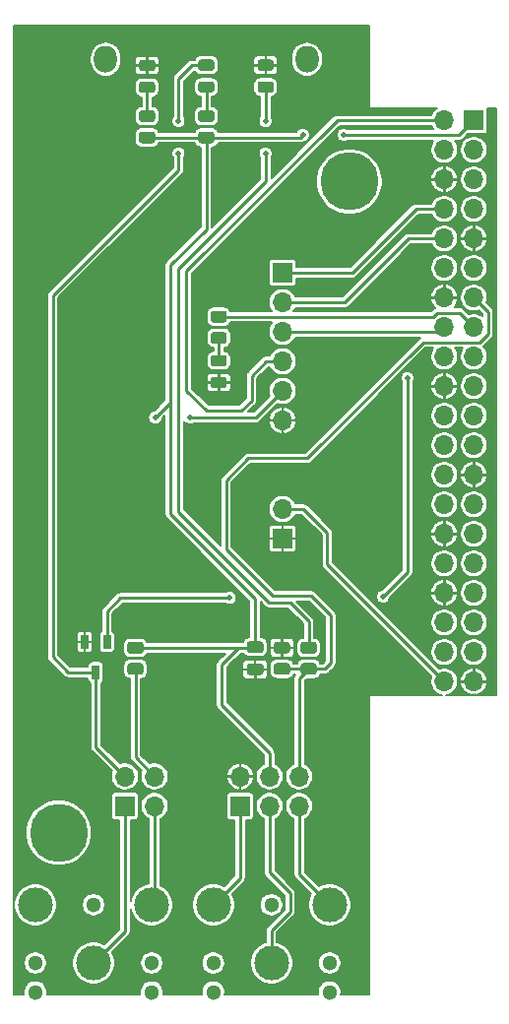
<source format=gtl>
G04 #@! TF.GenerationSoftware,KiCad,Pcbnew,(5.1.7)-1*
G04 #@! TF.CreationDate,2020-10-05T08:42:28-04:00*
G04 #@! TF.ProjectId,raspberry-pi-ir-hat,72617370-6265-4727-9279-2d70692d6972,rev?*
G04 #@! TF.SameCoordinates,Original*
G04 #@! TF.FileFunction,Copper,L1,Top*
G04 #@! TF.FilePolarity,Positive*
%FSLAX46Y46*%
G04 Gerber Fmt 4.6, Leading zero omitted, Abs format (unit mm)*
G04 Created by KiCad (PCBNEW (5.1.7)-1) date 2020-10-05 08:42:28*
%MOMM*%
%LPD*%
G01*
G04 APERTURE LIST*
G04 #@! TA.AperFunction,ComponentPad*
%ADD10C,5.000000*%
G04 #@! TD*
G04 #@! TA.AperFunction,ComponentPad*
%ADD11O,1.700000X1.700000*%
G04 #@! TD*
G04 #@! TA.AperFunction,ComponentPad*
%ADD12R,1.700000X1.700000*%
G04 #@! TD*
G04 #@! TA.AperFunction,ComponentPad*
%ADD13O,2.000000X2.300000*%
G04 #@! TD*
G04 #@! TA.AperFunction,ComponentPad*
%ADD14C,1.300000*%
G04 #@! TD*
G04 #@! TA.AperFunction,ComponentPad*
%ADD15C,3.000000*%
G04 #@! TD*
G04 #@! TA.AperFunction,SMDPad,CuDef*
%ADD16R,0.650000X1.220000*%
G04 #@! TD*
G04 #@! TA.AperFunction,ViaPad*
%ADD17C,0.508000*%
G04 #@! TD*
G04 #@! TA.AperFunction,Conductor*
%ADD18C,0.254000*%
G04 #@! TD*
G04 #@! TA.AperFunction,Conductor*
%ADD19C,0.203200*%
G04 #@! TD*
G04 #@! TA.AperFunction,Conductor*
%ADD20C,0.100000*%
G04 #@! TD*
G04 APERTURE END LIST*
D10*
G04 #@! TO.P,REF\u002A\u002A,1*
G04 #@! TO.N,N/C*
X135500000Y-90000000D03*
G04 #@! TD*
G04 #@! TO.P,REF\u002A\u002A,1*
G04 #@! TO.N,N/C*
X110500000Y-146000000D03*
G04 #@! TD*
D11*
G04 #@! TO.P,J7,40*
G04 #@! TO.N,/RW*
X143660000Y-133000000D03*
G04 #@! TO.P,J7,39*
G04 #@! TO.N,GND*
X146200000Y-133000000D03*
G04 #@! TO.P,J7,38*
G04 #@! TO.N,Net-(J7-Pad38)*
X143660000Y-130460000D03*
G04 #@! TO.P,J7,37*
G04 #@! TO.N,Net-(J7-Pad37)*
X146200000Y-130460000D03*
G04 #@! TO.P,J7,36*
G04 #@! TO.N,Net-(J7-Pad36)*
X143660000Y-127920000D03*
G04 #@! TO.P,J7,35*
G04 #@! TO.N,Net-(J7-Pad35)*
X146200000Y-127920000D03*
G04 #@! TO.P,J7,34*
G04 #@! TO.N,GND*
X143660000Y-125380000D03*
G04 #@! TO.P,J7,33*
G04 #@! TO.N,Net-(J7-Pad33)*
X146200000Y-125380000D03*
G04 #@! TO.P,J7,32*
G04 #@! TO.N,Net-(J7-Pad32)*
X143660000Y-122840000D03*
G04 #@! TO.P,J7,31*
G04 #@! TO.N,Net-(J7-Pad31)*
X146200000Y-122840000D03*
G04 #@! TO.P,J7,30*
G04 #@! TO.N,GND*
X143660000Y-120300000D03*
G04 #@! TO.P,J7,29*
G04 #@! TO.N,Net-(J7-Pad29)*
X146200000Y-120300000D03*
G04 #@! TO.P,J7,28*
G04 #@! TO.N,Net-(J7-Pad28)*
X143660000Y-117760000D03*
G04 #@! TO.P,J7,27*
G04 #@! TO.N,Net-(J7-Pad27)*
X146200000Y-117760000D03*
G04 #@! TO.P,J7,26*
G04 #@! TO.N,Net-(J7-Pad26)*
X143660000Y-115220000D03*
G04 #@! TO.P,J7,25*
G04 #@! TO.N,GND*
X146200000Y-115220000D03*
G04 #@! TO.P,J7,24*
G04 #@! TO.N,Net-(J7-Pad24)*
X143660000Y-112680000D03*
G04 #@! TO.P,J7,23*
G04 #@! TO.N,Net-(J7-Pad23)*
X146200000Y-112680000D03*
G04 #@! TO.P,J7,22*
G04 #@! TO.N,Net-(J7-Pad22)*
X143660000Y-110140000D03*
G04 #@! TO.P,J7,21*
G04 #@! TO.N,Net-(J7-Pad21)*
X146200000Y-110140000D03*
G04 #@! TO.P,J7,20*
G04 #@! TO.N,GND*
X143660000Y-107600000D03*
G04 #@! TO.P,J7,19*
G04 #@! TO.N,Net-(J7-Pad19)*
X146200000Y-107600000D03*
G04 #@! TO.P,J7,18*
G04 #@! TO.N,Net-(J7-Pad18)*
X143660000Y-105060000D03*
G04 #@! TO.P,J7,17*
G04 #@! TO.N,Net-(J7-Pad17)*
X146200000Y-105060000D03*
G04 #@! TO.P,J7,16*
G04 #@! TO.N,/IO3*
X143660000Y-102520000D03*
G04 #@! TO.P,J7,15*
G04 #@! TO.N,/MISC*
X146200000Y-102520000D03*
G04 #@! TO.P,J7,14*
G04 #@! TO.N,GND*
X143660000Y-99980000D03*
G04 #@! TO.P,J7,13*
G04 #@! TO.N,/RX*
X146200000Y-99980000D03*
G04 #@! TO.P,J7,12*
G04 #@! TO.N,Net-(J7-Pad12)*
X143660000Y-97440000D03*
G04 #@! TO.P,J7,11*
G04 #@! TO.N,/TX*
X146200000Y-97440000D03*
G04 #@! TO.P,J7,10*
G04 #@! TO.N,/IO2*
X143660000Y-94900000D03*
G04 #@! TO.P,J7,9*
G04 #@! TO.N,GND*
X146200000Y-94900000D03*
G04 #@! TO.P,J7,8*
G04 #@! TO.N,/IO1*
X143660000Y-92360000D03*
G04 #@! TO.P,J7,7*
G04 #@! TO.N,Net-(J7-Pad7)*
X146200000Y-92360000D03*
G04 #@! TO.P,J7,6*
G04 #@! TO.N,GND*
X143660000Y-89820000D03*
G04 #@! TO.P,J7,5*
G04 #@! TO.N,Net-(J7-Pad5)*
X146200000Y-89820000D03*
G04 #@! TO.P,J7,4*
G04 #@! TO.N,Net-(J7-Pad4)*
X143660000Y-87280000D03*
G04 #@! TO.P,J7,3*
G04 #@! TO.N,Net-(J7-Pad3)*
X146200000Y-87280000D03*
G04 #@! TO.P,J7,2*
G04 #@! TO.N,/5V*
X143660000Y-84740000D03*
D12*
G04 #@! TO.P,J7,1*
G04 #@! TO.N,VCC*
X146200000Y-84740000D03*
G04 #@! TD*
D11*
G04 #@! TO.P,J6,2*
G04 #@! TO.N,/RW*
X129760000Y-118160000D03*
D12*
G04 #@! TO.P,J6,1*
G04 #@! TO.N,GND*
X129760000Y-120700000D03*
G04 #@! TD*
D13*
G04 #@! TO.P,REF\u002A\u002A,*
G04 #@! TO.N,*
X131850000Y-79500000D03*
X114550000Y-79500000D03*
G04 #@! TD*
D14*
G04 #@! TO.P,J3,*
G04 #@! TO.N,*
X128800000Y-152200000D03*
X133800000Y-159700000D03*
X123800000Y-159700000D03*
X133800000Y-157200000D03*
X123800000Y-157200000D03*
D15*
G04 #@! TO.P,J3,1*
G04 #@! TO.N,Net-(J3-Pad1)*
X128800000Y-157200000D03*
G04 #@! TO.P,J3,2*
G04 #@! TO.N,Net-(J3-Pad2)*
X133800000Y-152200000D03*
G04 #@! TO.P,J3,3*
G04 #@! TO.N,Net-(J3-Pad3)*
X123800000Y-152200000D03*
G04 #@! TD*
G04 #@! TO.P,R5,2*
G04 #@! TO.N,Net-(D3-Pad2)*
G04 #@! TA.AperFunction,SMDPad,CuDef*
G36*
G01*
X123819998Y-102940000D02*
X124720002Y-102940000D01*
G75*
G02*
X124970000Y-103189998I0J-249998D01*
G01*
X124970000Y-103715002D01*
G75*
G02*
X124720002Y-103965000I-249998J0D01*
G01*
X123819998Y-103965000D01*
G75*
G02*
X123570000Y-103715002I0J249998D01*
G01*
X123570000Y-103189998D01*
G75*
G02*
X123819998Y-102940000I249998J0D01*
G01*
G37*
G04 #@! TD.AperFunction*
G04 #@! TO.P,R5,1*
G04 #@! TO.N,/MISC*
G04 #@! TA.AperFunction,SMDPad,CuDef*
G36*
G01*
X123819998Y-101115000D02*
X124720002Y-101115000D01*
G75*
G02*
X124970000Y-101364998I0J-249998D01*
G01*
X124970000Y-101890002D01*
G75*
G02*
X124720002Y-102140000I-249998J0D01*
G01*
X123819998Y-102140000D01*
G75*
G02*
X123570000Y-101890002I0J249998D01*
G01*
X123570000Y-101364998D01*
G75*
G02*
X123819998Y-101115000I249998J0D01*
G01*
G37*
G04 #@! TD.AperFunction*
G04 #@! TD*
G04 #@! TO.P,R4,2*
G04 #@! TO.N,Net-(D2-Pad2)*
G04 #@! TA.AperFunction,SMDPad,CuDef*
G36*
G01*
X132450002Y-130600000D02*
X131549998Y-130600000D01*
G75*
G02*
X131300000Y-130350002I0J249998D01*
G01*
X131300000Y-129824998D01*
G75*
G02*
X131549998Y-129575000I249998J0D01*
G01*
X132450002Y-129575000D01*
G75*
G02*
X132700000Y-129824998I0J-249998D01*
G01*
X132700000Y-130350002D01*
G75*
G02*
X132450002Y-130600000I-249998J0D01*
G01*
G37*
G04 #@! TD.AperFunction*
G04 #@! TO.P,R4,1*
G04 #@! TO.N,/RX*
G04 #@! TA.AperFunction,SMDPad,CuDef*
G36*
G01*
X132450002Y-132425000D02*
X131549998Y-132425000D01*
G75*
G02*
X131300000Y-132175002I0J249998D01*
G01*
X131300000Y-131649998D01*
G75*
G02*
X131549998Y-131400000I249998J0D01*
G01*
X132450002Y-131400000D01*
G75*
G02*
X132700000Y-131649998I0J-249998D01*
G01*
X132700000Y-132175002D01*
G75*
G02*
X132450002Y-132425000I-249998J0D01*
G01*
G37*
G04 #@! TD.AperFunction*
G04 #@! TD*
G04 #@! TO.P,R3,2*
G04 #@! TO.N,Net-(D1-Pad2)*
G04 #@! TA.AperFunction,SMDPad,CuDef*
G36*
G01*
X123650002Y-84900000D02*
X122749998Y-84900000D01*
G75*
G02*
X122500000Y-84650002I0J249998D01*
G01*
X122500000Y-84124998D01*
G75*
G02*
X122749998Y-83875000I249998J0D01*
G01*
X123650002Y-83875000D01*
G75*
G02*
X123900000Y-84124998I0J-249998D01*
G01*
X123900000Y-84650002D01*
G75*
G02*
X123650002Y-84900000I-249998J0D01*
G01*
G37*
G04 #@! TD.AperFunction*
G04 #@! TO.P,R3,1*
G04 #@! TO.N,VCC*
G04 #@! TA.AperFunction,SMDPad,CuDef*
G36*
G01*
X123650002Y-86725000D02*
X122749998Y-86725000D01*
G75*
G02*
X122500000Y-86475002I0J249998D01*
G01*
X122500000Y-85949998D01*
G75*
G02*
X122749998Y-85700000I249998J0D01*
G01*
X123650002Y-85700000D01*
G75*
G02*
X123900000Y-85949998I0J-249998D01*
G01*
X123900000Y-86475002D01*
G75*
G02*
X123650002Y-86725000I-249998J0D01*
G01*
G37*
G04 #@! TD.AperFunction*
G04 #@! TD*
G04 #@! TO.P,R2,2*
G04 #@! TO.N,GND*
G04 #@! TA.AperFunction,SMDPad,CuDef*
G36*
G01*
X130146002Y-130600000D02*
X129245998Y-130600000D01*
G75*
G02*
X128996000Y-130350002I0J249998D01*
G01*
X128996000Y-129824998D01*
G75*
G02*
X129245998Y-129575000I249998J0D01*
G01*
X130146002Y-129575000D01*
G75*
G02*
X130396000Y-129824998I0J-249998D01*
G01*
X130396000Y-130350002D01*
G75*
G02*
X130146002Y-130600000I-249998J0D01*
G01*
G37*
G04 #@! TD.AperFunction*
G04 #@! TO.P,R2,1*
G04 #@! TO.N,/RX*
G04 #@! TA.AperFunction,SMDPad,CuDef*
G36*
G01*
X130146002Y-132425000D02*
X129245998Y-132425000D01*
G75*
G02*
X128996000Y-132175002I0J249998D01*
G01*
X128996000Y-131649998D01*
G75*
G02*
X129245998Y-131400000I249998J0D01*
G01*
X130146002Y-131400000D01*
G75*
G02*
X130396000Y-131649998I0J-249998D01*
G01*
X130396000Y-132175002D01*
G75*
G02*
X130146002Y-132425000I-249998J0D01*
G01*
G37*
G04 #@! TD.AperFunction*
G04 #@! TD*
G04 #@! TO.P,R1,2*
G04 #@! TO.N,VCC*
G04 #@! TA.AperFunction,SMDPad,CuDef*
G36*
G01*
X117550002Y-130600000D02*
X116649998Y-130600000D01*
G75*
G02*
X116400000Y-130350002I0J249998D01*
G01*
X116400000Y-129824998D01*
G75*
G02*
X116649998Y-129575000I249998J0D01*
G01*
X117550002Y-129575000D01*
G75*
G02*
X117800000Y-129824998I0J-249998D01*
G01*
X117800000Y-130350002D01*
G75*
G02*
X117550002Y-130600000I-249998J0D01*
G01*
G37*
G04 #@! TD.AperFunction*
G04 #@! TO.P,R1,1*
G04 #@! TO.N,Net-(J5-Pad4)*
G04 #@! TA.AperFunction,SMDPad,CuDef*
G36*
G01*
X117550002Y-132425000D02*
X116649998Y-132425000D01*
G75*
G02*
X116400000Y-132175002I0J249998D01*
G01*
X116400000Y-131649998D01*
G75*
G02*
X116649998Y-131400000I249998J0D01*
G01*
X117550002Y-131400000D01*
G75*
G02*
X117800000Y-131649998I0J-249998D01*
G01*
X117800000Y-132175002D01*
G75*
G02*
X117550002Y-132425000I-249998J0D01*
G01*
G37*
G04 #@! TD.AperFunction*
G04 #@! TD*
D14*
G04 #@! TO.P,J2,*
G04 #@! TO.N,*
X113500000Y-152200000D03*
X118500000Y-159700000D03*
X108500000Y-159700000D03*
X118500000Y-157200000D03*
X108500000Y-157200000D03*
D15*
G04 #@! TO.P,J2,1*
G04 #@! TO.N,Net-(J2-Pad1)*
X113500000Y-157200000D03*
G04 #@! TO.P,J2,2*
G04 #@! TO.N,Net-(J2-Pad2)*
X118500000Y-152200000D03*
G04 #@! TO.P,J2,3*
G04 #@! TO.N,Net-(J2-Pad3)*
X108500000Y-152200000D03*
G04 #@! TD*
G04 #@! TO.P,D3,2*
G04 #@! TO.N,Net-(D3-Pad2)*
G04 #@! TA.AperFunction,SMDPad,CuDef*
G36*
G01*
X124726250Y-105900000D02*
X123813750Y-105900000D01*
G75*
G02*
X123570000Y-105656250I0J243750D01*
G01*
X123570000Y-105168750D01*
G75*
G02*
X123813750Y-104925000I243750J0D01*
G01*
X124726250Y-104925000D01*
G75*
G02*
X124970000Y-105168750I0J-243750D01*
G01*
X124970000Y-105656250D01*
G75*
G02*
X124726250Y-105900000I-243750J0D01*
G01*
G37*
G04 #@! TD.AperFunction*
G04 #@! TO.P,D3,1*
G04 #@! TO.N,GND*
G04 #@! TA.AperFunction,SMDPad,CuDef*
G36*
G01*
X124726250Y-107775000D02*
X123813750Y-107775000D01*
G75*
G02*
X123570000Y-107531250I0J243750D01*
G01*
X123570000Y-107043750D01*
G75*
G02*
X123813750Y-106800000I243750J0D01*
G01*
X124726250Y-106800000D01*
G75*
G02*
X124970000Y-107043750I0J-243750D01*
G01*
X124970000Y-107531250D01*
G75*
G02*
X124726250Y-107775000I-243750J0D01*
G01*
G37*
G04 #@! TD.AperFunction*
G04 #@! TD*
G04 #@! TO.P,D2,2*
G04 #@! TO.N,Net-(D2-Pad2)*
G04 #@! TA.AperFunction,SMDPad,CuDef*
G36*
G01*
X127843750Y-81387500D02*
X128756250Y-81387500D01*
G75*
G02*
X129000000Y-81631250I0J-243750D01*
G01*
X129000000Y-82118750D01*
G75*
G02*
X128756250Y-82362500I-243750J0D01*
G01*
X127843750Y-82362500D01*
G75*
G02*
X127600000Y-82118750I0J243750D01*
G01*
X127600000Y-81631250D01*
G75*
G02*
X127843750Y-81387500I243750J0D01*
G01*
G37*
G04 #@! TD.AperFunction*
G04 #@! TO.P,D2,1*
G04 #@! TO.N,GND*
G04 #@! TA.AperFunction,SMDPad,CuDef*
G36*
G01*
X127843750Y-79512500D02*
X128756250Y-79512500D01*
G75*
G02*
X129000000Y-79756250I0J-243750D01*
G01*
X129000000Y-80243750D01*
G75*
G02*
X128756250Y-80487500I-243750J0D01*
G01*
X127843750Y-80487500D01*
G75*
G02*
X127600000Y-80243750I0J243750D01*
G01*
X127600000Y-79756250D01*
G75*
G02*
X127843750Y-79512500I243750J0D01*
G01*
G37*
G04 #@! TD.AperFunction*
G04 #@! TD*
G04 #@! TO.P,D1,2*
G04 #@! TO.N,Net-(D1-Pad2)*
G04 #@! TA.AperFunction,SMDPad,CuDef*
G36*
G01*
X122743750Y-81387500D02*
X123656250Y-81387500D01*
G75*
G02*
X123900000Y-81631250I0J-243750D01*
G01*
X123900000Y-82118750D01*
G75*
G02*
X123656250Y-82362500I-243750J0D01*
G01*
X122743750Y-82362500D01*
G75*
G02*
X122500000Y-82118750I0J243750D01*
G01*
X122500000Y-81631250D01*
G75*
G02*
X122743750Y-81387500I243750J0D01*
G01*
G37*
G04 #@! TD.AperFunction*
G04 #@! TO.P,D1,1*
G04 #@! TO.N,Net-(D1-Pad1)*
G04 #@! TA.AperFunction,SMDPad,CuDef*
G36*
G01*
X122743750Y-79512500D02*
X123656250Y-79512500D01*
G75*
G02*
X123900000Y-79756250I0J-243750D01*
G01*
X123900000Y-80243750D01*
G75*
G02*
X123656250Y-80487500I-243750J0D01*
G01*
X122743750Y-80487500D01*
G75*
G02*
X122500000Y-80243750I0J243750D01*
G01*
X122500000Y-79756250D01*
G75*
G02*
X122743750Y-79512500I243750J0D01*
G01*
G37*
G04 #@! TD.AperFunction*
G04 #@! TD*
G04 #@! TO.P,C1,2*
G04 #@! TO.N,GND*
G04 #@! TA.AperFunction,SMDPad,CuDef*
G36*
G01*
X126925000Y-131450000D02*
X127875000Y-131450000D01*
G75*
G02*
X128125000Y-131700000I0J-250000D01*
G01*
X128125000Y-132200000D01*
G75*
G02*
X127875000Y-132450000I-250000J0D01*
G01*
X126925000Y-132450000D01*
G75*
G02*
X126675000Y-132200000I0J250000D01*
G01*
X126675000Y-131700000D01*
G75*
G02*
X126925000Y-131450000I250000J0D01*
G01*
G37*
G04 #@! TD.AperFunction*
G04 #@! TO.P,C1,1*
G04 #@! TO.N,VCC*
G04 #@! TA.AperFunction,SMDPad,CuDef*
G36*
G01*
X126925000Y-129550000D02*
X127875000Y-129550000D01*
G75*
G02*
X128125000Y-129800000I0J-250000D01*
G01*
X128125000Y-130300000D01*
G75*
G02*
X127875000Y-130550000I-250000J0D01*
G01*
X126925000Y-130550000D01*
G75*
G02*
X126675000Y-130300000I0J250000D01*
G01*
X126675000Y-129800000D01*
G75*
G02*
X126925000Y-129550000I250000J0D01*
G01*
G37*
G04 #@! TD.AperFunction*
G04 #@! TD*
G04 #@! TO.P,D4,2*
G04 #@! TO.N,Net-(D4-Pad2)*
G04 #@! TA.AperFunction,SMDPad,CuDef*
G36*
G01*
X117643750Y-81412500D02*
X118556250Y-81412500D01*
G75*
G02*
X118800000Y-81656250I0J-243750D01*
G01*
X118800000Y-82143750D01*
G75*
G02*
X118556250Y-82387500I-243750J0D01*
G01*
X117643750Y-82387500D01*
G75*
G02*
X117400000Y-82143750I0J243750D01*
G01*
X117400000Y-81656250D01*
G75*
G02*
X117643750Y-81412500I243750J0D01*
G01*
G37*
G04 #@! TD.AperFunction*
G04 #@! TO.P,D4,1*
G04 #@! TO.N,GND*
G04 #@! TA.AperFunction,SMDPad,CuDef*
G36*
G01*
X117643750Y-79537500D02*
X118556250Y-79537500D01*
G75*
G02*
X118800000Y-79781250I0J-243750D01*
G01*
X118800000Y-80268750D01*
G75*
G02*
X118556250Y-80512500I-243750J0D01*
G01*
X117643750Y-80512500D01*
G75*
G02*
X117400000Y-80268750I0J243750D01*
G01*
X117400000Y-79781250D01*
G75*
G02*
X117643750Y-79537500I243750J0D01*
G01*
G37*
G04 #@! TD.AperFunction*
G04 #@! TD*
G04 #@! TO.P,R6,2*
G04 #@! TO.N,Net-(D4-Pad2)*
G04 #@! TA.AperFunction,SMDPad,CuDef*
G36*
G01*
X118550002Y-84900000D02*
X117649998Y-84900000D01*
G75*
G02*
X117400000Y-84650002I0J249998D01*
G01*
X117400000Y-84124998D01*
G75*
G02*
X117649998Y-83875000I249998J0D01*
G01*
X118550002Y-83875000D01*
G75*
G02*
X118800000Y-84124998I0J-249998D01*
G01*
X118800000Y-84650002D01*
G75*
G02*
X118550002Y-84900000I-249998J0D01*
G01*
G37*
G04 #@! TD.AperFunction*
G04 #@! TO.P,R6,1*
G04 #@! TO.N,VCC*
G04 #@! TA.AperFunction,SMDPad,CuDef*
G36*
G01*
X118550002Y-86725000D02*
X117649998Y-86725000D01*
G75*
G02*
X117400000Y-86475002I0J249998D01*
G01*
X117400000Y-85949998D01*
G75*
G02*
X117649998Y-85700000I249998J0D01*
G01*
X118550002Y-85700000D01*
G75*
G02*
X118800000Y-85949998I0J-249998D01*
G01*
X118800000Y-86475002D01*
G75*
G02*
X118550002Y-86725000I-249998J0D01*
G01*
G37*
G04 #@! TD.AperFunction*
G04 #@! TD*
D16*
G04 #@! TO.P,Q1,3*
G04 #@! TO.N,Net-(D1-Pad1)*
X113700000Y-132210000D03*
G04 #@! TO.P,Q1,2*
G04 #@! TO.N,GND*
X112750000Y-129590000D03*
G04 #@! TO.P,Q1,1*
G04 #@! TO.N,/TX*
X114650000Y-129590000D03*
G04 #@! TD*
D11*
G04 #@! TO.P,J1,6*
G04 #@! TO.N,GND*
X129760000Y-110540000D03*
G04 #@! TO.P,J1,5*
G04 #@! TO.N,VCC*
X129760000Y-108000000D03*
G04 #@! TO.P,J1,4*
G04 #@! TO.N,/5V*
X129760000Y-105460000D03*
G04 #@! TO.P,J1,3*
G04 #@! TO.N,/IO3*
X129760000Y-102920000D03*
G04 #@! TO.P,J1,2*
G04 #@! TO.N,/IO2*
X129760000Y-100380000D03*
D12*
G04 #@! TO.P,J1,1*
G04 #@! TO.N,/IO1*
X129760000Y-97840000D03*
G04 #@! TD*
D11*
G04 #@! TO.P,J4,6*
G04 #@! TO.N,/RX*
X131180000Y-141160000D03*
G04 #@! TO.P,J4,5*
G04 #@! TO.N,Net-(J3-Pad2)*
X131180000Y-143700000D03*
G04 #@! TO.P,J4,4*
G04 #@! TO.N,VCC*
X128640000Y-141160000D03*
G04 #@! TO.P,J4,3*
G04 #@! TO.N,Net-(J3-Pad1)*
X128640000Y-143700000D03*
G04 #@! TO.P,J4,2*
G04 #@! TO.N,GND*
X126100000Y-141160000D03*
D12*
G04 #@! TO.P,J4,1*
G04 #@! TO.N,Net-(J3-Pad3)*
X126100000Y-143700000D03*
G04 #@! TD*
D11*
G04 #@! TO.P,J5,4*
G04 #@! TO.N,Net-(J5-Pad4)*
X118740000Y-141160000D03*
G04 #@! TO.P,J5,3*
G04 #@! TO.N,Net-(J2-Pad2)*
X118740000Y-143700000D03*
G04 #@! TO.P,J5,2*
G04 #@! TO.N,Net-(D1-Pad1)*
X116200000Y-141160000D03*
D12*
G04 #@! TO.P,J5,1*
G04 #@! TO.N,Net-(J2-Pad1)*
X116200000Y-143700000D03*
G04 #@! TD*
D17*
G04 #@! TO.N,GND*
X127400000Y-133800000D03*
X124300000Y-108700000D03*
X136200000Y-129100000D03*
X138500000Y-109600000D03*
X112100000Y-126400000D03*
X120300000Y-93100000D03*
X111100000Y-80500000D03*
X114900000Y-91000000D03*
X109400000Y-137500000D03*
X139300000Y-86900000D03*
X130000000Y-92900000D03*
X135500000Y-79700000D03*
X135500000Y-83400000D03*
X121200000Y-149400000D03*
X121600000Y-133200000D03*
G04 #@! TO.N,VCC*
X121800000Y-110300000D03*
X118800000Y-110300000D03*
X131500000Y-86000000D03*
X135000000Y-86000000D03*
G04 #@! TO.N,Net-(D2-Pad2)*
X128300000Y-84800000D03*
X128300000Y-87600000D03*
G04 #@! TO.N,/TX*
X140500000Y-106900000D03*
X138400000Y-125700000D03*
X125200000Y-125800000D03*
G04 #@! TO.N,Net-(D1-Pad1)*
X120800000Y-84800000D03*
X120800000Y-87600000D03*
G04 #@! TD*
D18*
G04 #@! TO.N,GND*
X127400000Y-131950000D02*
X127400000Y-133800000D01*
X124270000Y-108670000D02*
X124300000Y-108700000D01*
X124270000Y-107287500D02*
X124270000Y-108670000D01*
G04 #@! TO.N,VCC*
X123200000Y-86212500D02*
X118100000Y-86212500D01*
X127362500Y-130087500D02*
X127400000Y-130050000D01*
X128640000Y-141160000D02*
X128640000Y-139140000D01*
X128640000Y-139140000D02*
X124500000Y-135000000D01*
X124500000Y-131575000D02*
X125987500Y-130087500D01*
X124500000Y-135000000D02*
X124500000Y-131575000D01*
X125987500Y-130087500D02*
X127362500Y-130087500D01*
X117100000Y-130087500D02*
X125987500Y-130087500D01*
X123200000Y-94100000D02*
X123200000Y-86212500D01*
X120100000Y-97200000D02*
X123200000Y-94100000D01*
X127400000Y-125900000D02*
X120100000Y-118600000D01*
X127400000Y-130050000D02*
X127400000Y-125900000D01*
X127460000Y-110300000D02*
X121800000Y-110300000D01*
X129760000Y-108000000D02*
X127460000Y-110300000D01*
X120100000Y-109000000D02*
X120100000Y-108700000D01*
X118800000Y-110300000D02*
X120100000Y-109000000D01*
X120100000Y-108700000D02*
X120100000Y-97200000D01*
X120100000Y-118600000D02*
X120100000Y-108700000D01*
X146200000Y-84740000D02*
X144940000Y-86000000D01*
X144940000Y-86000000D02*
X135000000Y-86000000D01*
X131287500Y-86212500D02*
X131500000Y-86000000D01*
X123200000Y-86212500D02*
X131287500Y-86212500D01*
G04 #@! TO.N,Net-(D1-Pad2)*
X123200000Y-84387500D02*
X123200000Y-81875000D01*
G04 #@! TO.N,Net-(D2-Pad2)*
X128300000Y-81875000D02*
X128300000Y-84800000D01*
X128300000Y-87600000D02*
X128300000Y-90000000D01*
X128300000Y-90000000D02*
X120800000Y-97500000D01*
X120800000Y-97500000D02*
X120800000Y-118400000D01*
X120800000Y-118400000D02*
X128600000Y-126200000D01*
X128600000Y-126200000D02*
X130400000Y-126200000D01*
X132000000Y-127800000D02*
X132000000Y-130087500D01*
X130400000Y-126200000D02*
X132000000Y-127800000D01*
G04 #@! TO.N,Net-(D3-Pad2)*
X124270000Y-105412500D02*
X124270000Y-103452500D01*
G04 #@! TO.N,/IO3*
X143260000Y-102920000D02*
X143660000Y-102520000D01*
X129760000Y-102920000D02*
X143260000Y-102920000D01*
G04 #@! TO.N,/IO2*
X129760000Y-100380000D02*
X135120000Y-100380000D01*
X140600000Y-94900000D02*
X143660000Y-94900000D01*
X135120000Y-100380000D02*
X140600000Y-94900000D01*
G04 #@! TO.N,/IO1*
X129760000Y-97840000D02*
X135760000Y-97840000D01*
X141240000Y-92360000D02*
X143660000Y-92360000D01*
X135760000Y-97840000D02*
X141240000Y-92360000D01*
G04 #@! TO.N,Net-(J2-Pad1)*
X116200000Y-154500000D02*
X113500000Y-157200000D01*
X116200000Y-143700000D02*
X116200000Y-154500000D01*
G04 #@! TO.N,Net-(J2-Pad2)*
X118740000Y-151960000D02*
X118500000Y-152200000D01*
X118740000Y-143700000D02*
X118740000Y-151960000D01*
G04 #@! TO.N,Net-(J3-Pad1)*
X128640000Y-143700000D02*
X128640000Y-149440000D01*
X128640000Y-149440000D02*
X130400000Y-151200000D01*
X130400000Y-151200000D02*
X130400000Y-152800000D01*
X128800000Y-154400000D02*
X128800000Y-157200000D01*
X130400000Y-152800000D02*
X128800000Y-154400000D01*
G04 #@! TO.N,Net-(J3-Pad2)*
X131180000Y-149580000D02*
X133800000Y-152200000D01*
X131180000Y-143700000D02*
X131180000Y-149580000D01*
G04 #@! TO.N,Net-(J3-Pad3)*
X126100000Y-149900000D02*
X123800000Y-152200000D01*
X126100000Y-143700000D02*
X126100000Y-149900000D01*
G04 #@! TO.N,/RX*
X129696000Y-131912500D02*
X132000000Y-131912500D01*
X131180000Y-132732500D02*
X132000000Y-131912500D01*
X131180000Y-141160000D02*
X131180000Y-132732500D01*
X146712883Y-103828999D02*
X141871001Y-103828999D01*
X147431001Y-103110881D02*
X146712883Y-103828999D01*
X147431001Y-101211001D02*
X147431001Y-103110881D01*
X146200000Y-99980000D02*
X147431001Y-101211001D01*
X141871001Y-103828999D02*
X131900000Y-113800000D01*
X131900000Y-113800000D02*
X126800000Y-113800000D01*
X126800000Y-113800000D02*
X124900000Y-115700000D01*
X124900000Y-115700000D02*
X124900000Y-121600000D01*
X124900000Y-121600000D02*
X128900000Y-125600000D01*
X128900000Y-125600000D02*
X132200000Y-125600000D01*
X132200000Y-125600000D02*
X133900000Y-127300000D01*
X133900000Y-127300000D02*
X133900000Y-131400000D01*
X133387500Y-131912500D02*
X132000000Y-131912500D01*
X133900000Y-131400000D02*
X133387500Y-131912500D01*
G04 #@! TO.N,/RW*
X143660000Y-133000000D02*
X133600000Y-122940000D01*
X133600000Y-122940000D02*
X133600000Y-120200000D01*
X131560000Y-118160000D02*
X129760000Y-118160000D01*
X133600000Y-120200000D02*
X131560000Y-118160000D01*
G04 #@! TO.N,/MISC*
X143069119Y-101288999D02*
X144968999Y-101288999D01*
X142730618Y-101627500D02*
X143069119Y-101288999D01*
X144968999Y-101288999D02*
X146200000Y-102520000D01*
X124270000Y-101627500D02*
X142730618Y-101627500D01*
G04 #@! TO.N,/TX*
X140500000Y-123600000D02*
X138400000Y-125700000D01*
X140500000Y-106900000D02*
X140500000Y-123600000D01*
X114650000Y-126950000D02*
X114650000Y-129590000D01*
X115800000Y-125800000D02*
X114650000Y-126950000D01*
X125200000Y-125800000D02*
X115800000Y-125800000D01*
G04 #@! TO.N,/5V*
X128340000Y-105460000D02*
X129760000Y-105460000D01*
X127100000Y-106700000D02*
X128340000Y-105460000D01*
X127100000Y-108838118D02*
X127100000Y-106700000D01*
X126238118Y-109700000D02*
X127100000Y-108838118D01*
X123200000Y-109700000D02*
X126238118Y-109700000D01*
X121500000Y-108000000D02*
X123200000Y-109700000D01*
X121500000Y-97700000D02*
X121500000Y-108000000D01*
X134460000Y-84740000D02*
X121500000Y-97700000D01*
X143660000Y-84740000D02*
X134460000Y-84740000D01*
G04 #@! TO.N,Net-(D1-Pad1)*
X123200000Y-80000000D02*
X122000000Y-80000000D01*
X120800000Y-81200000D02*
X120800000Y-84800000D01*
X122000000Y-80000000D02*
X120800000Y-81200000D01*
X120800000Y-87600000D02*
X120800000Y-89000000D01*
X120800000Y-89000000D02*
X110000000Y-99800000D01*
X110000000Y-99800000D02*
X110000000Y-130900000D01*
X111310000Y-132210000D02*
X113700000Y-132210000D01*
X110000000Y-130900000D02*
X111310000Y-132210000D01*
X113700000Y-138660000D02*
X116200000Y-141160000D01*
X113700000Y-132210000D02*
X113700000Y-138660000D01*
G04 #@! TO.N,Net-(D4-Pad2)*
X118100000Y-84387500D02*
X118100000Y-81900000D01*
G04 #@! TO.N,Net-(J5-Pad4)*
X117100000Y-139520000D02*
X118740000Y-141160000D01*
X117100000Y-131912500D02*
X117100000Y-139520000D01*
G04 #@! TD*
D19*
G04 #@! TO.N,GND*
X137198400Y-83600000D02*
X137200352Y-83619821D01*
X137206134Y-83638881D01*
X137215523Y-83656446D01*
X137228158Y-83671842D01*
X137243554Y-83684477D01*
X137261119Y-83693866D01*
X137280179Y-83699648D01*
X137300000Y-83701600D01*
X143044053Y-83701600D01*
X142891475Y-83803550D01*
X142723550Y-83971475D01*
X142591611Y-84168934D01*
X142554968Y-84257400D01*
X134483707Y-84257400D01*
X134460000Y-84255065D01*
X134365393Y-84264383D01*
X134274423Y-84291978D01*
X134190585Y-84336791D01*
X134117099Y-84397099D01*
X134101988Y-84415512D01*
X128782600Y-89734900D01*
X128782600Y-87974991D01*
X128840221Y-87888754D01*
X128886174Y-87777814D01*
X128909600Y-87660040D01*
X128909600Y-87539960D01*
X128886174Y-87422186D01*
X128840221Y-87311246D01*
X128773508Y-87211402D01*
X128688598Y-87126492D01*
X128588754Y-87059779D01*
X128477814Y-87013826D01*
X128360040Y-86990400D01*
X128239960Y-86990400D01*
X128122186Y-87013826D01*
X128011246Y-87059779D01*
X127911402Y-87126492D01*
X127826492Y-87211402D01*
X127759779Y-87311246D01*
X127713826Y-87422186D01*
X127690400Y-87539960D01*
X127690400Y-87660040D01*
X127713826Y-87777814D01*
X127759779Y-87888754D01*
X127817400Y-87974991D01*
X127817401Y-89800099D01*
X123682600Y-93934901D01*
X123682600Y-87079110D01*
X123768484Y-87070651D01*
X123882413Y-87036091D01*
X123987410Y-86979968D01*
X124079441Y-86904441D01*
X124154968Y-86812410D01*
X124211091Y-86707413D01*
X124214826Y-86695100D01*
X131263795Y-86695100D01*
X131287500Y-86697435D01*
X131311205Y-86695100D01*
X131311207Y-86695100D01*
X131382106Y-86688117D01*
X131473077Y-86660522D01*
X131556915Y-86615709D01*
X131565741Y-86608466D01*
X131677814Y-86586174D01*
X131788754Y-86540221D01*
X131888598Y-86473508D01*
X131973508Y-86388598D01*
X132040221Y-86288754D01*
X132086174Y-86177814D01*
X132109600Y-86060040D01*
X132109600Y-85939960D01*
X132086174Y-85822186D01*
X132040221Y-85711246D01*
X131973508Y-85611402D01*
X131888598Y-85526492D01*
X131788754Y-85459779D01*
X131677814Y-85413826D01*
X131560040Y-85390400D01*
X131439960Y-85390400D01*
X131322186Y-85413826D01*
X131211246Y-85459779D01*
X131111402Y-85526492D01*
X131026492Y-85611402D01*
X130959779Y-85711246D01*
X130952052Y-85729900D01*
X124214826Y-85729900D01*
X124211091Y-85717587D01*
X124154968Y-85612590D01*
X124079441Y-85520559D01*
X123987410Y-85445032D01*
X123882413Y-85388909D01*
X123768484Y-85354349D01*
X123650002Y-85342680D01*
X122749998Y-85342680D01*
X122631516Y-85354349D01*
X122517587Y-85388909D01*
X122412590Y-85445032D01*
X122320559Y-85520559D01*
X122245032Y-85612590D01*
X122188909Y-85717587D01*
X122185174Y-85729900D01*
X119114826Y-85729900D01*
X119111091Y-85717587D01*
X119054968Y-85612590D01*
X118979441Y-85520559D01*
X118887410Y-85445032D01*
X118782413Y-85388909D01*
X118668484Y-85354349D01*
X118550002Y-85342680D01*
X117649998Y-85342680D01*
X117531516Y-85354349D01*
X117417587Y-85388909D01*
X117312590Y-85445032D01*
X117220559Y-85520559D01*
X117145032Y-85612590D01*
X117088909Y-85717587D01*
X117054349Y-85831516D01*
X117042680Y-85949998D01*
X117042680Y-86475002D01*
X117054349Y-86593484D01*
X117088909Y-86707413D01*
X117145032Y-86812410D01*
X117220559Y-86904441D01*
X117312590Y-86979968D01*
X117417587Y-87036091D01*
X117531516Y-87070651D01*
X117649998Y-87082320D01*
X118550002Y-87082320D01*
X118668484Y-87070651D01*
X118782413Y-87036091D01*
X118887410Y-86979968D01*
X118979441Y-86904441D01*
X119054968Y-86812410D01*
X119111091Y-86707413D01*
X119114826Y-86695100D01*
X122185174Y-86695100D01*
X122188909Y-86707413D01*
X122245032Y-86812410D01*
X122320559Y-86904441D01*
X122412590Y-86979968D01*
X122517587Y-87036091D01*
X122631516Y-87070651D01*
X122717401Y-87079110D01*
X122717400Y-93900100D01*
X119775513Y-96841988D01*
X119757100Y-96857099D01*
X119741989Y-96875512D01*
X119741987Y-96875514D01*
X119696792Y-96930585D01*
X119651978Y-97014424D01*
X119624384Y-97105394D01*
X119615065Y-97200000D01*
X119617401Y-97223715D01*
X119617400Y-108676293D01*
X119617400Y-108800100D01*
X118723908Y-109693593D01*
X118622186Y-109713826D01*
X118511246Y-109759779D01*
X118411402Y-109826492D01*
X118326492Y-109911402D01*
X118259779Y-110011246D01*
X118213826Y-110122186D01*
X118190400Y-110239960D01*
X118190400Y-110360040D01*
X118213826Y-110477814D01*
X118259779Y-110588754D01*
X118326492Y-110688598D01*
X118411402Y-110773508D01*
X118511246Y-110840221D01*
X118622186Y-110886174D01*
X118739960Y-110909600D01*
X118860040Y-110909600D01*
X118977814Y-110886174D01*
X119088754Y-110840221D01*
X119188598Y-110773508D01*
X119273508Y-110688598D01*
X119340221Y-110588754D01*
X119386174Y-110477814D01*
X119406407Y-110376092D01*
X119617401Y-110165099D01*
X119617400Y-118576295D01*
X119615065Y-118600000D01*
X119617400Y-118623705D01*
X119617400Y-118623706D01*
X119624383Y-118694605D01*
X119651978Y-118785576D01*
X119696791Y-118869415D01*
X119757099Y-118942901D01*
X119775518Y-118958017D01*
X126917401Y-126099901D01*
X126917400Y-129193428D01*
X126806518Y-129204349D01*
X126692589Y-129238909D01*
X126587591Y-129295032D01*
X126495560Y-129370560D01*
X126420032Y-129462591D01*
X126363909Y-129567589D01*
X126352591Y-129604900D01*
X126011207Y-129604900D01*
X125987500Y-129602565D01*
X125963792Y-129604900D01*
X118114826Y-129604900D01*
X118111091Y-129592587D01*
X118054968Y-129487590D01*
X117979441Y-129395559D01*
X117887410Y-129320032D01*
X117782413Y-129263909D01*
X117668484Y-129229349D01*
X117550002Y-129217680D01*
X116649998Y-129217680D01*
X116531516Y-129229349D01*
X116417587Y-129263909D01*
X116312590Y-129320032D01*
X116220559Y-129395559D01*
X116145032Y-129487590D01*
X116088909Y-129592587D01*
X116054349Y-129706516D01*
X116042680Y-129824998D01*
X116042680Y-130350002D01*
X116054349Y-130468484D01*
X116088909Y-130582413D01*
X116145032Y-130687410D01*
X116220559Y-130779441D01*
X116312590Y-130854968D01*
X116417587Y-130911091D01*
X116531516Y-130945651D01*
X116649998Y-130957320D01*
X117550002Y-130957320D01*
X117668484Y-130945651D01*
X117782413Y-130911091D01*
X117887410Y-130854968D01*
X117979441Y-130779441D01*
X118054968Y-130687410D01*
X118111091Y-130582413D01*
X118114826Y-130570100D01*
X124822401Y-130570100D01*
X124175513Y-131216988D01*
X124157100Y-131232099D01*
X124141989Y-131250512D01*
X124141987Y-131250514D01*
X124096792Y-131305585D01*
X124051978Y-131389424D01*
X124024384Y-131480394D01*
X124015065Y-131575000D01*
X124017401Y-131598715D01*
X124017400Y-134976295D01*
X124015065Y-135000000D01*
X124017400Y-135023705D01*
X124017400Y-135023706D01*
X124024383Y-135094605D01*
X124051978Y-135185576D01*
X124096791Y-135269415D01*
X124157099Y-135342901D01*
X124175518Y-135358017D01*
X128157401Y-139339901D01*
X128157401Y-140054967D01*
X128068934Y-140091611D01*
X127871475Y-140223550D01*
X127703550Y-140391475D01*
X127571611Y-140588934D01*
X127480731Y-140808340D01*
X127434400Y-141041259D01*
X127434400Y-141278741D01*
X127480731Y-141511660D01*
X127571611Y-141731066D01*
X127703550Y-141928525D01*
X127871475Y-142096450D01*
X128068934Y-142228389D01*
X128288340Y-142319269D01*
X128521259Y-142365600D01*
X128758741Y-142365600D01*
X128991660Y-142319269D01*
X129211066Y-142228389D01*
X129408525Y-142096450D01*
X129576450Y-141928525D01*
X129708389Y-141731066D01*
X129799269Y-141511660D01*
X129845600Y-141278741D01*
X129845600Y-141041259D01*
X129799269Y-140808340D01*
X129708389Y-140588934D01*
X129576450Y-140391475D01*
X129408525Y-140223550D01*
X129211066Y-140091611D01*
X129122600Y-140054968D01*
X129122600Y-139163704D01*
X129124935Y-139139999D01*
X129118235Y-139071978D01*
X129115617Y-139045394D01*
X129088022Y-138954423D01*
X129043209Y-138870585D01*
X128982901Y-138797099D01*
X128964488Y-138781988D01*
X124982600Y-134800101D01*
X124982600Y-132450000D01*
X126317679Y-132450000D01*
X126324545Y-132519710D01*
X126344878Y-132586741D01*
X126377898Y-132648517D01*
X126422336Y-132702664D01*
X126476483Y-132747102D01*
X126538259Y-132780122D01*
X126605290Y-132800455D01*
X126675000Y-132807321D01*
X127285700Y-132805600D01*
X127374600Y-132716700D01*
X127374600Y-131975400D01*
X127425400Y-131975400D01*
X127425400Y-132716700D01*
X127514300Y-132805600D01*
X128125000Y-132807321D01*
X128194710Y-132800455D01*
X128261741Y-132780122D01*
X128323517Y-132747102D01*
X128377664Y-132702664D01*
X128422102Y-132648517D01*
X128455122Y-132586741D01*
X128475455Y-132519710D01*
X128482321Y-132450000D01*
X128480600Y-132064300D01*
X128391700Y-131975400D01*
X127425400Y-131975400D01*
X127374600Y-131975400D01*
X126408300Y-131975400D01*
X126319400Y-132064300D01*
X126317679Y-132450000D01*
X124982600Y-132450000D01*
X124982600Y-131774899D01*
X125307499Y-131450000D01*
X126317679Y-131450000D01*
X126319400Y-131835700D01*
X126408300Y-131924600D01*
X127374600Y-131924600D01*
X127374600Y-131183300D01*
X127425400Y-131183300D01*
X127425400Y-131924600D01*
X128391700Y-131924600D01*
X128480600Y-131835700D01*
X128482321Y-131450000D01*
X128475455Y-131380290D01*
X128455122Y-131313259D01*
X128422102Y-131251483D01*
X128377664Y-131197336D01*
X128323517Y-131152898D01*
X128261741Y-131119878D01*
X128194710Y-131099545D01*
X128125000Y-131092679D01*
X127514300Y-131094400D01*
X127425400Y-131183300D01*
X127374600Y-131183300D01*
X127285700Y-131094400D01*
X126675000Y-131092679D01*
X126605290Y-131099545D01*
X126538259Y-131119878D01*
X126476483Y-131152898D01*
X126422336Y-131197336D01*
X126377898Y-131251483D01*
X126344878Y-131313259D01*
X126324545Y-131380290D01*
X126317679Y-131450000D01*
X125307499Y-131450000D01*
X126187400Y-130570100D01*
X126384054Y-130570100D01*
X126420032Y-130637409D01*
X126495560Y-130729440D01*
X126587591Y-130804968D01*
X126692589Y-130861091D01*
X126806518Y-130895651D01*
X126925000Y-130907320D01*
X127875000Y-130907320D01*
X127993482Y-130895651D01*
X128107411Y-130861091D01*
X128212409Y-130804968D01*
X128304440Y-130729440D01*
X128379968Y-130637409D01*
X128399963Y-130600000D01*
X128638679Y-130600000D01*
X128645545Y-130669710D01*
X128665878Y-130736741D01*
X128698898Y-130798517D01*
X128743336Y-130852664D01*
X128797483Y-130897102D01*
X128859259Y-130930122D01*
X128926290Y-130950455D01*
X128996000Y-130957321D01*
X129581700Y-130955600D01*
X129670600Y-130866700D01*
X129670600Y-130112900D01*
X129721400Y-130112900D01*
X129721400Y-130866700D01*
X129810300Y-130955600D01*
X130396000Y-130957321D01*
X130465710Y-130950455D01*
X130532741Y-130930122D01*
X130594517Y-130897102D01*
X130648664Y-130852664D01*
X130693102Y-130798517D01*
X130726122Y-130736741D01*
X130746455Y-130669710D01*
X130753321Y-130600000D01*
X130751600Y-130201800D01*
X130662700Y-130112900D01*
X129721400Y-130112900D01*
X129670600Y-130112900D01*
X128729300Y-130112900D01*
X128640400Y-130201800D01*
X128638679Y-130600000D01*
X128399963Y-130600000D01*
X128436091Y-130532411D01*
X128470651Y-130418482D01*
X128482320Y-130300000D01*
X128482320Y-129800000D01*
X128470651Y-129681518D01*
X128438340Y-129575000D01*
X128638679Y-129575000D01*
X128640400Y-129973200D01*
X128729300Y-130062100D01*
X129670600Y-130062100D01*
X129670600Y-129308300D01*
X129721400Y-129308300D01*
X129721400Y-130062100D01*
X130662700Y-130062100D01*
X130751600Y-129973200D01*
X130753321Y-129575000D01*
X130746455Y-129505290D01*
X130726122Y-129438259D01*
X130693102Y-129376483D01*
X130648664Y-129322336D01*
X130594517Y-129277898D01*
X130532741Y-129244878D01*
X130465710Y-129224545D01*
X130396000Y-129217679D01*
X129810300Y-129219400D01*
X129721400Y-129308300D01*
X129670600Y-129308300D01*
X129581700Y-129219400D01*
X128996000Y-129217679D01*
X128926290Y-129224545D01*
X128859259Y-129244878D01*
X128797483Y-129277898D01*
X128743336Y-129322336D01*
X128698898Y-129376483D01*
X128665878Y-129438259D01*
X128645545Y-129505290D01*
X128638679Y-129575000D01*
X128438340Y-129575000D01*
X128436091Y-129567589D01*
X128379968Y-129462591D01*
X128304440Y-129370560D01*
X128212409Y-129295032D01*
X128107411Y-129238909D01*
X127993482Y-129204349D01*
X127882600Y-129193429D01*
X127882600Y-126165100D01*
X128241986Y-126524486D01*
X128257099Y-126542901D01*
X128330585Y-126603209D01*
X128414423Y-126648022D01*
X128505393Y-126675617D01*
X128600000Y-126684935D01*
X128623707Y-126682600D01*
X130200101Y-126682600D01*
X131517400Y-127999900D01*
X131517401Y-129220890D01*
X131431516Y-129229349D01*
X131317587Y-129263909D01*
X131212590Y-129320032D01*
X131120559Y-129395559D01*
X131045032Y-129487590D01*
X130988909Y-129592587D01*
X130954349Y-129706516D01*
X130942680Y-129824998D01*
X130942680Y-130350002D01*
X130954349Y-130468484D01*
X130988909Y-130582413D01*
X131045032Y-130687410D01*
X131120559Y-130779441D01*
X131212590Y-130854968D01*
X131317587Y-130911091D01*
X131431516Y-130945651D01*
X131549998Y-130957320D01*
X132450002Y-130957320D01*
X132568484Y-130945651D01*
X132682413Y-130911091D01*
X132787410Y-130854968D01*
X132879441Y-130779441D01*
X132954968Y-130687410D01*
X133011091Y-130582413D01*
X133045651Y-130468484D01*
X133057320Y-130350002D01*
X133057320Y-129824998D01*
X133045651Y-129706516D01*
X133011091Y-129592587D01*
X132954968Y-129487590D01*
X132879441Y-129395559D01*
X132787410Y-129320032D01*
X132682413Y-129263909D01*
X132568484Y-129229349D01*
X132482600Y-129220890D01*
X132482600Y-127823707D01*
X132484935Y-127800000D01*
X132475617Y-127705393D01*
X132448022Y-127614423D01*
X132403208Y-127530584D01*
X132358013Y-127475513D01*
X132358012Y-127475512D01*
X132342901Y-127457099D01*
X132324488Y-127441988D01*
X130965099Y-126082600D01*
X132000101Y-126082600D01*
X133417400Y-127499900D01*
X133417401Y-131200100D01*
X133187601Y-131429900D01*
X133014826Y-131429900D01*
X133011091Y-131417587D01*
X132954968Y-131312590D01*
X132879441Y-131220559D01*
X132787410Y-131145032D01*
X132682413Y-131088909D01*
X132568484Y-131054349D01*
X132450002Y-131042680D01*
X131549998Y-131042680D01*
X131431516Y-131054349D01*
X131317587Y-131088909D01*
X131212590Y-131145032D01*
X131120559Y-131220559D01*
X131045032Y-131312590D01*
X130988909Y-131417587D01*
X130985174Y-131429900D01*
X130710826Y-131429900D01*
X130707091Y-131417587D01*
X130650968Y-131312590D01*
X130575441Y-131220559D01*
X130483410Y-131145032D01*
X130378413Y-131088909D01*
X130264484Y-131054349D01*
X130146002Y-131042680D01*
X129245998Y-131042680D01*
X129127516Y-131054349D01*
X129013587Y-131088909D01*
X128908590Y-131145032D01*
X128816559Y-131220559D01*
X128741032Y-131312590D01*
X128684909Y-131417587D01*
X128650349Y-131531516D01*
X128638680Y-131649998D01*
X128638680Y-132175002D01*
X128650349Y-132293484D01*
X128684909Y-132407413D01*
X128741032Y-132512410D01*
X128816559Y-132604441D01*
X128908590Y-132679968D01*
X129013587Y-132736091D01*
X129127516Y-132770651D01*
X129245998Y-132782320D01*
X130146002Y-132782320D01*
X130264484Y-132770651D01*
X130378413Y-132736091D01*
X130483410Y-132679968D01*
X130575441Y-132604441D01*
X130650968Y-132512410D01*
X130707091Y-132407413D01*
X130710826Y-132395100D01*
X130832585Y-132395100D01*
X130821989Y-132408012D01*
X130821987Y-132408014D01*
X130776792Y-132463085D01*
X130731978Y-132546924D01*
X130704384Y-132637894D01*
X130695065Y-132732500D01*
X130697401Y-132756215D01*
X130697400Y-140054968D01*
X130608934Y-140091611D01*
X130411475Y-140223550D01*
X130243550Y-140391475D01*
X130111611Y-140588934D01*
X130020731Y-140808340D01*
X129974400Y-141041259D01*
X129974400Y-141278741D01*
X130020731Y-141511660D01*
X130111611Y-141731066D01*
X130243550Y-141928525D01*
X130411475Y-142096450D01*
X130608934Y-142228389D01*
X130828340Y-142319269D01*
X131061259Y-142365600D01*
X131298741Y-142365600D01*
X131531660Y-142319269D01*
X131751066Y-142228389D01*
X131948525Y-142096450D01*
X132116450Y-141928525D01*
X132248389Y-141731066D01*
X132339269Y-141511660D01*
X132385600Y-141278741D01*
X132385600Y-141041259D01*
X132339269Y-140808340D01*
X132248389Y-140588934D01*
X132116450Y-140391475D01*
X131948525Y-140223550D01*
X131751066Y-140091611D01*
X131662600Y-140054968D01*
X131662600Y-132932399D01*
X131812679Y-132782320D01*
X132450002Y-132782320D01*
X132568484Y-132770651D01*
X132682413Y-132736091D01*
X132787410Y-132679968D01*
X132879441Y-132604441D01*
X132954968Y-132512410D01*
X133011091Y-132407413D01*
X133014826Y-132395100D01*
X133363795Y-132395100D01*
X133387500Y-132397435D01*
X133411205Y-132395100D01*
X133411207Y-132395100D01*
X133482106Y-132388117D01*
X133573077Y-132360522D01*
X133656915Y-132315709D01*
X133730401Y-132255401D01*
X133745517Y-132236982D01*
X134224482Y-131758017D01*
X134242901Y-131742901D01*
X134303209Y-131669415D01*
X134348022Y-131585577D01*
X134375617Y-131494606D01*
X134382600Y-131423707D01*
X134382600Y-131423698D01*
X134384934Y-131400001D01*
X134382600Y-131376304D01*
X134382600Y-127323704D01*
X134384935Y-127299999D01*
X134382600Y-127276293D01*
X134375617Y-127205394D01*
X134348022Y-127114423D01*
X134303209Y-127030585D01*
X134242901Y-126957099D01*
X134224488Y-126941988D01*
X132558017Y-125275518D01*
X132542901Y-125257099D01*
X132469415Y-125196791D01*
X132385577Y-125151978D01*
X132294606Y-125124383D01*
X132223707Y-125117400D01*
X132223705Y-125117400D01*
X132200000Y-125115065D01*
X132176295Y-125117400D01*
X129099899Y-125117400D01*
X125532499Y-121550000D01*
X128552679Y-121550000D01*
X128559545Y-121619710D01*
X128579878Y-121686741D01*
X128612898Y-121748517D01*
X128657336Y-121802664D01*
X128711483Y-121847102D01*
X128773259Y-121880122D01*
X128840290Y-121900455D01*
X128910000Y-121907321D01*
X129645700Y-121905600D01*
X129734600Y-121816700D01*
X129734600Y-120725400D01*
X129785400Y-120725400D01*
X129785400Y-121816700D01*
X129874300Y-121905600D01*
X130610000Y-121907321D01*
X130679710Y-121900455D01*
X130746741Y-121880122D01*
X130808517Y-121847102D01*
X130862664Y-121802664D01*
X130907102Y-121748517D01*
X130940122Y-121686741D01*
X130960455Y-121619710D01*
X130967321Y-121550000D01*
X130965600Y-120814300D01*
X130876700Y-120725400D01*
X129785400Y-120725400D01*
X129734600Y-120725400D01*
X128643300Y-120725400D01*
X128554400Y-120814300D01*
X128552679Y-121550000D01*
X125532499Y-121550000D01*
X125382600Y-121400101D01*
X125382600Y-119850000D01*
X128552679Y-119850000D01*
X128554400Y-120585700D01*
X128643300Y-120674600D01*
X129734600Y-120674600D01*
X129734600Y-119583300D01*
X129785400Y-119583300D01*
X129785400Y-120674600D01*
X130876700Y-120674600D01*
X130965600Y-120585700D01*
X130967321Y-119850000D01*
X130960455Y-119780290D01*
X130940122Y-119713259D01*
X130907102Y-119651483D01*
X130862664Y-119597336D01*
X130808517Y-119552898D01*
X130746741Y-119519878D01*
X130679710Y-119499545D01*
X130610000Y-119492679D01*
X129874300Y-119494400D01*
X129785400Y-119583300D01*
X129734600Y-119583300D01*
X129645700Y-119494400D01*
X128910000Y-119492679D01*
X128840290Y-119499545D01*
X128773259Y-119519878D01*
X128711483Y-119552898D01*
X128657336Y-119597336D01*
X128612898Y-119651483D01*
X128579878Y-119713259D01*
X128559545Y-119780290D01*
X128552679Y-119850000D01*
X125382600Y-119850000D01*
X125382600Y-115899899D01*
X126999900Y-114282600D01*
X131876295Y-114282600D01*
X131900000Y-114284935D01*
X131923705Y-114282600D01*
X131923707Y-114282600D01*
X131994606Y-114275617D01*
X132085577Y-114248022D01*
X132169415Y-114203209D01*
X132242901Y-114142901D01*
X132258017Y-114124482D01*
X142070901Y-104311599D01*
X142710103Y-104311599D01*
X142591611Y-104488934D01*
X142500731Y-104708340D01*
X142454400Y-104941259D01*
X142454400Y-105178741D01*
X142500731Y-105411660D01*
X142591611Y-105631066D01*
X142723550Y-105828525D01*
X142891475Y-105996450D01*
X143088934Y-106128389D01*
X143308340Y-106219269D01*
X143541259Y-106265600D01*
X143778741Y-106265600D01*
X144011660Y-106219269D01*
X144231066Y-106128389D01*
X144428525Y-105996450D01*
X144596450Y-105828525D01*
X144728389Y-105631066D01*
X144819269Y-105411660D01*
X144865600Y-105178741D01*
X144865600Y-104941259D01*
X144819269Y-104708340D01*
X144728389Y-104488934D01*
X144609897Y-104311599D01*
X145250103Y-104311599D01*
X145131611Y-104488934D01*
X145040731Y-104708340D01*
X144994400Y-104941259D01*
X144994400Y-105178741D01*
X145040731Y-105411660D01*
X145131611Y-105631066D01*
X145263550Y-105828525D01*
X145431475Y-105996450D01*
X145628934Y-106128389D01*
X145848340Y-106219269D01*
X146081259Y-106265600D01*
X146318741Y-106265600D01*
X146551660Y-106219269D01*
X146771066Y-106128389D01*
X146968525Y-105996450D01*
X147136450Y-105828525D01*
X147268389Y-105631066D01*
X147359269Y-105411660D01*
X147405600Y-105178741D01*
X147405600Y-104941259D01*
X147359269Y-104708340D01*
X147268389Y-104488934D01*
X147136450Y-104291475D01*
X147034413Y-104189438D01*
X147055784Y-104171900D01*
X147070900Y-104153481D01*
X147755483Y-103468898D01*
X147773902Y-103453782D01*
X147834210Y-103380296D01*
X147879023Y-103296458D01*
X147906618Y-103205487D01*
X147913601Y-103134588D01*
X147913601Y-103134587D01*
X147915936Y-103110882D01*
X147913601Y-103087177D01*
X147913601Y-101234705D01*
X147915936Y-101211000D01*
X147910113Y-101151883D01*
X147906618Y-101116395D01*
X147879023Y-101025424D01*
X147834210Y-100941586D01*
X147773902Y-100868100D01*
X147755483Y-100852984D01*
X147322625Y-100420126D01*
X147359269Y-100331660D01*
X147405600Y-100098741D01*
X147405600Y-99861259D01*
X147359269Y-99628340D01*
X147268389Y-99408934D01*
X147136450Y-99211475D01*
X146968525Y-99043550D01*
X146771066Y-98911611D01*
X146551660Y-98820731D01*
X146318741Y-98774400D01*
X146081259Y-98774400D01*
X145848340Y-98820731D01*
X145628934Y-98911611D01*
X145431475Y-99043550D01*
X145263550Y-99211475D01*
X145131611Y-99408934D01*
X145040731Y-99628340D01*
X144994400Y-99861259D01*
X144994400Y-100098741D01*
X145040731Y-100331660D01*
X145131611Y-100551066D01*
X145263550Y-100748525D01*
X145431475Y-100916450D01*
X145628934Y-101048389D01*
X145848340Y-101139269D01*
X146081259Y-101185600D01*
X146318741Y-101185600D01*
X146551660Y-101139269D01*
X146640126Y-101102625D01*
X146948401Y-101410900D01*
X146948401Y-101570104D01*
X146771066Y-101451611D01*
X146551660Y-101360731D01*
X146318741Y-101314400D01*
X146081259Y-101314400D01*
X145848340Y-101360731D01*
X145759874Y-101397375D01*
X145327016Y-100964517D01*
X145311900Y-100946098D01*
X145238414Y-100885790D01*
X145154576Y-100840977D01*
X145063605Y-100813382D01*
X144992706Y-100806399D01*
X144992704Y-100806399D01*
X144968999Y-100804064D01*
X144945294Y-100806399D01*
X144532144Y-100806399D01*
X144650066Y-100667928D01*
X144765250Y-100461557D01*
X144837960Y-100236680D01*
X144846519Y-100193643D01*
X144776411Y-100005400D01*
X143685400Y-100005400D01*
X143685400Y-100025400D01*
X143634600Y-100025400D01*
X143634600Y-100005400D01*
X142543589Y-100005400D01*
X142473481Y-100193643D01*
X142482040Y-100236680D01*
X142554750Y-100461557D01*
X142669934Y-100667928D01*
X142823166Y-100847862D01*
X142842323Y-100863009D01*
X142799704Y-100885790D01*
X142726218Y-100946098D01*
X142711106Y-100964512D01*
X142530719Y-101144900D01*
X130698872Y-101144900D01*
X130828389Y-100951066D01*
X130865032Y-100862600D01*
X135096295Y-100862600D01*
X135120000Y-100864935D01*
X135143705Y-100862600D01*
X135143707Y-100862600D01*
X135214606Y-100855617D01*
X135305577Y-100828022D01*
X135389415Y-100783209D01*
X135462901Y-100722901D01*
X135478017Y-100704482D01*
X136416142Y-99766357D01*
X142473481Y-99766357D01*
X142543589Y-99954600D01*
X143634600Y-99954600D01*
X143634600Y-98863566D01*
X143685400Y-98863566D01*
X143685400Y-99954600D01*
X144776411Y-99954600D01*
X144846519Y-99766357D01*
X144837960Y-99723320D01*
X144765250Y-99498443D01*
X144650066Y-99292072D01*
X144496834Y-99112138D01*
X144311443Y-98965555D01*
X144101017Y-98857957D01*
X143873643Y-98793479D01*
X143685400Y-98863566D01*
X143634600Y-98863566D01*
X143446357Y-98793479D01*
X143218983Y-98857957D01*
X143008557Y-98965555D01*
X142823166Y-99112138D01*
X142669934Y-99292072D01*
X142554750Y-99498443D01*
X142482040Y-99723320D01*
X142473481Y-99766357D01*
X136416142Y-99766357D01*
X138861240Y-97321259D01*
X142454400Y-97321259D01*
X142454400Y-97558741D01*
X142500731Y-97791660D01*
X142591611Y-98011066D01*
X142723550Y-98208525D01*
X142891475Y-98376450D01*
X143088934Y-98508389D01*
X143308340Y-98599269D01*
X143541259Y-98645600D01*
X143778741Y-98645600D01*
X144011660Y-98599269D01*
X144231066Y-98508389D01*
X144428525Y-98376450D01*
X144596450Y-98208525D01*
X144728389Y-98011066D01*
X144819269Y-97791660D01*
X144865600Y-97558741D01*
X144865600Y-97321259D01*
X144994400Y-97321259D01*
X144994400Y-97558741D01*
X145040731Y-97791660D01*
X145131611Y-98011066D01*
X145263550Y-98208525D01*
X145431475Y-98376450D01*
X145628934Y-98508389D01*
X145848340Y-98599269D01*
X146081259Y-98645600D01*
X146318741Y-98645600D01*
X146551660Y-98599269D01*
X146771066Y-98508389D01*
X146968525Y-98376450D01*
X147136450Y-98208525D01*
X147268389Y-98011066D01*
X147359269Y-97791660D01*
X147405600Y-97558741D01*
X147405600Y-97321259D01*
X147359269Y-97088340D01*
X147268389Y-96868934D01*
X147136450Y-96671475D01*
X146968525Y-96503550D01*
X146771066Y-96371611D01*
X146551660Y-96280731D01*
X146318741Y-96234400D01*
X146081259Y-96234400D01*
X145848340Y-96280731D01*
X145628934Y-96371611D01*
X145431475Y-96503550D01*
X145263550Y-96671475D01*
X145131611Y-96868934D01*
X145040731Y-97088340D01*
X144994400Y-97321259D01*
X144865600Y-97321259D01*
X144819269Y-97088340D01*
X144728389Y-96868934D01*
X144596450Y-96671475D01*
X144428525Y-96503550D01*
X144231066Y-96371611D01*
X144011660Y-96280731D01*
X143778741Y-96234400D01*
X143541259Y-96234400D01*
X143308340Y-96280731D01*
X143088934Y-96371611D01*
X142891475Y-96503550D01*
X142723550Y-96671475D01*
X142591611Y-96868934D01*
X142500731Y-97088340D01*
X142454400Y-97321259D01*
X138861240Y-97321259D01*
X140799899Y-95382600D01*
X142554968Y-95382600D01*
X142591611Y-95471066D01*
X142723550Y-95668525D01*
X142891475Y-95836450D01*
X143088934Y-95968389D01*
X143308340Y-96059269D01*
X143541259Y-96105600D01*
X143778741Y-96105600D01*
X144011660Y-96059269D01*
X144231066Y-95968389D01*
X144428525Y-95836450D01*
X144596450Y-95668525D01*
X144728389Y-95471066D01*
X144819269Y-95251660D01*
X144846722Y-95113643D01*
X145013481Y-95113643D01*
X145022040Y-95156680D01*
X145094750Y-95381557D01*
X145209934Y-95587928D01*
X145363166Y-95767862D01*
X145548557Y-95914445D01*
X145758983Y-96022043D01*
X145986357Y-96086521D01*
X146174600Y-96016434D01*
X146174600Y-94925400D01*
X146225400Y-94925400D01*
X146225400Y-96016434D01*
X146413643Y-96086521D01*
X146641017Y-96022043D01*
X146851443Y-95914445D01*
X147036834Y-95767862D01*
X147190066Y-95587928D01*
X147305250Y-95381557D01*
X147377960Y-95156680D01*
X147386519Y-95113643D01*
X147316411Y-94925400D01*
X146225400Y-94925400D01*
X146174600Y-94925400D01*
X145083589Y-94925400D01*
X145013481Y-95113643D01*
X144846722Y-95113643D01*
X144865600Y-95018741D01*
X144865600Y-94781259D01*
X144846723Y-94686357D01*
X145013481Y-94686357D01*
X145083589Y-94874600D01*
X146174600Y-94874600D01*
X146174600Y-93783566D01*
X146225400Y-93783566D01*
X146225400Y-94874600D01*
X147316411Y-94874600D01*
X147386519Y-94686357D01*
X147377960Y-94643320D01*
X147305250Y-94418443D01*
X147190066Y-94212072D01*
X147036834Y-94032138D01*
X146851443Y-93885555D01*
X146641017Y-93777957D01*
X146413643Y-93713479D01*
X146225400Y-93783566D01*
X146174600Y-93783566D01*
X145986357Y-93713479D01*
X145758983Y-93777957D01*
X145548557Y-93885555D01*
X145363166Y-94032138D01*
X145209934Y-94212072D01*
X145094750Y-94418443D01*
X145022040Y-94643320D01*
X145013481Y-94686357D01*
X144846723Y-94686357D01*
X144819269Y-94548340D01*
X144728389Y-94328934D01*
X144596450Y-94131475D01*
X144428525Y-93963550D01*
X144231066Y-93831611D01*
X144011660Y-93740731D01*
X143778741Y-93694400D01*
X143541259Y-93694400D01*
X143308340Y-93740731D01*
X143088934Y-93831611D01*
X142891475Y-93963550D01*
X142723550Y-94131475D01*
X142591611Y-94328934D01*
X142554968Y-94417400D01*
X140623704Y-94417400D01*
X140599999Y-94415065D01*
X140576294Y-94417400D01*
X140576293Y-94417400D01*
X140505394Y-94424383D01*
X140414423Y-94451978D01*
X140330585Y-94496791D01*
X140257099Y-94557099D01*
X140241983Y-94575518D01*
X134920101Y-99897400D01*
X130865032Y-99897400D01*
X130828389Y-99808934D01*
X130696450Y-99611475D01*
X130528525Y-99443550D01*
X130331066Y-99311611D01*
X130111660Y-99220731D01*
X129878741Y-99174400D01*
X129641259Y-99174400D01*
X129408340Y-99220731D01*
X129188934Y-99311611D01*
X128991475Y-99443550D01*
X128823550Y-99611475D01*
X128691611Y-99808934D01*
X128600731Y-100028340D01*
X128554400Y-100261259D01*
X128554400Y-100498741D01*
X128600731Y-100731660D01*
X128691611Y-100951066D01*
X128821128Y-101144900D01*
X125284826Y-101144900D01*
X125281091Y-101132587D01*
X125224968Y-101027590D01*
X125149441Y-100935559D01*
X125057410Y-100860032D01*
X124952413Y-100803909D01*
X124838484Y-100769349D01*
X124720002Y-100757680D01*
X123819998Y-100757680D01*
X123701516Y-100769349D01*
X123587587Y-100803909D01*
X123482590Y-100860032D01*
X123390559Y-100935559D01*
X123315032Y-101027590D01*
X123258909Y-101132587D01*
X123224349Y-101246516D01*
X123212680Y-101364998D01*
X123212680Y-101890002D01*
X123224349Y-102008484D01*
X123258909Y-102122413D01*
X123315032Y-102227410D01*
X123390559Y-102319441D01*
X123482590Y-102394968D01*
X123587587Y-102451091D01*
X123701516Y-102485651D01*
X123819998Y-102497320D01*
X124720002Y-102497320D01*
X124838484Y-102485651D01*
X124952413Y-102451091D01*
X125057410Y-102394968D01*
X125149441Y-102319441D01*
X125224968Y-102227410D01*
X125281091Y-102122413D01*
X125284826Y-102110100D01*
X128864925Y-102110100D01*
X128823550Y-102151475D01*
X128691611Y-102348934D01*
X128600731Y-102568340D01*
X128554400Y-102801259D01*
X128554400Y-103038741D01*
X128600731Y-103271660D01*
X128691611Y-103491066D01*
X128823550Y-103688525D01*
X128991475Y-103856450D01*
X129188934Y-103988389D01*
X129408340Y-104079269D01*
X129641259Y-104125600D01*
X129878741Y-104125600D01*
X130111660Y-104079269D01*
X130331066Y-103988389D01*
X130528525Y-103856450D01*
X130696450Y-103688525D01*
X130828389Y-103491066D01*
X130865032Y-103402600D01*
X141644971Y-103402600D01*
X141601586Y-103425790D01*
X141528100Y-103486098D01*
X141512989Y-103504511D01*
X131700101Y-113317400D01*
X126823707Y-113317400D01*
X126800000Y-113315065D01*
X126705393Y-113324383D01*
X126614423Y-113351978D01*
X126530585Y-113396791D01*
X126457099Y-113457099D01*
X126441988Y-113475512D01*
X124575518Y-115341983D01*
X124557099Y-115357099D01*
X124496791Y-115430585D01*
X124451978Y-115514424D01*
X124424383Y-115605395D01*
X124417400Y-115676293D01*
X124415065Y-115700000D01*
X124417400Y-115723705D01*
X124417401Y-121334902D01*
X121282600Y-118200101D01*
X121282600Y-110622908D01*
X121326492Y-110688598D01*
X121411402Y-110773508D01*
X121511246Y-110840221D01*
X121622186Y-110886174D01*
X121739960Y-110909600D01*
X121860040Y-110909600D01*
X121977814Y-110886174D01*
X122088754Y-110840221D01*
X122174991Y-110782600D01*
X127436295Y-110782600D01*
X127460000Y-110784935D01*
X127483705Y-110782600D01*
X127483707Y-110782600D01*
X127554606Y-110775617D01*
X127627046Y-110753643D01*
X128573481Y-110753643D01*
X128582040Y-110796680D01*
X128654750Y-111021557D01*
X128769934Y-111227928D01*
X128923166Y-111407862D01*
X129108557Y-111554445D01*
X129318983Y-111662043D01*
X129546357Y-111726521D01*
X129734600Y-111656434D01*
X129734600Y-110565400D01*
X129785400Y-110565400D01*
X129785400Y-111656434D01*
X129973643Y-111726521D01*
X130201017Y-111662043D01*
X130411443Y-111554445D01*
X130596834Y-111407862D01*
X130750066Y-111227928D01*
X130865250Y-111021557D01*
X130937960Y-110796680D01*
X130946519Y-110753643D01*
X130876411Y-110565400D01*
X129785400Y-110565400D01*
X129734600Y-110565400D01*
X128643589Y-110565400D01*
X128573481Y-110753643D01*
X127627046Y-110753643D01*
X127645577Y-110748022D01*
X127729415Y-110703209D01*
X127802901Y-110642901D01*
X127818017Y-110624482D01*
X128116142Y-110326357D01*
X128573481Y-110326357D01*
X128643589Y-110514600D01*
X129734600Y-110514600D01*
X129734600Y-109423566D01*
X129785400Y-109423566D01*
X129785400Y-110514600D01*
X130876411Y-110514600D01*
X130946519Y-110326357D01*
X130937960Y-110283320D01*
X130865250Y-110058443D01*
X130750066Y-109852072D01*
X130596834Y-109672138D01*
X130411443Y-109525555D01*
X130201017Y-109417957D01*
X129973643Y-109353479D01*
X129785400Y-109423566D01*
X129734600Y-109423566D01*
X129546357Y-109353479D01*
X129318983Y-109417957D01*
X129108557Y-109525555D01*
X128923166Y-109672138D01*
X128769934Y-109852072D01*
X128654750Y-110058443D01*
X128582040Y-110283320D01*
X128573481Y-110326357D01*
X128116142Y-110326357D01*
X129319874Y-109122625D01*
X129408340Y-109159269D01*
X129641259Y-109205600D01*
X129878741Y-109205600D01*
X130111660Y-109159269D01*
X130331066Y-109068389D01*
X130528525Y-108936450D01*
X130696450Y-108768525D01*
X130828389Y-108571066D01*
X130919269Y-108351660D01*
X130965600Y-108118741D01*
X130965600Y-107881259D01*
X130919269Y-107648340D01*
X130828389Y-107428934D01*
X130696450Y-107231475D01*
X130528525Y-107063550D01*
X130331066Y-106931611D01*
X130111660Y-106840731D01*
X129878741Y-106794400D01*
X129641259Y-106794400D01*
X129408340Y-106840731D01*
X129188934Y-106931611D01*
X128991475Y-107063550D01*
X128823550Y-107231475D01*
X128691611Y-107428934D01*
X128600731Y-107648340D01*
X128554400Y-107881259D01*
X128554400Y-108118741D01*
X128600731Y-108351660D01*
X128637375Y-108440126D01*
X127260101Y-109817400D01*
X126803217Y-109817400D01*
X127424482Y-109196135D01*
X127442901Y-109181019D01*
X127503209Y-109107533D01*
X127548022Y-109023695D01*
X127575617Y-108932724D01*
X127582600Y-108861825D01*
X127582600Y-108861824D01*
X127584935Y-108838119D01*
X127582600Y-108814414D01*
X127582600Y-106899899D01*
X128539900Y-105942600D01*
X128654968Y-105942600D01*
X128691611Y-106031066D01*
X128823550Y-106228525D01*
X128991475Y-106396450D01*
X129188934Y-106528389D01*
X129408340Y-106619269D01*
X129641259Y-106665600D01*
X129878741Y-106665600D01*
X130111660Y-106619269D01*
X130331066Y-106528389D01*
X130528525Y-106396450D01*
X130696450Y-106228525D01*
X130828389Y-106031066D01*
X130919269Y-105811660D01*
X130965600Y-105578741D01*
X130965600Y-105341259D01*
X130919269Y-105108340D01*
X130828389Y-104888934D01*
X130696450Y-104691475D01*
X130528525Y-104523550D01*
X130331066Y-104391611D01*
X130111660Y-104300731D01*
X129878741Y-104254400D01*
X129641259Y-104254400D01*
X129408340Y-104300731D01*
X129188934Y-104391611D01*
X128991475Y-104523550D01*
X128823550Y-104691475D01*
X128691611Y-104888934D01*
X128654968Y-104977400D01*
X128363707Y-104977400D01*
X128340000Y-104975065D01*
X128245393Y-104984383D01*
X128154423Y-105011978D01*
X128070585Y-105056791D01*
X127997099Y-105117099D01*
X127981988Y-105135512D01*
X126775513Y-106341988D01*
X126757100Y-106357099D01*
X126741989Y-106375512D01*
X126741987Y-106375514D01*
X126696792Y-106430585D01*
X126651978Y-106514424D01*
X126624384Y-106605394D01*
X126615065Y-106700000D01*
X126617401Y-106723715D01*
X126617400Y-108638219D01*
X126038219Y-109217400D01*
X123399900Y-109217400D01*
X121982600Y-107800101D01*
X121982600Y-107775000D01*
X123212679Y-107775000D01*
X123219545Y-107844710D01*
X123239878Y-107911741D01*
X123272898Y-107973517D01*
X123317336Y-108027664D01*
X123371483Y-108072102D01*
X123433259Y-108105122D01*
X123500290Y-108125455D01*
X123570000Y-108132321D01*
X124155700Y-108130600D01*
X124244600Y-108041700D01*
X124244600Y-107312900D01*
X124295400Y-107312900D01*
X124295400Y-108041700D01*
X124384300Y-108130600D01*
X124970000Y-108132321D01*
X125039710Y-108125455D01*
X125106741Y-108105122D01*
X125168517Y-108072102D01*
X125222664Y-108027664D01*
X125267102Y-107973517D01*
X125300122Y-107911741D01*
X125320455Y-107844710D01*
X125327321Y-107775000D01*
X125325600Y-107401800D01*
X125236700Y-107312900D01*
X124295400Y-107312900D01*
X124244600Y-107312900D01*
X123303300Y-107312900D01*
X123214400Y-107401800D01*
X123212679Y-107775000D01*
X121982600Y-107775000D01*
X121982600Y-106800000D01*
X123212679Y-106800000D01*
X123214400Y-107173200D01*
X123303300Y-107262100D01*
X124244600Y-107262100D01*
X124244600Y-106533300D01*
X124295400Y-106533300D01*
X124295400Y-107262100D01*
X125236700Y-107262100D01*
X125325600Y-107173200D01*
X125327321Y-106800000D01*
X125320455Y-106730290D01*
X125300122Y-106663259D01*
X125267102Y-106601483D01*
X125222664Y-106547336D01*
X125168517Y-106502898D01*
X125106741Y-106469878D01*
X125039710Y-106449545D01*
X124970000Y-106442679D01*
X124384300Y-106444400D01*
X124295400Y-106533300D01*
X124244600Y-106533300D01*
X124155700Y-106444400D01*
X123570000Y-106442679D01*
X123500290Y-106449545D01*
X123433259Y-106469878D01*
X123371483Y-106502898D01*
X123317336Y-106547336D01*
X123272898Y-106601483D01*
X123239878Y-106663259D01*
X123219545Y-106730290D01*
X123212679Y-106800000D01*
X121982600Y-106800000D01*
X121982600Y-103189998D01*
X123212680Y-103189998D01*
X123212680Y-103715002D01*
X123224349Y-103833484D01*
X123258909Y-103947413D01*
X123315032Y-104052410D01*
X123390559Y-104144441D01*
X123482590Y-104219968D01*
X123587587Y-104276091D01*
X123701516Y-104310651D01*
X123787401Y-104319110D01*
X123787400Y-104570275D01*
X123696487Y-104579229D01*
X123583730Y-104613434D01*
X123479813Y-104668979D01*
X123388729Y-104743729D01*
X123313979Y-104834813D01*
X123258434Y-104938730D01*
X123224229Y-105051487D01*
X123212680Y-105168750D01*
X123212680Y-105656250D01*
X123224229Y-105773513D01*
X123258434Y-105886270D01*
X123313979Y-105990187D01*
X123388729Y-106081271D01*
X123479813Y-106156021D01*
X123583730Y-106211566D01*
X123696487Y-106245771D01*
X123813750Y-106257320D01*
X124726250Y-106257320D01*
X124843513Y-106245771D01*
X124956270Y-106211566D01*
X125060187Y-106156021D01*
X125151271Y-106081271D01*
X125226021Y-105990187D01*
X125281566Y-105886270D01*
X125315771Y-105773513D01*
X125327320Y-105656250D01*
X125327320Y-105168750D01*
X125315771Y-105051487D01*
X125281566Y-104938730D01*
X125226021Y-104834813D01*
X125151271Y-104743729D01*
X125060187Y-104668979D01*
X124956270Y-104613434D01*
X124843513Y-104579229D01*
X124752600Y-104570275D01*
X124752600Y-104319110D01*
X124838484Y-104310651D01*
X124952413Y-104276091D01*
X125057410Y-104219968D01*
X125149441Y-104144441D01*
X125224968Y-104052410D01*
X125281091Y-103947413D01*
X125315651Y-103833484D01*
X125327320Y-103715002D01*
X125327320Y-103189998D01*
X125315651Y-103071516D01*
X125281091Y-102957587D01*
X125224968Y-102852590D01*
X125149441Y-102760559D01*
X125057410Y-102685032D01*
X124952413Y-102628909D01*
X124838484Y-102594349D01*
X124720002Y-102582680D01*
X123819998Y-102582680D01*
X123701516Y-102594349D01*
X123587587Y-102628909D01*
X123482590Y-102685032D01*
X123390559Y-102760559D01*
X123315032Y-102852590D01*
X123258909Y-102957587D01*
X123224349Y-103071516D01*
X123212680Y-103189998D01*
X121982600Y-103189998D01*
X121982600Y-97899899D01*
X122892499Y-96990000D01*
X128552680Y-96990000D01*
X128552680Y-98690000D01*
X128559546Y-98759710D01*
X128579879Y-98826740D01*
X128612899Y-98888516D01*
X128657337Y-98942663D01*
X128711484Y-98987101D01*
X128773260Y-99020121D01*
X128840290Y-99040454D01*
X128910000Y-99047320D01*
X130610000Y-99047320D01*
X130679710Y-99040454D01*
X130746740Y-99020121D01*
X130808516Y-98987101D01*
X130862663Y-98942663D01*
X130907101Y-98888516D01*
X130940121Y-98826740D01*
X130960454Y-98759710D01*
X130967320Y-98690000D01*
X130967320Y-98322600D01*
X135736295Y-98322600D01*
X135760000Y-98324935D01*
X135783705Y-98322600D01*
X135783707Y-98322600D01*
X135854606Y-98315617D01*
X135945577Y-98288022D01*
X136029415Y-98243209D01*
X136102901Y-98182901D01*
X136118017Y-98164482D01*
X141439899Y-92842600D01*
X142554968Y-92842600D01*
X142591611Y-92931066D01*
X142723550Y-93128525D01*
X142891475Y-93296450D01*
X143088934Y-93428389D01*
X143308340Y-93519269D01*
X143541259Y-93565600D01*
X143778741Y-93565600D01*
X144011660Y-93519269D01*
X144231066Y-93428389D01*
X144428525Y-93296450D01*
X144596450Y-93128525D01*
X144728389Y-92931066D01*
X144819269Y-92711660D01*
X144865600Y-92478741D01*
X144865600Y-92241259D01*
X144994400Y-92241259D01*
X144994400Y-92478741D01*
X145040731Y-92711660D01*
X145131611Y-92931066D01*
X145263550Y-93128525D01*
X145431475Y-93296450D01*
X145628934Y-93428389D01*
X145848340Y-93519269D01*
X146081259Y-93565600D01*
X146318741Y-93565600D01*
X146551660Y-93519269D01*
X146771066Y-93428389D01*
X146968525Y-93296450D01*
X147136450Y-93128525D01*
X147268389Y-92931066D01*
X147359269Y-92711660D01*
X147405600Y-92478741D01*
X147405600Y-92241259D01*
X147359269Y-92008340D01*
X147268389Y-91788934D01*
X147136450Y-91591475D01*
X146968525Y-91423550D01*
X146771066Y-91291611D01*
X146551660Y-91200731D01*
X146318741Y-91154400D01*
X146081259Y-91154400D01*
X145848340Y-91200731D01*
X145628934Y-91291611D01*
X145431475Y-91423550D01*
X145263550Y-91591475D01*
X145131611Y-91788934D01*
X145040731Y-92008340D01*
X144994400Y-92241259D01*
X144865600Y-92241259D01*
X144819269Y-92008340D01*
X144728389Y-91788934D01*
X144596450Y-91591475D01*
X144428525Y-91423550D01*
X144231066Y-91291611D01*
X144011660Y-91200731D01*
X143778741Y-91154400D01*
X143541259Y-91154400D01*
X143308340Y-91200731D01*
X143088934Y-91291611D01*
X142891475Y-91423550D01*
X142723550Y-91591475D01*
X142591611Y-91788934D01*
X142554968Y-91877400D01*
X141263704Y-91877400D01*
X141239999Y-91875065D01*
X141216294Y-91877400D01*
X141216293Y-91877400D01*
X141145394Y-91884383D01*
X141054423Y-91911978D01*
X140970585Y-91956791D01*
X140897099Y-92017099D01*
X140881983Y-92035518D01*
X135560101Y-97357400D01*
X130967320Y-97357400D01*
X130967320Y-96990000D01*
X130960454Y-96920290D01*
X130940121Y-96853260D01*
X130907101Y-96791484D01*
X130862663Y-96737337D01*
X130808516Y-96692899D01*
X130746740Y-96659879D01*
X130679710Y-96639546D01*
X130610000Y-96632680D01*
X128910000Y-96632680D01*
X128840290Y-96639546D01*
X128773260Y-96659879D01*
X128711484Y-96692899D01*
X128657337Y-96737337D01*
X128612899Y-96791484D01*
X128579879Y-96853260D01*
X128559546Y-96920290D01*
X128552680Y-96990000D01*
X122892499Y-96990000D01*
X130163751Y-89718748D01*
X132644400Y-89718748D01*
X132644400Y-90281252D01*
X132754139Y-90832948D01*
X132969400Y-91352634D01*
X133281911Y-91820339D01*
X133679661Y-92218089D01*
X134147366Y-92530600D01*
X134667052Y-92745861D01*
X135218748Y-92855600D01*
X135781252Y-92855600D01*
X136332948Y-92745861D01*
X136852634Y-92530600D01*
X137320339Y-92218089D01*
X137718089Y-91820339D01*
X138030600Y-91352634D01*
X138245861Y-90832948D01*
X138355600Y-90281252D01*
X138355600Y-90033643D01*
X142473481Y-90033643D01*
X142482040Y-90076680D01*
X142554750Y-90301557D01*
X142669934Y-90507928D01*
X142823166Y-90687862D01*
X143008557Y-90834445D01*
X143218983Y-90942043D01*
X143446357Y-91006521D01*
X143634600Y-90936434D01*
X143634600Y-89845400D01*
X143685400Y-89845400D01*
X143685400Y-90936434D01*
X143873643Y-91006521D01*
X144101017Y-90942043D01*
X144311443Y-90834445D01*
X144496834Y-90687862D01*
X144650066Y-90507928D01*
X144765250Y-90301557D01*
X144837960Y-90076680D01*
X144846519Y-90033643D01*
X144776411Y-89845400D01*
X143685400Y-89845400D01*
X143634600Y-89845400D01*
X142543589Y-89845400D01*
X142473481Y-90033643D01*
X138355600Y-90033643D01*
X138355600Y-89718748D01*
X138333245Y-89606357D01*
X142473481Y-89606357D01*
X142543589Y-89794600D01*
X143634600Y-89794600D01*
X143634600Y-88703566D01*
X143685400Y-88703566D01*
X143685400Y-89794600D01*
X144776411Y-89794600D01*
X144811174Y-89701259D01*
X144994400Y-89701259D01*
X144994400Y-89938741D01*
X145040731Y-90171660D01*
X145131611Y-90391066D01*
X145263550Y-90588525D01*
X145431475Y-90756450D01*
X145628934Y-90888389D01*
X145848340Y-90979269D01*
X146081259Y-91025600D01*
X146318741Y-91025600D01*
X146551660Y-90979269D01*
X146771066Y-90888389D01*
X146968525Y-90756450D01*
X147136450Y-90588525D01*
X147268389Y-90391066D01*
X147359269Y-90171660D01*
X147405600Y-89938741D01*
X147405600Y-89701259D01*
X147359269Y-89468340D01*
X147268389Y-89248934D01*
X147136450Y-89051475D01*
X146968525Y-88883550D01*
X146771066Y-88751611D01*
X146551660Y-88660731D01*
X146318741Y-88614400D01*
X146081259Y-88614400D01*
X145848340Y-88660731D01*
X145628934Y-88751611D01*
X145431475Y-88883550D01*
X145263550Y-89051475D01*
X145131611Y-89248934D01*
X145040731Y-89468340D01*
X144994400Y-89701259D01*
X144811174Y-89701259D01*
X144846519Y-89606357D01*
X144837960Y-89563320D01*
X144765250Y-89338443D01*
X144650066Y-89132072D01*
X144496834Y-88952138D01*
X144311443Y-88805555D01*
X144101017Y-88697957D01*
X143873643Y-88633479D01*
X143685400Y-88703566D01*
X143634600Y-88703566D01*
X143446357Y-88633479D01*
X143218983Y-88697957D01*
X143008557Y-88805555D01*
X142823166Y-88952138D01*
X142669934Y-89132072D01*
X142554750Y-89338443D01*
X142482040Y-89563320D01*
X142473481Y-89606357D01*
X138333245Y-89606357D01*
X138245861Y-89167052D01*
X138030600Y-88647366D01*
X137718089Y-88179661D01*
X137320339Y-87781911D01*
X136852634Y-87469400D01*
X136332948Y-87254139D01*
X135781252Y-87144400D01*
X135218748Y-87144400D01*
X134667052Y-87254139D01*
X134147366Y-87469400D01*
X133679661Y-87781911D01*
X133281911Y-88179661D01*
X132969400Y-88647366D01*
X132754139Y-89167052D01*
X132644400Y-89718748D01*
X130163751Y-89718748D01*
X134659900Y-85222600D01*
X142554968Y-85222600D01*
X142591611Y-85311066D01*
X142723550Y-85508525D01*
X142732425Y-85517400D01*
X135374991Y-85517400D01*
X135288754Y-85459779D01*
X135177814Y-85413826D01*
X135060040Y-85390400D01*
X134939960Y-85390400D01*
X134822186Y-85413826D01*
X134711246Y-85459779D01*
X134611402Y-85526492D01*
X134526492Y-85611402D01*
X134459779Y-85711246D01*
X134413826Y-85822186D01*
X134390400Y-85939960D01*
X134390400Y-86060040D01*
X134413826Y-86177814D01*
X134459779Y-86288754D01*
X134526492Y-86388598D01*
X134611402Y-86473508D01*
X134711246Y-86540221D01*
X134822186Y-86586174D01*
X134939960Y-86609600D01*
X135060040Y-86609600D01*
X135177814Y-86586174D01*
X135288754Y-86540221D01*
X135374991Y-86482600D01*
X142752425Y-86482600D01*
X142723550Y-86511475D01*
X142591611Y-86708934D01*
X142500731Y-86928340D01*
X142454400Y-87161259D01*
X142454400Y-87398741D01*
X142500731Y-87631660D01*
X142591611Y-87851066D01*
X142723550Y-88048525D01*
X142891475Y-88216450D01*
X143088934Y-88348389D01*
X143308340Y-88439269D01*
X143541259Y-88485600D01*
X143778741Y-88485600D01*
X144011660Y-88439269D01*
X144231066Y-88348389D01*
X144428525Y-88216450D01*
X144596450Y-88048525D01*
X144728389Y-87851066D01*
X144819269Y-87631660D01*
X144865600Y-87398741D01*
X144865600Y-87161259D01*
X144994400Y-87161259D01*
X144994400Y-87398741D01*
X145040731Y-87631660D01*
X145131611Y-87851066D01*
X145263550Y-88048525D01*
X145431475Y-88216450D01*
X145628934Y-88348389D01*
X145848340Y-88439269D01*
X146081259Y-88485600D01*
X146318741Y-88485600D01*
X146551660Y-88439269D01*
X146771066Y-88348389D01*
X146968525Y-88216450D01*
X147136450Y-88048525D01*
X147268389Y-87851066D01*
X147359269Y-87631660D01*
X147405600Y-87398741D01*
X147405600Y-87161259D01*
X147359269Y-86928340D01*
X147268389Y-86708934D01*
X147136450Y-86511475D01*
X146968525Y-86343550D01*
X146771066Y-86211611D01*
X146551660Y-86120731D01*
X146318741Y-86074400D01*
X146081259Y-86074400D01*
X145848340Y-86120731D01*
X145628934Y-86211611D01*
X145431475Y-86343550D01*
X145263550Y-86511475D01*
X145131611Y-86708934D01*
X145040731Y-86928340D01*
X144994400Y-87161259D01*
X144865600Y-87161259D01*
X144819269Y-86928340D01*
X144728389Y-86708934D01*
X144596450Y-86511475D01*
X144567575Y-86482600D01*
X144916295Y-86482600D01*
X144940000Y-86484935D01*
X144963705Y-86482600D01*
X144963707Y-86482600D01*
X145034606Y-86475617D01*
X145125577Y-86448022D01*
X145209415Y-86403209D01*
X145282901Y-86342901D01*
X145298017Y-86324482D01*
X145675179Y-85947320D01*
X147050000Y-85947320D01*
X147119710Y-85940454D01*
X147186740Y-85920121D01*
X147248516Y-85887101D01*
X147302663Y-85842663D01*
X147347101Y-85788516D01*
X147380121Y-85726740D01*
X147400454Y-85659710D01*
X147407320Y-85590000D01*
X147407320Y-83890000D01*
X147400454Y-83820290D01*
X147380121Y-83753260D01*
X147352508Y-83701600D01*
X148098400Y-83701600D01*
X148098400Y-134198400D01*
X146225402Y-134198400D01*
X146225402Y-134116435D01*
X146413643Y-134186521D01*
X146641017Y-134122043D01*
X146851443Y-134014445D01*
X147036834Y-133867862D01*
X147190066Y-133687928D01*
X147305250Y-133481557D01*
X147377960Y-133256680D01*
X147386519Y-133213643D01*
X147316411Y-133025400D01*
X146225400Y-133025400D01*
X146225400Y-133045400D01*
X146174600Y-133045400D01*
X146174600Y-133025400D01*
X145083589Y-133025400D01*
X145013481Y-133213643D01*
X145022040Y-133256680D01*
X145094750Y-133481557D01*
X145209934Y-133687928D01*
X145363166Y-133867862D01*
X145548557Y-134014445D01*
X145758983Y-134122043D01*
X145986357Y-134186521D01*
X146174598Y-134116435D01*
X146174598Y-134198400D01*
X143814937Y-134198400D01*
X144011660Y-134159269D01*
X144231066Y-134068389D01*
X144428525Y-133936450D01*
X144596450Y-133768525D01*
X144728389Y-133571066D01*
X144819269Y-133351660D01*
X144865600Y-133118741D01*
X144865600Y-132881259D01*
X144846723Y-132786357D01*
X145013481Y-132786357D01*
X145083589Y-132974600D01*
X146174600Y-132974600D01*
X146174600Y-131883566D01*
X146225400Y-131883566D01*
X146225400Y-132974600D01*
X147316411Y-132974600D01*
X147386519Y-132786357D01*
X147377960Y-132743320D01*
X147305250Y-132518443D01*
X147190066Y-132312072D01*
X147036834Y-132132138D01*
X146851443Y-131985555D01*
X146641017Y-131877957D01*
X146413643Y-131813479D01*
X146225400Y-131883566D01*
X146174600Y-131883566D01*
X145986357Y-131813479D01*
X145758983Y-131877957D01*
X145548557Y-131985555D01*
X145363166Y-132132138D01*
X145209934Y-132312072D01*
X145094750Y-132518443D01*
X145022040Y-132743320D01*
X145013481Y-132786357D01*
X144846723Y-132786357D01*
X144819269Y-132648340D01*
X144728389Y-132428934D01*
X144596450Y-132231475D01*
X144428525Y-132063550D01*
X144231066Y-131931611D01*
X144011660Y-131840731D01*
X143778741Y-131794400D01*
X143541259Y-131794400D01*
X143308340Y-131840731D01*
X143219874Y-131877375D01*
X141683758Y-130341259D01*
X142454400Y-130341259D01*
X142454400Y-130578741D01*
X142500731Y-130811660D01*
X142591611Y-131031066D01*
X142723550Y-131228525D01*
X142891475Y-131396450D01*
X143088934Y-131528389D01*
X143308340Y-131619269D01*
X143541259Y-131665600D01*
X143778741Y-131665600D01*
X144011660Y-131619269D01*
X144231066Y-131528389D01*
X144428525Y-131396450D01*
X144596450Y-131228525D01*
X144728389Y-131031066D01*
X144819269Y-130811660D01*
X144865600Y-130578741D01*
X144865600Y-130341259D01*
X144994400Y-130341259D01*
X144994400Y-130578741D01*
X145040731Y-130811660D01*
X145131611Y-131031066D01*
X145263550Y-131228525D01*
X145431475Y-131396450D01*
X145628934Y-131528389D01*
X145848340Y-131619269D01*
X146081259Y-131665600D01*
X146318741Y-131665600D01*
X146551660Y-131619269D01*
X146771066Y-131528389D01*
X146968525Y-131396450D01*
X147136450Y-131228525D01*
X147268389Y-131031066D01*
X147359269Y-130811660D01*
X147405600Y-130578741D01*
X147405600Y-130341259D01*
X147359269Y-130108340D01*
X147268389Y-129888934D01*
X147136450Y-129691475D01*
X146968525Y-129523550D01*
X146771066Y-129391611D01*
X146551660Y-129300731D01*
X146318741Y-129254400D01*
X146081259Y-129254400D01*
X145848340Y-129300731D01*
X145628934Y-129391611D01*
X145431475Y-129523550D01*
X145263550Y-129691475D01*
X145131611Y-129888934D01*
X145040731Y-130108340D01*
X144994400Y-130341259D01*
X144865600Y-130341259D01*
X144819269Y-130108340D01*
X144728389Y-129888934D01*
X144596450Y-129691475D01*
X144428525Y-129523550D01*
X144231066Y-129391611D01*
X144011660Y-129300731D01*
X143778741Y-129254400D01*
X143541259Y-129254400D01*
X143308340Y-129300731D01*
X143088934Y-129391611D01*
X142891475Y-129523550D01*
X142723550Y-129691475D01*
X142591611Y-129888934D01*
X142500731Y-130108340D01*
X142454400Y-130341259D01*
X141683758Y-130341259D01*
X139143758Y-127801259D01*
X142454400Y-127801259D01*
X142454400Y-128038741D01*
X142500731Y-128271660D01*
X142591611Y-128491066D01*
X142723550Y-128688525D01*
X142891475Y-128856450D01*
X143088934Y-128988389D01*
X143308340Y-129079269D01*
X143541259Y-129125600D01*
X143778741Y-129125600D01*
X144011660Y-129079269D01*
X144231066Y-128988389D01*
X144428525Y-128856450D01*
X144596450Y-128688525D01*
X144728389Y-128491066D01*
X144819269Y-128271660D01*
X144865600Y-128038741D01*
X144865600Y-127801259D01*
X144994400Y-127801259D01*
X144994400Y-128038741D01*
X145040731Y-128271660D01*
X145131611Y-128491066D01*
X145263550Y-128688525D01*
X145431475Y-128856450D01*
X145628934Y-128988389D01*
X145848340Y-129079269D01*
X146081259Y-129125600D01*
X146318741Y-129125600D01*
X146551660Y-129079269D01*
X146771066Y-128988389D01*
X146968525Y-128856450D01*
X147136450Y-128688525D01*
X147268389Y-128491066D01*
X147359269Y-128271660D01*
X147405600Y-128038741D01*
X147405600Y-127801259D01*
X147359269Y-127568340D01*
X147268389Y-127348934D01*
X147136450Y-127151475D01*
X146968525Y-126983550D01*
X146771066Y-126851611D01*
X146551660Y-126760731D01*
X146318741Y-126714400D01*
X146081259Y-126714400D01*
X145848340Y-126760731D01*
X145628934Y-126851611D01*
X145431475Y-126983550D01*
X145263550Y-127151475D01*
X145131611Y-127348934D01*
X145040731Y-127568340D01*
X144994400Y-127801259D01*
X144865600Y-127801259D01*
X144819269Y-127568340D01*
X144728389Y-127348934D01*
X144596450Y-127151475D01*
X144428525Y-126983550D01*
X144231066Y-126851611D01*
X144011660Y-126760731D01*
X143778741Y-126714400D01*
X143541259Y-126714400D01*
X143308340Y-126760731D01*
X143088934Y-126851611D01*
X142891475Y-126983550D01*
X142723550Y-127151475D01*
X142591611Y-127348934D01*
X142500731Y-127568340D01*
X142454400Y-127801259D01*
X139143758Y-127801259D01*
X136982459Y-125639960D01*
X137790400Y-125639960D01*
X137790400Y-125760040D01*
X137813826Y-125877814D01*
X137859779Y-125988754D01*
X137926492Y-126088598D01*
X138011402Y-126173508D01*
X138111246Y-126240221D01*
X138222186Y-126286174D01*
X138339960Y-126309600D01*
X138460040Y-126309600D01*
X138577814Y-126286174D01*
X138688754Y-126240221D01*
X138788598Y-126173508D01*
X138873508Y-126088598D01*
X138940221Y-125988754D01*
X138986174Y-125877814D01*
X139006407Y-125776092D01*
X139188856Y-125593643D01*
X142473481Y-125593643D01*
X142482040Y-125636680D01*
X142554750Y-125861557D01*
X142669934Y-126067928D01*
X142823166Y-126247862D01*
X143008557Y-126394445D01*
X143218983Y-126502043D01*
X143446357Y-126566521D01*
X143634600Y-126496434D01*
X143634600Y-125405400D01*
X143685400Y-125405400D01*
X143685400Y-126496434D01*
X143873643Y-126566521D01*
X144101017Y-126502043D01*
X144311443Y-126394445D01*
X144496834Y-126247862D01*
X144650066Y-126067928D01*
X144765250Y-125861557D01*
X144837960Y-125636680D01*
X144846519Y-125593643D01*
X144776411Y-125405400D01*
X143685400Y-125405400D01*
X143634600Y-125405400D01*
X142543589Y-125405400D01*
X142473481Y-125593643D01*
X139188856Y-125593643D01*
X139616142Y-125166357D01*
X142473481Y-125166357D01*
X142543589Y-125354600D01*
X143634600Y-125354600D01*
X143634600Y-124263566D01*
X143685400Y-124263566D01*
X143685400Y-125354600D01*
X144776411Y-125354600D01*
X144811174Y-125261259D01*
X144994400Y-125261259D01*
X144994400Y-125498741D01*
X145040731Y-125731660D01*
X145131611Y-125951066D01*
X145263550Y-126148525D01*
X145431475Y-126316450D01*
X145628934Y-126448389D01*
X145848340Y-126539269D01*
X146081259Y-126585600D01*
X146318741Y-126585600D01*
X146551660Y-126539269D01*
X146771066Y-126448389D01*
X146968525Y-126316450D01*
X147136450Y-126148525D01*
X147268389Y-125951066D01*
X147359269Y-125731660D01*
X147405600Y-125498741D01*
X147405600Y-125261259D01*
X147359269Y-125028340D01*
X147268389Y-124808934D01*
X147136450Y-124611475D01*
X146968525Y-124443550D01*
X146771066Y-124311611D01*
X146551660Y-124220731D01*
X146318741Y-124174400D01*
X146081259Y-124174400D01*
X145848340Y-124220731D01*
X145628934Y-124311611D01*
X145431475Y-124443550D01*
X145263550Y-124611475D01*
X145131611Y-124808934D01*
X145040731Y-125028340D01*
X144994400Y-125261259D01*
X144811174Y-125261259D01*
X144846519Y-125166357D01*
X144837960Y-125123320D01*
X144765250Y-124898443D01*
X144650066Y-124692072D01*
X144496834Y-124512138D01*
X144311443Y-124365555D01*
X144101017Y-124257957D01*
X143873643Y-124193479D01*
X143685400Y-124263566D01*
X143634600Y-124263566D01*
X143446357Y-124193479D01*
X143218983Y-124257957D01*
X143008557Y-124365555D01*
X142823166Y-124512138D01*
X142669934Y-124692072D01*
X142554750Y-124898443D01*
X142482040Y-125123320D01*
X142473481Y-125166357D01*
X139616142Y-125166357D01*
X140824482Y-123958017D01*
X140842901Y-123942901D01*
X140903209Y-123869415D01*
X140948022Y-123785577D01*
X140975617Y-123694606D01*
X140982600Y-123623707D01*
X140982600Y-123623698D01*
X140984934Y-123600001D01*
X140982600Y-123576304D01*
X140982600Y-122721259D01*
X142454400Y-122721259D01*
X142454400Y-122958741D01*
X142500731Y-123191660D01*
X142591611Y-123411066D01*
X142723550Y-123608525D01*
X142891475Y-123776450D01*
X143088934Y-123908389D01*
X143308340Y-123999269D01*
X143541259Y-124045600D01*
X143778741Y-124045600D01*
X144011660Y-123999269D01*
X144231066Y-123908389D01*
X144428525Y-123776450D01*
X144596450Y-123608525D01*
X144728389Y-123411066D01*
X144819269Y-123191660D01*
X144865600Y-122958741D01*
X144865600Y-122721259D01*
X144994400Y-122721259D01*
X144994400Y-122958741D01*
X145040731Y-123191660D01*
X145131611Y-123411066D01*
X145263550Y-123608525D01*
X145431475Y-123776450D01*
X145628934Y-123908389D01*
X145848340Y-123999269D01*
X146081259Y-124045600D01*
X146318741Y-124045600D01*
X146551660Y-123999269D01*
X146771066Y-123908389D01*
X146968525Y-123776450D01*
X147136450Y-123608525D01*
X147268389Y-123411066D01*
X147359269Y-123191660D01*
X147405600Y-122958741D01*
X147405600Y-122721259D01*
X147359269Y-122488340D01*
X147268389Y-122268934D01*
X147136450Y-122071475D01*
X146968525Y-121903550D01*
X146771066Y-121771611D01*
X146551660Y-121680731D01*
X146318741Y-121634400D01*
X146081259Y-121634400D01*
X145848340Y-121680731D01*
X145628934Y-121771611D01*
X145431475Y-121903550D01*
X145263550Y-122071475D01*
X145131611Y-122268934D01*
X145040731Y-122488340D01*
X144994400Y-122721259D01*
X144865600Y-122721259D01*
X144819269Y-122488340D01*
X144728389Y-122268934D01*
X144596450Y-122071475D01*
X144428525Y-121903550D01*
X144231066Y-121771611D01*
X144011660Y-121680731D01*
X143778741Y-121634400D01*
X143541259Y-121634400D01*
X143308340Y-121680731D01*
X143088934Y-121771611D01*
X142891475Y-121903550D01*
X142723550Y-122071475D01*
X142591611Y-122268934D01*
X142500731Y-122488340D01*
X142454400Y-122721259D01*
X140982600Y-122721259D01*
X140982600Y-120513643D01*
X142473481Y-120513643D01*
X142482040Y-120556680D01*
X142554750Y-120781557D01*
X142669934Y-120987928D01*
X142823166Y-121167862D01*
X143008557Y-121314445D01*
X143218983Y-121422043D01*
X143446357Y-121486521D01*
X143634600Y-121416434D01*
X143634600Y-120325400D01*
X143685400Y-120325400D01*
X143685400Y-121416434D01*
X143873643Y-121486521D01*
X144101017Y-121422043D01*
X144311443Y-121314445D01*
X144496834Y-121167862D01*
X144650066Y-120987928D01*
X144765250Y-120781557D01*
X144837960Y-120556680D01*
X144846519Y-120513643D01*
X144776411Y-120325400D01*
X143685400Y-120325400D01*
X143634600Y-120325400D01*
X142543589Y-120325400D01*
X142473481Y-120513643D01*
X140982600Y-120513643D01*
X140982600Y-120086357D01*
X142473481Y-120086357D01*
X142543589Y-120274600D01*
X143634600Y-120274600D01*
X143634600Y-119183566D01*
X143685400Y-119183566D01*
X143685400Y-120274600D01*
X144776411Y-120274600D01*
X144811174Y-120181259D01*
X144994400Y-120181259D01*
X144994400Y-120418741D01*
X145040731Y-120651660D01*
X145131611Y-120871066D01*
X145263550Y-121068525D01*
X145431475Y-121236450D01*
X145628934Y-121368389D01*
X145848340Y-121459269D01*
X146081259Y-121505600D01*
X146318741Y-121505600D01*
X146551660Y-121459269D01*
X146771066Y-121368389D01*
X146968525Y-121236450D01*
X147136450Y-121068525D01*
X147268389Y-120871066D01*
X147359269Y-120651660D01*
X147405600Y-120418741D01*
X147405600Y-120181259D01*
X147359269Y-119948340D01*
X147268389Y-119728934D01*
X147136450Y-119531475D01*
X146968525Y-119363550D01*
X146771066Y-119231611D01*
X146551660Y-119140731D01*
X146318741Y-119094400D01*
X146081259Y-119094400D01*
X145848340Y-119140731D01*
X145628934Y-119231611D01*
X145431475Y-119363550D01*
X145263550Y-119531475D01*
X145131611Y-119728934D01*
X145040731Y-119948340D01*
X144994400Y-120181259D01*
X144811174Y-120181259D01*
X144846519Y-120086357D01*
X144837960Y-120043320D01*
X144765250Y-119818443D01*
X144650066Y-119612072D01*
X144496834Y-119432138D01*
X144311443Y-119285555D01*
X144101017Y-119177957D01*
X143873643Y-119113479D01*
X143685400Y-119183566D01*
X143634600Y-119183566D01*
X143446357Y-119113479D01*
X143218983Y-119177957D01*
X143008557Y-119285555D01*
X142823166Y-119432138D01*
X142669934Y-119612072D01*
X142554750Y-119818443D01*
X142482040Y-120043320D01*
X142473481Y-120086357D01*
X140982600Y-120086357D01*
X140982600Y-117641259D01*
X142454400Y-117641259D01*
X142454400Y-117878741D01*
X142500731Y-118111660D01*
X142591611Y-118331066D01*
X142723550Y-118528525D01*
X142891475Y-118696450D01*
X143088934Y-118828389D01*
X143308340Y-118919269D01*
X143541259Y-118965600D01*
X143778741Y-118965600D01*
X144011660Y-118919269D01*
X144231066Y-118828389D01*
X144428525Y-118696450D01*
X144596450Y-118528525D01*
X144728389Y-118331066D01*
X144819269Y-118111660D01*
X144865600Y-117878741D01*
X144865600Y-117641259D01*
X144994400Y-117641259D01*
X144994400Y-117878741D01*
X145040731Y-118111660D01*
X145131611Y-118331066D01*
X145263550Y-118528525D01*
X145431475Y-118696450D01*
X145628934Y-118828389D01*
X145848340Y-118919269D01*
X146081259Y-118965600D01*
X146318741Y-118965600D01*
X146551660Y-118919269D01*
X146771066Y-118828389D01*
X146968525Y-118696450D01*
X147136450Y-118528525D01*
X147268389Y-118331066D01*
X147359269Y-118111660D01*
X147405600Y-117878741D01*
X147405600Y-117641259D01*
X147359269Y-117408340D01*
X147268389Y-117188934D01*
X147136450Y-116991475D01*
X146968525Y-116823550D01*
X146771066Y-116691611D01*
X146551660Y-116600731D01*
X146318741Y-116554400D01*
X146081259Y-116554400D01*
X145848340Y-116600731D01*
X145628934Y-116691611D01*
X145431475Y-116823550D01*
X145263550Y-116991475D01*
X145131611Y-117188934D01*
X145040731Y-117408340D01*
X144994400Y-117641259D01*
X144865600Y-117641259D01*
X144819269Y-117408340D01*
X144728389Y-117188934D01*
X144596450Y-116991475D01*
X144428525Y-116823550D01*
X144231066Y-116691611D01*
X144011660Y-116600731D01*
X143778741Y-116554400D01*
X143541259Y-116554400D01*
X143308340Y-116600731D01*
X143088934Y-116691611D01*
X142891475Y-116823550D01*
X142723550Y-116991475D01*
X142591611Y-117188934D01*
X142500731Y-117408340D01*
X142454400Y-117641259D01*
X140982600Y-117641259D01*
X140982600Y-115101259D01*
X142454400Y-115101259D01*
X142454400Y-115338741D01*
X142500731Y-115571660D01*
X142591611Y-115791066D01*
X142723550Y-115988525D01*
X142891475Y-116156450D01*
X143088934Y-116288389D01*
X143308340Y-116379269D01*
X143541259Y-116425600D01*
X143778741Y-116425600D01*
X144011660Y-116379269D01*
X144231066Y-116288389D01*
X144428525Y-116156450D01*
X144596450Y-115988525D01*
X144728389Y-115791066D01*
X144819269Y-115571660D01*
X144846722Y-115433643D01*
X145013481Y-115433643D01*
X145022040Y-115476680D01*
X145094750Y-115701557D01*
X145209934Y-115907928D01*
X145363166Y-116087862D01*
X145548557Y-116234445D01*
X145758983Y-116342043D01*
X145986357Y-116406521D01*
X146174600Y-116336434D01*
X146174600Y-115245400D01*
X146225400Y-115245400D01*
X146225400Y-116336434D01*
X146413643Y-116406521D01*
X146641017Y-116342043D01*
X146851443Y-116234445D01*
X147036834Y-116087862D01*
X147190066Y-115907928D01*
X147305250Y-115701557D01*
X147377960Y-115476680D01*
X147386519Y-115433643D01*
X147316411Y-115245400D01*
X146225400Y-115245400D01*
X146174600Y-115245400D01*
X145083589Y-115245400D01*
X145013481Y-115433643D01*
X144846722Y-115433643D01*
X144865600Y-115338741D01*
X144865600Y-115101259D01*
X144846723Y-115006357D01*
X145013481Y-115006357D01*
X145083589Y-115194600D01*
X146174600Y-115194600D01*
X146174600Y-114103566D01*
X146225400Y-114103566D01*
X146225400Y-115194600D01*
X147316411Y-115194600D01*
X147386519Y-115006357D01*
X147377960Y-114963320D01*
X147305250Y-114738443D01*
X147190066Y-114532072D01*
X147036834Y-114352138D01*
X146851443Y-114205555D01*
X146641017Y-114097957D01*
X146413643Y-114033479D01*
X146225400Y-114103566D01*
X146174600Y-114103566D01*
X145986357Y-114033479D01*
X145758983Y-114097957D01*
X145548557Y-114205555D01*
X145363166Y-114352138D01*
X145209934Y-114532072D01*
X145094750Y-114738443D01*
X145022040Y-114963320D01*
X145013481Y-115006357D01*
X144846723Y-115006357D01*
X144819269Y-114868340D01*
X144728389Y-114648934D01*
X144596450Y-114451475D01*
X144428525Y-114283550D01*
X144231066Y-114151611D01*
X144011660Y-114060731D01*
X143778741Y-114014400D01*
X143541259Y-114014400D01*
X143308340Y-114060731D01*
X143088934Y-114151611D01*
X142891475Y-114283550D01*
X142723550Y-114451475D01*
X142591611Y-114648934D01*
X142500731Y-114868340D01*
X142454400Y-115101259D01*
X140982600Y-115101259D01*
X140982600Y-112561259D01*
X142454400Y-112561259D01*
X142454400Y-112798741D01*
X142500731Y-113031660D01*
X142591611Y-113251066D01*
X142723550Y-113448525D01*
X142891475Y-113616450D01*
X143088934Y-113748389D01*
X143308340Y-113839269D01*
X143541259Y-113885600D01*
X143778741Y-113885600D01*
X144011660Y-113839269D01*
X144231066Y-113748389D01*
X144428525Y-113616450D01*
X144596450Y-113448525D01*
X144728389Y-113251066D01*
X144819269Y-113031660D01*
X144865600Y-112798741D01*
X144865600Y-112561259D01*
X144994400Y-112561259D01*
X144994400Y-112798741D01*
X145040731Y-113031660D01*
X145131611Y-113251066D01*
X145263550Y-113448525D01*
X145431475Y-113616450D01*
X145628934Y-113748389D01*
X145848340Y-113839269D01*
X146081259Y-113885600D01*
X146318741Y-113885600D01*
X146551660Y-113839269D01*
X146771066Y-113748389D01*
X146968525Y-113616450D01*
X147136450Y-113448525D01*
X147268389Y-113251066D01*
X147359269Y-113031660D01*
X147405600Y-112798741D01*
X147405600Y-112561259D01*
X147359269Y-112328340D01*
X147268389Y-112108934D01*
X147136450Y-111911475D01*
X146968525Y-111743550D01*
X146771066Y-111611611D01*
X146551660Y-111520731D01*
X146318741Y-111474400D01*
X146081259Y-111474400D01*
X145848340Y-111520731D01*
X145628934Y-111611611D01*
X145431475Y-111743550D01*
X145263550Y-111911475D01*
X145131611Y-112108934D01*
X145040731Y-112328340D01*
X144994400Y-112561259D01*
X144865600Y-112561259D01*
X144819269Y-112328340D01*
X144728389Y-112108934D01*
X144596450Y-111911475D01*
X144428525Y-111743550D01*
X144231066Y-111611611D01*
X144011660Y-111520731D01*
X143778741Y-111474400D01*
X143541259Y-111474400D01*
X143308340Y-111520731D01*
X143088934Y-111611611D01*
X142891475Y-111743550D01*
X142723550Y-111911475D01*
X142591611Y-112108934D01*
X142500731Y-112328340D01*
X142454400Y-112561259D01*
X140982600Y-112561259D01*
X140982600Y-110021259D01*
X142454400Y-110021259D01*
X142454400Y-110258741D01*
X142500731Y-110491660D01*
X142591611Y-110711066D01*
X142723550Y-110908525D01*
X142891475Y-111076450D01*
X143088934Y-111208389D01*
X143308340Y-111299269D01*
X143541259Y-111345600D01*
X143778741Y-111345600D01*
X144011660Y-111299269D01*
X144231066Y-111208389D01*
X144428525Y-111076450D01*
X144596450Y-110908525D01*
X144728389Y-110711066D01*
X144819269Y-110491660D01*
X144865600Y-110258741D01*
X144865600Y-110021259D01*
X144994400Y-110021259D01*
X144994400Y-110258741D01*
X145040731Y-110491660D01*
X145131611Y-110711066D01*
X145263550Y-110908525D01*
X145431475Y-111076450D01*
X145628934Y-111208389D01*
X145848340Y-111299269D01*
X146081259Y-111345600D01*
X146318741Y-111345600D01*
X146551660Y-111299269D01*
X146771066Y-111208389D01*
X146968525Y-111076450D01*
X147136450Y-110908525D01*
X147268389Y-110711066D01*
X147359269Y-110491660D01*
X147405600Y-110258741D01*
X147405600Y-110021259D01*
X147359269Y-109788340D01*
X147268389Y-109568934D01*
X147136450Y-109371475D01*
X146968525Y-109203550D01*
X146771066Y-109071611D01*
X146551660Y-108980731D01*
X146318741Y-108934400D01*
X146081259Y-108934400D01*
X145848340Y-108980731D01*
X145628934Y-109071611D01*
X145431475Y-109203550D01*
X145263550Y-109371475D01*
X145131611Y-109568934D01*
X145040731Y-109788340D01*
X144994400Y-110021259D01*
X144865600Y-110021259D01*
X144819269Y-109788340D01*
X144728389Y-109568934D01*
X144596450Y-109371475D01*
X144428525Y-109203550D01*
X144231066Y-109071611D01*
X144011660Y-108980731D01*
X143778741Y-108934400D01*
X143541259Y-108934400D01*
X143308340Y-108980731D01*
X143088934Y-109071611D01*
X142891475Y-109203550D01*
X142723550Y-109371475D01*
X142591611Y-109568934D01*
X142500731Y-109788340D01*
X142454400Y-110021259D01*
X140982600Y-110021259D01*
X140982600Y-107813643D01*
X142473481Y-107813643D01*
X142482040Y-107856680D01*
X142554750Y-108081557D01*
X142669934Y-108287928D01*
X142823166Y-108467862D01*
X143008557Y-108614445D01*
X143218983Y-108722043D01*
X143446357Y-108786521D01*
X143634600Y-108716434D01*
X143634600Y-107625400D01*
X143685400Y-107625400D01*
X143685400Y-108716434D01*
X143873643Y-108786521D01*
X144101017Y-108722043D01*
X144311443Y-108614445D01*
X144496834Y-108467862D01*
X144650066Y-108287928D01*
X144765250Y-108081557D01*
X144837960Y-107856680D01*
X144846519Y-107813643D01*
X144776411Y-107625400D01*
X143685400Y-107625400D01*
X143634600Y-107625400D01*
X142543589Y-107625400D01*
X142473481Y-107813643D01*
X140982600Y-107813643D01*
X140982600Y-107386357D01*
X142473481Y-107386357D01*
X142543589Y-107574600D01*
X143634600Y-107574600D01*
X143634600Y-106483566D01*
X143685400Y-106483566D01*
X143685400Y-107574600D01*
X144776411Y-107574600D01*
X144811174Y-107481259D01*
X144994400Y-107481259D01*
X144994400Y-107718741D01*
X145040731Y-107951660D01*
X145131611Y-108171066D01*
X145263550Y-108368525D01*
X145431475Y-108536450D01*
X145628934Y-108668389D01*
X145848340Y-108759269D01*
X146081259Y-108805600D01*
X146318741Y-108805600D01*
X146551660Y-108759269D01*
X146771066Y-108668389D01*
X146968525Y-108536450D01*
X147136450Y-108368525D01*
X147268389Y-108171066D01*
X147359269Y-107951660D01*
X147405600Y-107718741D01*
X147405600Y-107481259D01*
X147359269Y-107248340D01*
X147268389Y-107028934D01*
X147136450Y-106831475D01*
X146968525Y-106663550D01*
X146771066Y-106531611D01*
X146551660Y-106440731D01*
X146318741Y-106394400D01*
X146081259Y-106394400D01*
X145848340Y-106440731D01*
X145628934Y-106531611D01*
X145431475Y-106663550D01*
X145263550Y-106831475D01*
X145131611Y-107028934D01*
X145040731Y-107248340D01*
X144994400Y-107481259D01*
X144811174Y-107481259D01*
X144846519Y-107386357D01*
X144837960Y-107343320D01*
X144765250Y-107118443D01*
X144650066Y-106912072D01*
X144496834Y-106732138D01*
X144311443Y-106585555D01*
X144101017Y-106477957D01*
X143873643Y-106413479D01*
X143685400Y-106483566D01*
X143634600Y-106483566D01*
X143446357Y-106413479D01*
X143218983Y-106477957D01*
X143008557Y-106585555D01*
X142823166Y-106732138D01*
X142669934Y-106912072D01*
X142554750Y-107118443D01*
X142482040Y-107343320D01*
X142473481Y-107386357D01*
X140982600Y-107386357D01*
X140982600Y-107274991D01*
X141040221Y-107188754D01*
X141086174Y-107077814D01*
X141109600Y-106960040D01*
X141109600Y-106839960D01*
X141086174Y-106722186D01*
X141040221Y-106611246D01*
X140973508Y-106511402D01*
X140888598Y-106426492D01*
X140788754Y-106359779D01*
X140677814Y-106313826D01*
X140560040Y-106290400D01*
X140439960Y-106290400D01*
X140322186Y-106313826D01*
X140211246Y-106359779D01*
X140111402Y-106426492D01*
X140026492Y-106511402D01*
X139959779Y-106611246D01*
X139913826Y-106722186D01*
X139890400Y-106839960D01*
X139890400Y-106960040D01*
X139913826Y-107077814D01*
X139959779Y-107188754D01*
X140017400Y-107274991D01*
X140017401Y-123400100D01*
X138323908Y-125093593D01*
X138222186Y-125113826D01*
X138111246Y-125159779D01*
X138011402Y-125226492D01*
X137926492Y-125311402D01*
X137859779Y-125411246D01*
X137813826Y-125522186D01*
X137790400Y-125639960D01*
X136982459Y-125639960D01*
X134082600Y-122740101D01*
X134082600Y-120223707D01*
X134084935Y-120200000D01*
X134075617Y-120105393D01*
X134048022Y-120014423D01*
X134003208Y-119930584D01*
X133958013Y-119875513D01*
X133958012Y-119875512D01*
X133942901Y-119857099D01*
X133924488Y-119841988D01*
X131918017Y-117835518D01*
X131902901Y-117817099D01*
X131829415Y-117756791D01*
X131745577Y-117711978D01*
X131654606Y-117684383D01*
X131583707Y-117677400D01*
X131583705Y-117677400D01*
X131560000Y-117675065D01*
X131536295Y-117677400D01*
X130865032Y-117677400D01*
X130828389Y-117588934D01*
X130696450Y-117391475D01*
X130528525Y-117223550D01*
X130331066Y-117091611D01*
X130111660Y-117000731D01*
X129878741Y-116954400D01*
X129641259Y-116954400D01*
X129408340Y-117000731D01*
X129188934Y-117091611D01*
X128991475Y-117223550D01*
X128823550Y-117391475D01*
X128691611Y-117588934D01*
X128600731Y-117808340D01*
X128554400Y-118041259D01*
X128554400Y-118278741D01*
X128600731Y-118511660D01*
X128691611Y-118731066D01*
X128823550Y-118928525D01*
X128991475Y-119096450D01*
X129188934Y-119228389D01*
X129408340Y-119319269D01*
X129641259Y-119365600D01*
X129878741Y-119365600D01*
X130111660Y-119319269D01*
X130331066Y-119228389D01*
X130528525Y-119096450D01*
X130696450Y-118928525D01*
X130828389Y-118731066D01*
X130865032Y-118642600D01*
X131360101Y-118642600D01*
X133117401Y-120399901D01*
X133117400Y-122916295D01*
X133115065Y-122940000D01*
X133117400Y-122963705D01*
X133117400Y-122963706D01*
X133124383Y-123034605D01*
X133151978Y-123125576D01*
X133196791Y-123209415D01*
X133257099Y-123282901D01*
X133275518Y-123298017D01*
X142537375Y-132559874D01*
X142500731Y-132648340D01*
X142454400Y-132881259D01*
X142454400Y-133118741D01*
X142500731Y-133351660D01*
X142591611Y-133571066D01*
X142723550Y-133768525D01*
X142891475Y-133936450D01*
X143088934Y-134068389D01*
X143308340Y-134159269D01*
X143505063Y-134198400D01*
X137300000Y-134198400D01*
X137280179Y-134200352D01*
X137261119Y-134206134D01*
X137243554Y-134215523D01*
X137228158Y-134228158D01*
X137215523Y-134243554D01*
X137206134Y-134261119D01*
X137200352Y-134280179D01*
X137198400Y-134300000D01*
X137198400Y-159898400D01*
X134785837Y-159898400D01*
X134805600Y-159799043D01*
X134805600Y-159600957D01*
X134766956Y-159406677D01*
X134691151Y-159223670D01*
X134581101Y-159058967D01*
X134441033Y-158918899D01*
X134276330Y-158808849D01*
X134093323Y-158733044D01*
X133899043Y-158694400D01*
X133700957Y-158694400D01*
X133506677Y-158733044D01*
X133323670Y-158808849D01*
X133158967Y-158918899D01*
X133018899Y-159058967D01*
X132908849Y-159223670D01*
X132833044Y-159406677D01*
X132794400Y-159600957D01*
X132794400Y-159799043D01*
X132814163Y-159898400D01*
X124785837Y-159898400D01*
X124805600Y-159799043D01*
X124805600Y-159600957D01*
X124766956Y-159406677D01*
X124691151Y-159223670D01*
X124581101Y-159058967D01*
X124441033Y-158918899D01*
X124276330Y-158808849D01*
X124093323Y-158733044D01*
X123899043Y-158694400D01*
X123700957Y-158694400D01*
X123506677Y-158733044D01*
X123323670Y-158808849D01*
X123158967Y-158918899D01*
X123018899Y-159058967D01*
X122908849Y-159223670D01*
X122833044Y-159406677D01*
X122794400Y-159600957D01*
X122794400Y-159799043D01*
X122814163Y-159898400D01*
X119485837Y-159898400D01*
X119505600Y-159799043D01*
X119505600Y-159600957D01*
X119466956Y-159406677D01*
X119391151Y-159223670D01*
X119281101Y-159058967D01*
X119141033Y-158918899D01*
X118976330Y-158808849D01*
X118793323Y-158733044D01*
X118599043Y-158694400D01*
X118400957Y-158694400D01*
X118206677Y-158733044D01*
X118023670Y-158808849D01*
X117858967Y-158918899D01*
X117718899Y-159058967D01*
X117608849Y-159223670D01*
X117533044Y-159406677D01*
X117494400Y-159600957D01*
X117494400Y-159799043D01*
X117514163Y-159898400D01*
X109485837Y-159898400D01*
X109505600Y-159799043D01*
X109505600Y-159600957D01*
X109466956Y-159406677D01*
X109391151Y-159223670D01*
X109281101Y-159058967D01*
X109141033Y-158918899D01*
X108976330Y-158808849D01*
X108793323Y-158733044D01*
X108599043Y-158694400D01*
X108400957Y-158694400D01*
X108206677Y-158733044D01*
X108023670Y-158808849D01*
X107858967Y-158918899D01*
X107718899Y-159058967D01*
X107608849Y-159223670D01*
X107533044Y-159406677D01*
X107494400Y-159600957D01*
X107494400Y-159799043D01*
X107514163Y-159898400D01*
X106601600Y-159898400D01*
X106601600Y-157100957D01*
X107494400Y-157100957D01*
X107494400Y-157299043D01*
X107533044Y-157493323D01*
X107608849Y-157676330D01*
X107718899Y-157841033D01*
X107858967Y-157981101D01*
X108023670Y-158091151D01*
X108206677Y-158166956D01*
X108400957Y-158205600D01*
X108599043Y-158205600D01*
X108793323Y-158166956D01*
X108976330Y-158091151D01*
X109141033Y-157981101D01*
X109281101Y-157841033D01*
X109391151Y-157676330D01*
X109466956Y-157493323D01*
X109505600Y-157299043D01*
X109505600Y-157100957D01*
X109488948Y-157017239D01*
X111644400Y-157017239D01*
X111644400Y-157382761D01*
X111715710Y-157741258D01*
X111855589Y-158078956D01*
X112058662Y-158382876D01*
X112317124Y-158641338D01*
X112621044Y-158844411D01*
X112958742Y-158984290D01*
X113317239Y-159055600D01*
X113682761Y-159055600D01*
X114041258Y-158984290D01*
X114378956Y-158844411D01*
X114682876Y-158641338D01*
X114941338Y-158382876D01*
X115144411Y-158078956D01*
X115284290Y-157741258D01*
X115355600Y-157382761D01*
X115355600Y-157100957D01*
X117494400Y-157100957D01*
X117494400Y-157299043D01*
X117533044Y-157493323D01*
X117608849Y-157676330D01*
X117718899Y-157841033D01*
X117858967Y-157981101D01*
X118023670Y-158091151D01*
X118206677Y-158166956D01*
X118400957Y-158205600D01*
X118599043Y-158205600D01*
X118793323Y-158166956D01*
X118976330Y-158091151D01*
X119141033Y-157981101D01*
X119281101Y-157841033D01*
X119391151Y-157676330D01*
X119466956Y-157493323D01*
X119505600Y-157299043D01*
X119505600Y-157100957D01*
X122794400Y-157100957D01*
X122794400Y-157299043D01*
X122833044Y-157493323D01*
X122908849Y-157676330D01*
X123018899Y-157841033D01*
X123158967Y-157981101D01*
X123323670Y-158091151D01*
X123506677Y-158166956D01*
X123700957Y-158205600D01*
X123899043Y-158205600D01*
X124093323Y-158166956D01*
X124276330Y-158091151D01*
X124441033Y-157981101D01*
X124581101Y-157841033D01*
X124691151Y-157676330D01*
X124766956Y-157493323D01*
X124805600Y-157299043D01*
X124805600Y-157100957D01*
X124788948Y-157017239D01*
X126944400Y-157017239D01*
X126944400Y-157382761D01*
X127015710Y-157741258D01*
X127155589Y-158078956D01*
X127358662Y-158382876D01*
X127617124Y-158641338D01*
X127921044Y-158844411D01*
X128258742Y-158984290D01*
X128617239Y-159055600D01*
X128982761Y-159055600D01*
X129341258Y-158984290D01*
X129678956Y-158844411D01*
X129982876Y-158641338D01*
X130241338Y-158382876D01*
X130444411Y-158078956D01*
X130584290Y-157741258D01*
X130655600Y-157382761D01*
X130655600Y-157100957D01*
X132794400Y-157100957D01*
X132794400Y-157299043D01*
X132833044Y-157493323D01*
X132908849Y-157676330D01*
X133018899Y-157841033D01*
X133158967Y-157981101D01*
X133323670Y-158091151D01*
X133506677Y-158166956D01*
X133700957Y-158205600D01*
X133899043Y-158205600D01*
X134093323Y-158166956D01*
X134276330Y-158091151D01*
X134441033Y-157981101D01*
X134581101Y-157841033D01*
X134691151Y-157676330D01*
X134766956Y-157493323D01*
X134805600Y-157299043D01*
X134805600Y-157100957D01*
X134766956Y-156906677D01*
X134691151Y-156723670D01*
X134581101Y-156558967D01*
X134441033Y-156418899D01*
X134276330Y-156308849D01*
X134093323Y-156233044D01*
X133899043Y-156194400D01*
X133700957Y-156194400D01*
X133506677Y-156233044D01*
X133323670Y-156308849D01*
X133158967Y-156418899D01*
X133018899Y-156558967D01*
X132908849Y-156723670D01*
X132833044Y-156906677D01*
X132794400Y-157100957D01*
X130655600Y-157100957D01*
X130655600Y-157017239D01*
X130584290Y-156658742D01*
X130444411Y-156321044D01*
X130241338Y-156017124D01*
X129982876Y-155758662D01*
X129678956Y-155555589D01*
X129341258Y-155415710D01*
X129282600Y-155404042D01*
X129282600Y-154599899D01*
X130724488Y-153158012D01*
X130742901Y-153142901D01*
X130803209Y-153069415D01*
X130848022Y-152985577D01*
X130875617Y-152894606D01*
X130882600Y-152823707D01*
X130884935Y-152800000D01*
X130882600Y-152776293D01*
X130882600Y-151223707D01*
X130884935Y-151200000D01*
X130875617Y-151105393D01*
X130848022Y-151014423D01*
X130803208Y-150930584D01*
X130758013Y-150875513D01*
X130758012Y-150875512D01*
X130742901Y-150857099D01*
X130724488Y-150841988D01*
X129122600Y-149240101D01*
X129122600Y-144805032D01*
X129211066Y-144768389D01*
X129408525Y-144636450D01*
X129576450Y-144468525D01*
X129708389Y-144271066D01*
X129799269Y-144051660D01*
X129845600Y-143818741D01*
X129845600Y-143581259D01*
X129974400Y-143581259D01*
X129974400Y-143818741D01*
X130020731Y-144051660D01*
X130111611Y-144271066D01*
X130243550Y-144468525D01*
X130411475Y-144636450D01*
X130608934Y-144768389D01*
X130697400Y-144805033D01*
X130697401Y-149556285D01*
X130695065Y-149580000D01*
X130704384Y-149674606D01*
X130731978Y-149765576D01*
X130776792Y-149849415D01*
X130818307Y-149900001D01*
X130837100Y-149922901D01*
X130855513Y-149938012D01*
X132188816Y-151271316D01*
X132155589Y-151321044D01*
X132015710Y-151658742D01*
X131944400Y-152017239D01*
X131944400Y-152382761D01*
X132015710Y-152741258D01*
X132155589Y-153078956D01*
X132358662Y-153382876D01*
X132617124Y-153641338D01*
X132921044Y-153844411D01*
X133258742Y-153984290D01*
X133617239Y-154055600D01*
X133982761Y-154055600D01*
X134341258Y-153984290D01*
X134678956Y-153844411D01*
X134982876Y-153641338D01*
X135241338Y-153382876D01*
X135444411Y-153078956D01*
X135584290Y-152741258D01*
X135655600Y-152382761D01*
X135655600Y-152017239D01*
X135584290Y-151658742D01*
X135444411Y-151321044D01*
X135241338Y-151017124D01*
X134982876Y-150758662D01*
X134678956Y-150555589D01*
X134341258Y-150415710D01*
X133982761Y-150344400D01*
X133617239Y-150344400D01*
X133258742Y-150415710D01*
X132921044Y-150555589D01*
X132871316Y-150588816D01*
X131662600Y-149380101D01*
X131662600Y-144805032D01*
X131751066Y-144768389D01*
X131948525Y-144636450D01*
X132116450Y-144468525D01*
X132248389Y-144271066D01*
X132339269Y-144051660D01*
X132385600Y-143818741D01*
X132385600Y-143581259D01*
X132339269Y-143348340D01*
X132248389Y-143128934D01*
X132116450Y-142931475D01*
X131948525Y-142763550D01*
X131751066Y-142631611D01*
X131531660Y-142540731D01*
X131298741Y-142494400D01*
X131061259Y-142494400D01*
X130828340Y-142540731D01*
X130608934Y-142631611D01*
X130411475Y-142763550D01*
X130243550Y-142931475D01*
X130111611Y-143128934D01*
X130020731Y-143348340D01*
X129974400Y-143581259D01*
X129845600Y-143581259D01*
X129799269Y-143348340D01*
X129708389Y-143128934D01*
X129576450Y-142931475D01*
X129408525Y-142763550D01*
X129211066Y-142631611D01*
X128991660Y-142540731D01*
X128758741Y-142494400D01*
X128521259Y-142494400D01*
X128288340Y-142540731D01*
X128068934Y-142631611D01*
X127871475Y-142763550D01*
X127703550Y-142931475D01*
X127571611Y-143128934D01*
X127480731Y-143348340D01*
X127434400Y-143581259D01*
X127434400Y-143818741D01*
X127480731Y-144051660D01*
X127571611Y-144271066D01*
X127703550Y-144468525D01*
X127871475Y-144636450D01*
X128068934Y-144768389D01*
X128157400Y-144805033D01*
X128157401Y-149416285D01*
X128155065Y-149440000D01*
X128164384Y-149534606D01*
X128191978Y-149625576D01*
X128218186Y-149674606D01*
X128236792Y-149709415D01*
X128297100Y-149782901D01*
X128315513Y-149798012D01*
X129917400Y-151399900D01*
X129917401Y-152600099D01*
X128475518Y-154041983D01*
X128457099Y-154057099D01*
X128396791Y-154130585D01*
X128351978Y-154214424D01*
X128324383Y-154305395D01*
X128317400Y-154376293D01*
X128315065Y-154400000D01*
X128317400Y-154423705D01*
X128317400Y-155404042D01*
X128258742Y-155415710D01*
X127921044Y-155555589D01*
X127617124Y-155758662D01*
X127358662Y-156017124D01*
X127155589Y-156321044D01*
X127015710Y-156658742D01*
X126944400Y-157017239D01*
X124788948Y-157017239D01*
X124766956Y-156906677D01*
X124691151Y-156723670D01*
X124581101Y-156558967D01*
X124441033Y-156418899D01*
X124276330Y-156308849D01*
X124093323Y-156233044D01*
X123899043Y-156194400D01*
X123700957Y-156194400D01*
X123506677Y-156233044D01*
X123323670Y-156308849D01*
X123158967Y-156418899D01*
X123018899Y-156558967D01*
X122908849Y-156723670D01*
X122833044Y-156906677D01*
X122794400Y-157100957D01*
X119505600Y-157100957D01*
X119466956Y-156906677D01*
X119391151Y-156723670D01*
X119281101Y-156558967D01*
X119141033Y-156418899D01*
X118976330Y-156308849D01*
X118793323Y-156233044D01*
X118599043Y-156194400D01*
X118400957Y-156194400D01*
X118206677Y-156233044D01*
X118023670Y-156308849D01*
X117858967Y-156418899D01*
X117718899Y-156558967D01*
X117608849Y-156723670D01*
X117533044Y-156906677D01*
X117494400Y-157100957D01*
X115355600Y-157100957D01*
X115355600Y-157017239D01*
X115284290Y-156658742D01*
X115144411Y-156321044D01*
X115111184Y-156271316D01*
X116524488Y-154858012D01*
X116542901Y-154842901D01*
X116603209Y-154769415D01*
X116648022Y-154685577D01*
X116675617Y-154594606D01*
X116682600Y-154523707D01*
X116684935Y-154500000D01*
X116682600Y-154476293D01*
X116682600Y-152574804D01*
X116715710Y-152741258D01*
X116855589Y-153078956D01*
X117058662Y-153382876D01*
X117317124Y-153641338D01*
X117621044Y-153844411D01*
X117958742Y-153984290D01*
X118317239Y-154055600D01*
X118682761Y-154055600D01*
X119041258Y-153984290D01*
X119378956Y-153844411D01*
X119682876Y-153641338D01*
X119941338Y-153382876D01*
X120144411Y-153078956D01*
X120284290Y-152741258D01*
X120355600Y-152382761D01*
X120355600Y-152017239D01*
X121944400Y-152017239D01*
X121944400Y-152382761D01*
X122015710Y-152741258D01*
X122155589Y-153078956D01*
X122358662Y-153382876D01*
X122617124Y-153641338D01*
X122921044Y-153844411D01*
X123258742Y-153984290D01*
X123617239Y-154055600D01*
X123982761Y-154055600D01*
X124341258Y-153984290D01*
X124678956Y-153844411D01*
X124982876Y-153641338D01*
X125241338Y-153382876D01*
X125444411Y-153078956D01*
X125584290Y-152741258D01*
X125655600Y-152382761D01*
X125655600Y-152100957D01*
X127794400Y-152100957D01*
X127794400Y-152299043D01*
X127833044Y-152493323D01*
X127908849Y-152676330D01*
X128018899Y-152841033D01*
X128158967Y-152981101D01*
X128323670Y-153091151D01*
X128506677Y-153166956D01*
X128700957Y-153205600D01*
X128899043Y-153205600D01*
X129093323Y-153166956D01*
X129276330Y-153091151D01*
X129441033Y-152981101D01*
X129581101Y-152841033D01*
X129691151Y-152676330D01*
X129766956Y-152493323D01*
X129805600Y-152299043D01*
X129805600Y-152100957D01*
X129766956Y-151906677D01*
X129691151Y-151723670D01*
X129581101Y-151558967D01*
X129441033Y-151418899D01*
X129276330Y-151308849D01*
X129093323Y-151233044D01*
X128899043Y-151194400D01*
X128700957Y-151194400D01*
X128506677Y-151233044D01*
X128323670Y-151308849D01*
X128158967Y-151418899D01*
X128018899Y-151558967D01*
X127908849Y-151723670D01*
X127833044Y-151906677D01*
X127794400Y-152100957D01*
X125655600Y-152100957D01*
X125655600Y-152017239D01*
X125584290Y-151658742D01*
X125444411Y-151321044D01*
X125411183Y-151271316D01*
X126424482Y-150258017D01*
X126442901Y-150242901D01*
X126503209Y-150169415D01*
X126548022Y-150085577D01*
X126575617Y-149994606D01*
X126582600Y-149923707D01*
X126582600Y-149923706D01*
X126584935Y-149900001D01*
X126582600Y-149876296D01*
X126582600Y-144907320D01*
X126950000Y-144907320D01*
X127019710Y-144900454D01*
X127086740Y-144880121D01*
X127148516Y-144847101D01*
X127202663Y-144802663D01*
X127247101Y-144748516D01*
X127280121Y-144686740D01*
X127300454Y-144619710D01*
X127307320Y-144550000D01*
X127307320Y-142850000D01*
X127300454Y-142780290D01*
X127280121Y-142713260D01*
X127247101Y-142651484D01*
X127202663Y-142597337D01*
X127148516Y-142552899D01*
X127086740Y-142519879D01*
X127019710Y-142499546D01*
X126950000Y-142492680D01*
X125250000Y-142492680D01*
X125180290Y-142499546D01*
X125113260Y-142519879D01*
X125051484Y-142552899D01*
X124997337Y-142597337D01*
X124952899Y-142651484D01*
X124919879Y-142713260D01*
X124899546Y-142780290D01*
X124892680Y-142850000D01*
X124892680Y-144550000D01*
X124899546Y-144619710D01*
X124919879Y-144686740D01*
X124952899Y-144748516D01*
X124997337Y-144802663D01*
X125051484Y-144847101D01*
X125113260Y-144880121D01*
X125180290Y-144900454D01*
X125250000Y-144907320D01*
X125617400Y-144907320D01*
X125617401Y-149700100D01*
X124728684Y-150588817D01*
X124678956Y-150555589D01*
X124341258Y-150415710D01*
X123982761Y-150344400D01*
X123617239Y-150344400D01*
X123258742Y-150415710D01*
X122921044Y-150555589D01*
X122617124Y-150758662D01*
X122358662Y-151017124D01*
X122155589Y-151321044D01*
X122015710Y-151658742D01*
X121944400Y-152017239D01*
X120355600Y-152017239D01*
X120284290Y-151658742D01*
X120144411Y-151321044D01*
X119941338Y-151017124D01*
X119682876Y-150758662D01*
X119378956Y-150555589D01*
X119222600Y-150490824D01*
X119222600Y-144805032D01*
X119311066Y-144768389D01*
X119508525Y-144636450D01*
X119676450Y-144468525D01*
X119808389Y-144271066D01*
X119899269Y-144051660D01*
X119945600Y-143818741D01*
X119945600Y-143581259D01*
X119899269Y-143348340D01*
X119808389Y-143128934D01*
X119676450Y-142931475D01*
X119508525Y-142763550D01*
X119311066Y-142631611D01*
X119091660Y-142540731D01*
X118858741Y-142494400D01*
X118621259Y-142494400D01*
X118388340Y-142540731D01*
X118168934Y-142631611D01*
X117971475Y-142763550D01*
X117803550Y-142931475D01*
X117671611Y-143128934D01*
X117580731Y-143348340D01*
X117534400Y-143581259D01*
X117534400Y-143818741D01*
X117580731Y-144051660D01*
X117671611Y-144271066D01*
X117803550Y-144468525D01*
X117971475Y-144636450D01*
X118168934Y-144768389D01*
X118257400Y-144805032D01*
X118257401Y-150356303D01*
X117958742Y-150415710D01*
X117621044Y-150555589D01*
X117317124Y-150758662D01*
X117058662Y-151017124D01*
X116855589Y-151321044D01*
X116715710Y-151658742D01*
X116682600Y-151825196D01*
X116682600Y-144907320D01*
X117050000Y-144907320D01*
X117119710Y-144900454D01*
X117186740Y-144880121D01*
X117248516Y-144847101D01*
X117302663Y-144802663D01*
X117347101Y-144748516D01*
X117380121Y-144686740D01*
X117400454Y-144619710D01*
X117407320Y-144550000D01*
X117407320Y-142850000D01*
X117400454Y-142780290D01*
X117380121Y-142713260D01*
X117347101Y-142651484D01*
X117302663Y-142597337D01*
X117248516Y-142552899D01*
X117186740Y-142519879D01*
X117119710Y-142499546D01*
X117050000Y-142492680D01*
X115350000Y-142492680D01*
X115280290Y-142499546D01*
X115213260Y-142519879D01*
X115151484Y-142552899D01*
X115097337Y-142597337D01*
X115052899Y-142651484D01*
X115019879Y-142713260D01*
X114999546Y-142780290D01*
X114992680Y-142850000D01*
X114992680Y-144550000D01*
X114999546Y-144619710D01*
X115019879Y-144686740D01*
X115052899Y-144748516D01*
X115097337Y-144802663D01*
X115151484Y-144847101D01*
X115213260Y-144880121D01*
X115280290Y-144900454D01*
X115350000Y-144907320D01*
X115717400Y-144907320D01*
X115717401Y-154300099D01*
X114428684Y-155588816D01*
X114378956Y-155555589D01*
X114041258Y-155415710D01*
X113682761Y-155344400D01*
X113317239Y-155344400D01*
X112958742Y-155415710D01*
X112621044Y-155555589D01*
X112317124Y-155758662D01*
X112058662Y-156017124D01*
X111855589Y-156321044D01*
X111715710Y-156658742D01*
X111644400Y-157017239D01*
X109488948Y-157017239D01*
X109466956Y-156906677D01*
X109391151Y-156723670D01*
X109281101Y-156558967D01*
X109141033Y-156418899D01*
X108976330Y-156308849D01*
X108793323Y-156233044D01*
X108599043Y-156194400D01*
X108400957Y-156194400D01*
X108206677Y-156233044D01*
X108023670Y-156308849D01*
X107858967Y-156418899D01*
X107718899Y-156558967D01*
X107608849Y-156723670D01*
X107533044Y-156906677D01*
X107494400Y-157100957D01*
X106601600Y-157100957D01*
X106601600Y-152017239D01*
X106644400Y-152017239D01*
X106644400Y-152382761D01*
X106715710Y-152741258D01*
X106855589Y-153078956D01*
X107058662Y-153382876D01*
X107317124Y-153641338D01*
X107621044Y-153844411D01*
X107958742Y-153984290D01*
X108317239Y-154055600D01*
X108682761Y-154055600D01*
X109041258Y-153984290D01*
X109378956Y-153844411D01*
X109682876Y-153641338D01*
X109941338Y-153382876D01*
X110144411Y-153078956D01*
X110284290Y-152741258D01*
X110355600Y-152382761D01*
X110355600Y-152100957D01*
X112494400Y-152100957D01*
X112494400Y-152299043D01*
X112533044Y-152493323D01*
X112608849Y-152676330D01*
X112718899Y-152841033D01*
X112858967Y-152981101D01*
X113023670Y-153091151D01*
X113206677Y-153166956D01*
X113400957Y-153205600D01*
X113599043Y-153205600D01*
X113793323Y-153166956D01*
X113976330Y-153091151D01*
X114141033Y-152981101D01*
X114281101Y-152841033D01*
X114391151Y-152676330D01*
X114466956Y-152493323D01*
X114505600Y-152299043D01*
X114505600Y-152100957D01*
X114466956Y-151906677D01*
X114391151Y-151723670D01*
X114281101Y-151558967D01*
X114141033Y-151418899D01*
X113976330Y-151308849D01*
X113793323Y-151233044D01*
X113599043Y-151194400D01*
X113400957Y-151194400D01*
X113206677Y-151233044D01*
X113023670Y-151308849D01*
X112858967Y-151418899D01*
X112718899Y-151558967D01*
X112608849Y-151723670D01*
X112533044Y-151906677D01*
X112494400Y-152100957D01*
X110355600Y-152100957D01*
X110355600Y-152017239D01*
X110284290Y-151658742D01*
X110144411Y-151321044D01*
X109941338Y-151017124D01*
X109682876Y-150758662D01*
X109378956Y-150555589D01*
X109041258Y-150415710D01*
X108682761Y-150344400D01*
X108317239Y-150344400D01*
X107958742Y-150415710D01*
X107621044Y-150555589D01*
X107317124Y-150758662D01*
X107058662Y-151017124D01*
X106855589Y-151321044D01*
X106715710Y-151658742D01*
X106644400Y-152017239D01*
X106601600Y-152017239D01*
X106601600Y-145718748D01*
X107644400Y-145718748D01*
X107644400Y-146281252D01*
X107754139Y-146832948D01*
X107969400Y-147352634D01*
X108281911Y-147820339D01*
X108679661Y-148218089D01*
X109147366Y-148530600D01*
X109667052Y-148745861D01*
X110218748Y-148855600D01*
X110781252Y-148855600D01*
X111332948Y-148745861D01*
X111852634Y-148530600D01*
X112320339Y-148218089D01*
X112718089Y-147820339D01*
X113030600Y-147352634D01*
X113245861Y-146832948D01*
X113355600Y-146281252D01*
X113355600Y-145718748D01*
X113245861Y-145167052D01*
X113030600Y-144647366D01*
X112718089Y-144179661D01*
X112320339Y-143781911D01*
X111852634Y-143469400D01*
X111332948Y-143254139D01*
X110781252Y-143144400D01*
X110218748Y-143144400D01*
X109667052Y-143254139D01*
X109147366Y-143469400D01*
X108679661Y-143781911D01*
X108281911Y-144179661D01*
X107969400Y-144647366D01*
X107754139Y-145167052D01*
X107644400Y-145718748D01*
X106601600Y-145718748D01*
X106601600Y-99800000D01*
X109515065Y-99800000D01*
X109517400Y-99823705D01*
X109517401Y-130876285D01*
X109515065Y-130900000D01*
X109524384Y-130994606D01*
X109551978Y-131085576D01*
X109596792Y-131169415D01*
X109638765Y-131220559D01*
X109657100Y-131242901D01*
X109675513Y-131258012D01*
X110951988Y-132534488D01*
X110967099Y-132552901D01*
X111040585Y-132613209D01*
X111086767Y-132637894D01*
X111124423Y-132658022D01*
X111215393Y-132685617D01*
X111310000Y-132694935D01*
X111333707Y-132692600D01*
X113017680Y-132692600D01*
X113017680Y-132820000D01*
X113024546Y-132889710D01*
X113044879Y-132956740D01*
X113077899Y-133018516D01*
X113122337Y-133072663D01*
X113176484Y-133117101D01*
X113217400Y-133138971D01*
X113217401Y-138636285D01*
X113215065Y-138660000D01*
X113224384Y-138754606D01*
X113251978Y-138845576D01*
X113265346Y-138870585D01*
X113296792Y-138929415D01*
X113357100Y-139002901D01*
X113375513Y-139018012D01*
X115077374Y-140719874D01*
X115040731Y-140808340D01*
X114994400Y-141041259D01*
X114994400Y-141278741D01*
X115040731Y-141511660D01*
X115131611Y-141731066D01*
X115263550Y-141928525D01*
X115431475Y-142096450D01*
X115628934Y-142228389D01*
X115848340Y-142319269D01*
X116081259Y-142365600D01*
X116318741Y-142365600D01*
X116551660Y-142319269D01*
X116771066Y-142228389D01*
X116968525Y-142096450D01*
X117136450Y-141928525D01*
X117268389Y-141731066D01*
X117359269Y-141511660D01*
X117405600Y-141278741D01*
X117405600Y-141041259D01*
X117359269Y-140808340D01*
X117268389Y-140588934D01*
X117136450Y-140391475D01*
X116968525Y-140223550D01*
X116771066Y-140091611D01*
X116551660Y-140000731D01*
X116318741Y-139954400D01*
X116081259Y-139954400D01*
X115848340Y-140000731D01*
X115759874Y-140037374D01*
X114182600Y-138460101D01*
X114182600Y-133138971D01*
X114223516Y-133117101D01*
X114277663Y-133072663D01*
X114322101Y-133018516D01*
X114355121Y-132956740D01*
X114375454Y-132889710D01*
X114382320Y-132820000D01*
X114382320Y-131649998D01*
X116042680Y-131649998D01*
X116042680Y-132175002D01*
X116054349Y-132293484D01*
X116088909Y-132407413D01*
X116145032Y-132512410D01*
X116220559Y-132604441D01*
X116312590Y-132679968D01*
X116417587Y-132736091D01*
X116531516Y-132770651D01*
X116617400Y-132779110D01*
X116617401Y-139496285D01*
X116615065Y-139520000D01*
X116624384Y-139614606D01*
X116651978Y-139705576D01*
X116651979Y-139705577D01*
X116696792Y-139789415D01*
X116757100Y-139862901D01*
X116775513Y-139878012D01*
X117617375Y-140719874D01*
X117580731Y-140808340D01*
X117534400Y-141041259D01*
X117534400Y-141278741D01*
X117580731Y-141511660D01*
X117671611Y-141731066D01*
X117803550Y-141928525D01*
X117971475Y-142096450D01*
X118168934Y-142228389D01*
X118388340Y-142319269D01*
X118621259Y-142365600D01*
X118858741Y-142365600D01*
X119091660Y-142319269D01*
X119311066Y-142228389D01*
X119508525Y-142096450D01*
X119676450Y-141928525D01*
X119808389Y-141731066D01*
X119899269Y-141511660D01*
X119926722Y-141373643D01*
X124913479Y-141373643D01*
X124977957Y-141601017D01*
X125085555Y-141811443D01*
X125232138Y-141996834D01*
X125412072Y-142150066D01*
X125618443Y-142265250D01*
X125843320Y-142337960D01*
X125886357Y-142346519D01*
X126074600Y-142276411D01*
X126074600Y-141185400D01*
X126125400Y-141185400D01*
X126125400Y-142276411D01*
X126313643Y-142346519D01*
X126356680Y-142337960D01*
X126581557Y-142265250D01*
X126787928Y-142150066D01*
X126967862Y-141996834D01*
X127114445Y-141811443D01*
X127222043Y-141601017D01*
X127286521Y-141373643D01*
X127216434Y-141185400D01*
X126125400Y-141185400D01*
X126074600Y-141185400D01*
X124983566Y-141185400D01*
X124913479Y-141373643D01*
X119926722Y-141373643D01*
X119945600Y-141278741D01*
X119945600Y-141041259D01*
X119926723Y-140946357D01*
X124913479Y-140946357D01*
X124983566Y-141134600D01*
X126074600Y-141134600D01*
X126074600Y-140043589D01*
X126125400Y-140043589D01*
X126125400Y-141134600D01*
X127216434Y-141134600D01*
X127286521Y-140946357D01*
X127222043Y-140718983D01*
X127114445Y-140508557D01*
X126967862Y-140323166D01*
X126787928Y-140169934D01*
X126581557Y-140054750D01*
X126356680Y-139982040D01*
X126313643Y-139973481D01*
X126125400Y-140043589D01*
X126074600Y-140043589D01*
X125886357Y-139973481D01*
X125843320Y-139982040D01*
X125618443Y-140054750D01*
X125412072Y-140169934D01*
X125232138Y-140323166D01*
X125085555Y-140508557D01*
X124977957Y-140718983D01*
X124913479Y-140946357D01*
X119926723Y-140946357D01*
X119899269Y-140808340D01*
X119808389Y-140588934D01*
X119676450Y-140391475D01*
X119508525Y-140223550D01*
X119311066Y-140091611D01*
X119091660Y-140000731D01*
X118858741Y-139954400D01*
X118621259Y-139954400D01*
X118388340Y-140000731D01*
X118299874Y-140037375D01*
X117582600Y-139320101D01*
X117582600Y-132779110D01*
X117668484Y-132770651D01*
X117782413Y-132736091D01*
X117887410Y-132679968D01*
X117979441Y-132604441D01*
X118054968Y-132512410D01*
X118111091Y-132407413D01*
X118145651Y-132293484D01*
X118157320Y-132175002D01*
X118157320Y-131649998D01*
X118145651Y-131531516D01*
X118111091Y-131417587D01*
X118054968Y-131312590D01*
X117979441Y-131220559D01*
X117887410Y-131145032D01*
X117782413Y-131088909D01*
X117668484Y-131054349D01*
X117550002Y-131042680D01*
X116649998Y-131042680D01*
X116531516Y-131054349D01*
X116417587Y-131088909D01*
X116312590Y-131145032D01*
X116220559Y-131220559D01*
X116145032Y-131312590D01*
X116088909Y-131417587D01*
X116054349Y-131531516D01*
X116042680Y-131649998D01*
X114382320Y-131649998D01*
X114382320Y-131600000D01*
X114375454Y-131530290D01*
X114355121Y-131463260D01*
X114322101Y-131401484D01*
X114277663Y-131347337D01*
X114223516Y-131302899D01*
X114161740Y-131269879D01*
X114094710Y-131249546D01*
X114025000Y-131242680D01*
X113375000Y-131242680D01*
X113305290Y-131249546D01*
X113238260Y-131269879D01*
X113176484Y-131302899D01*
X113122337Y-131347337D01*
X113077899Y-131401484D01*
X113044879Y-131463260D01*
X113024546Y-131530290D01*
X113017680Y-131600000D01*
X113017680Y-131727400D01*
X111509900Y-131727400D01*
X110482600Y-130700101D01*
X110482600Y-130200000D01*
X112067679Y-130200000D01*
X112074545Y-130269710D01*
X112094878Y-130336741D01*
X112127898Y-130398517D01*
X112172336Y-130452664D01*
X112226483Y-130497102D01*
X112288259Y-130530122D01*
X112355290Y-130550455D01*
X112425000Y-130557321D01*
X112635700Y-130555600D01*
X112724600Y-130466700D01*
X112724600Y-129615400D01*
X112775400Y-129615400D01*
X112775400Y-130466700D01*
X112864300Y-130555600D01*
X113075000Y-130557321D01*
X113144710Y-130550455D01*
X113211741Y-130530122D01*
X113273517Y-130497102D01*
X113327664Y-130452664D01*
X113372102Y-130398517D01*
X113405122Y-130336741D01*
X113425455Y-130269710D01*
X113432321Y-130200000D01*
X113430600Y-129704300D01*
X113341700Y-129615400D01*
X112775400Y-129615400D01*
X112724600Y-129615400D01*
X112158300Y-129615400D01*
X112069400Y-129704300D01*
X112067679Y-130200000D01*
X110482600Y-130200000D01*
X110482600Y-128980000D01*
X112067679Y-128980000D01*
X112069400Y-129475700D01*
X112158300Y-129564600D01*
X112724600Y-129564600D01*
X112724600Y-128713300D01*
X112775400Y-128713300D01*
X112775400Y-129564600D01*
X113341700Y-129564600D01*
X113430600Y-129475700D01*
X113432321Y-128980000D01*
X113967680Y-128980000D01*
X113967680Y-130200000D01*
X113974546Y-130269710D01*
X113994879Y-130336740D01*
X114027899Y-130398516D01*
X114072337Y-130452663D01*
X114126484Y-130497101D01*
X114188260Y-130530121D01*
X114255290Y-130550454D01*
X114325000Y-130557320D01*
X114975000Y-130557320D01*
X115044710Y-130550454D01*
X115111740Y-130530121D01*
X115173516Y-130497101D01*
X115227663Y-130452663D01*
X115272101Y-130398516D01*
X115305121Y-130336740D01*
X115325454Y-130269710D01*
X115332320Y-130200000D01*
X115332320Y-128980000D01*
X115325454Y-128910290D01*
X115305121Y-128843260D01*
X115272101Y-128781484D01*
X115227663Y-128727337D01*
X115173516Y-128682899D01*
X115132600Y-128661029D01*
X115132600Y-127149899D01*
X115999900Y-126282600D01*
X124825009Y-126282600D01*
X124911246Y-126340221D01*
X125022186Y-126386174D01*
X125139960Y-126409600D01*
X125260040Y-126409600D01*
X125377814Y-126386174D01*
X125488754Y-126340221D01*
X125588598Y-126273508D01*
X125673508Y-126188598D01*
X125740221Y-126088754D01*
X125786174Y-125977814D01*
X125809600Y-125860040D01*
X125809600Y-125739960D01*
X125786174Y-125622186D01*
X125740221Y-125511246D01*
X125673508Y-125411402D01*
X125588598Y-125326492D01*
X125488754Y-125259779D01*
X125377814Y-125213826D01*
X125260040Y-125190400D01*
X125139960Y-125190400D01*
X125022186Y-125213826D01*
X124911246Y-125259779D01*
X124825009Y-125317400D01*
X115823707Y-125317400D01*
X115800000Y-125315065D01*
X115705393Y-125324383D01*
X115614423Y-125351978D01*
X115530585Y-125396791D01*
X115457099Y-125457099D01*
X115441988Y-125475512D01*
X114325518Y-126591983D01*
X114307099Y-126607099D01*
X114246791Y-126680585D01*
X114201978Y-126764424D01*
X114174383Y-126855395D01*
X114170306Y-126896791D01*
X114165065Y-126950000D01*
X114167400Y-126973705D01*
X114167401Y-128661029D01*
X114126484Y-128682899D01*
X114072337Y-128727337D01*
X114027899Y-128781484D01*
X113994879Y-128843260D01*
X113974546Y-128910290D01*
X113967680Y-128980000D01*
X113432321Y-128980000D01*
X113425455Y-128910290D01*
X113405122Y-128843259D01*
X113372102Y-128781483D01*
X113327664Y-128727336D01*
X113273517Y-128682898D01*
X113211741Y-128649878D01*
X113144710Y-128629545D01*
X113075000Y-128622679D01*
X112864300Y-128624400D01*
X112775400Y-128713300D01*
X112724600Y-128713300D01*
X112635700Y-128624400D01*
X112425000Y-128622679D01*
X112355290Y-128629545D01*
X112288259Y-128649878D01*
X112226483Y-128682898D01*
X112172336Y-128727336D01*
X112127898Y-128781483D01*
X112094878Y-128843259D01*
X112074545Y-128910290D01*
X112067679Y-128980000D01*
X110482600Y-128980000D01*
X110482600Y-99999899D01*
X121124482Y-89358017D01*
X121142901Y-89342901D01*
X121203209Y-89269415D01*
X121248022Y-89185577D01*
X121275617Y-89094606D01*
X121282600Y-89023707D01*
X121282600Y-89023698D01*
X121284934Y-89000001D01*
X121282600Y-88976304D01*
X121282600Y-87974991D01*
X121340221Y-87888754D01*
X121386174Y-87777814D01*
X121409600Y-87660040D01*
X121409600Y-87539960D01*
X121386174Y-87422186D01*
X121340221Y-87311246D01*
X121273508Y-87211402D01*
X121188598Y-87126492D01*
X121088754Y-87059779D01*
X120977814Y-87013826D01*
X120860040Y-86990400D01*
X120739960Y-86990400D01*
X120622186Y-87013826D01*
X120511246Y-87059779D01*
X120411402Y-87126492D01*
X120326492Y-87211402D01*
X120259779Y-87311246D01*
X120213826Y-87422186D01*
X120190400Y-87539960D01*
X120190400Y-87660040D01*
X120213826Y-87777814D01*
X120259779Y-87888754D01*
X120317400Y-87974991D01*
X120317401Y-88800100D01*
X109675518Y-99441983D01*
X109657099Y-99457099D01*
X109596791Y-99530585D01*
X109551978Y-99614424D01*
X109524383Y-99705395D01*
X109522618Y-99723320D01*
X109515065Y-99800000D01*
X106601600Y-99800000D01*
X106601600Y-81656250D01*
X117042680Y-81656250D01*
X117042680Y-82143750D01*
X117054229Y-82261013D01*
X117088434Y-82373770D01*
X117143979Y-82477687D01*
X117218729Y-82568771D01*
X117309813Y-82643521D01*
X117413730Y-82699066D01*
X117526487Y-82733271D01*
X117617401Y-82742225D01*
X117617400Y-83520890D01*
X117531516Y-83529349D01*
X117417587Y-83563909D01*
X117312590Y-83620032D01*
X117220559Y-83695559D01*
X117145032Y-83787590D01*
X117088909Y-83892587D01*
X117054349Y-84006516D01*
X117042680Y-84124998D01*
X117042680Y-84650002D01*
X117054349Y-84768484D01*
X117088909Y-84882413D01*
X117145032Y-84987410D01*
X117220559Y-85079441D01*
X117312590Y-85154968D01*
X117417587Y-85211091D01*
X117531516Y-85245651D01*
X117649998Y-85257320D01*
X118550002Y-85257320D01*
X118668484Y-85245651D01*
X118782413Y-85211091D01*
X118887410Y-85154968D01*
X118979441Y-85079441D01*
X119054968Y-84987410D01*
X119111091Y-84882413D01*
X119145651Y-84768484D01*
X119148460Y-84739960D01*
X120190400Y-84739960D01*
X120190400Y-84860040D01*
X120213826Y-84977814D01*
X120259779Y-85088754D01*
X120326492Y-85188598D01*
X120411402Y-85273508D01*
X120511246Y-85340221D01*
X120622186Y-85386174D01*
X120739960Y-85409600D01*
X120860040Y-85409600D01*
X120977814Y-85386174D01*
X121088754Y-85340221D01*
X121188598Y-85273508D01*
X121273508Y-85188598D01*
X121340221Y-85088754D01*
X121386174Y-84977814D01*
X121409600Y-84860040D01*
X121409600Y-84739960D01*
X121386174Y-84622186D01*
X121340221Y-84511246D01*
X121282600Y-84425009D01*
X121282600Y-81631250D01*
X122142680Y-81631250D01*
X122142680Y-82118750D01*
X122154229Y-82236013D01*
X122188434Y-82348770D01*
X122243979Y-82452687D01*
X122318729Y-82543771D01*
X122409813Y-82618521D01*
X122513730Y-82674066D01*
X122626487Y-82708271D01*
X122717401Y-82717225D01*
X122717400Y-83520890D01*
X122631516Y-83529349D01*
X122517587Y-83563909D01*
X122412590Y-83620032D01*
X122320559Y-83695559D01*
X122245032Y-83787590D01*
X122188909Y-83892587D01*
X122154349Y-84006516D01*
X122142680Y-84124998D01*
X122142680Y-84650002D01*
X122154349Y-84768484D01*
X122188909Y-84882413D01*
X122245032Y-84987410D01*
X122320559Y-85079441D01*
X122412590Y-85154968D01*
X122517587Y-85211091D01*
X122631516Y-85245651D01*
X122749998Y-85257320D01*
X123650002Y-85257320D01*
X123768484Y-85245651D01*
X123882413Y-85211091D01*
X123987410Y-85154968D01*
X124079441Y-85079441D01*
X124154968Y-84987410D01*
X124211091Y-84882413D01*
X124245651Y-84768484D01*
X124257320Y-84650002D01*
X124257320Y-84124998D01*
X124245651Y-84006516D01*
X124211091Y-83892587D01*
X124154968Y-83787590D01*
X124079441Y-83695559D01*
X123987410Y-83620032D01*
X123882413Y-83563909D01*
X123768484Y-83529349D01*
X123682600Y-83520890D01*
X123682600Y-82717225D01*
X123773513Y-82708271D01*
X123886270Y-82674066D01*
X123990187Y-82618521D01*
X124081271Y-82543771D01*
X124156021Y-82452687D01*
X124211566Y-82348770D01*
X124245771Y-82236013D01*
X124257320Y-82118750D01*
X124257320Y-81631250D01*
X127242680Y-81631250D01*
X127242680Y-82118750D01*
X127254229Y-82236013D01*
X127288434Y-82348770D01*
X127343979Y-82452687D01*
X127418729Y-82543771D01*
X127509813Y-82618521D01*
X127613730Y-82674066D01*
X127726487Y-82708271D01*
X127817400Y-82717225D01*
X127817401Y-84425008D01*
X127759779Y-84511246D01*
X127713826Y-84622186D01*
X127690400Y-84739960D01*
X127690400Y-84860040D01*
X127713826Y-84977814D01*
X127759779Y-85088754D01*
X127826492Y-85188598D01*
X127911402Y-85273508D01*
X128011246Y-85340221D01*
X128122186Y-85386174D01*
X128239960Y-85409600D01*
X128360040Y-85409600D01*
X128477814Y-85386174D01*
X128588754Y-85340221D01*
X128688598Y-85273508D01*
X128773508Y-85188598D01*
X128840221Y-85088754D01*
X128886174Y-84977814D01*
X128909600Y-84860040D01*
X128909600Y-84739960D01*
X128886174Y-84622186D01*
X128840221Y-84511246D01*
X128782600Y-84425009D01*
X128782600Y-82717225D01*
X128873513Y-82708271D01*
X128986270Y-82674066D01*
X129090187Y-82618521D01*
X129181271Y-82543771D01*
X129256021Y-82452687D01*
X129311566Y-82348770D01*
X129345771Y-82236013D01*
X129357320Y-82118750D01*
X129357320Y-81631250D01*
X129345771Y-81513987D01*
X129311566Y-81401230D01*
X129256021Y-81297313D01*
X129181271Y-81206229D01*
X129090187Y-81131479D01*
X128986270Y-81075934D01*
X128873513Y-81041729D01*
X128756250Y-81030180D01*
X127843750Y-81030180D01*
X127726487Y-81041729D01*
X127613730Y-81075934D01*
X127509813Y-81131479D01*
X127418729Y-81206229D01*
X127343979Y-81297313D01*
X127288434Y-81401230D01*
X127254229Y-81513987D01*
X127242680Y-81631250D01*
X124257320Y-81631250D01*
X124245771Y-81513987D01*
X124211566Y-81401230D01*
X124156021Y-81297313D01*
X124081271Y-81206229D01*
X123990187Y-81131479D01*
X123886270Y-81075934D01*
X123773513Y-81041729D01*
X123656250Y-81030180D01*
X122743750Y-81030180D01*
X122626487Y-81041729D01*
X122513730Y-81075934D01*
X122409813Y-81131479D01*
X122318729Y-81206229D01*
X122243979Y-81297313D01*
X122188434Y-81401230D01*
X122154229Y-81513987D01*
X122142680Y-81631250D01*
X121282600Y-81631250D01*
X121282600Y-81399899D01*
X122195503Y-80486996D01*
X122243979Y-80577687D01*
X122318729Y-80668771D01*
X122409813Y-80743521D01*
X122513730Y-80799066D01*
X122626487Y-80833271D01*
X122743750Y-80844820D01*
X123656250Y-80844820D01*
X123773513Y-80833271D01*
X123886270Y-80799066D01*
X123990187Y-80743521D01*
X124081271Y-80668771D01*
X124156021Y-80577687D01*
X124204227Y-80487500D01*
X127242679Y-80487500D01*
X127249545Y-80557210D01*
X127269878Y-80624241D01*
X127302898Y-80686017D01*
X127347336Y-80740164D01*
X127401483Y-80784602D01*
X127463259Y-80817622D01*
X127530290Y-80837955D01*
X127600000Y-80844821D01*
X128185700Y-80843100D01*
X128274600Y-80754200D01*
X128274600Y-80025400D01*
X128325400Y-80025400D01*
X128325400Y-80754200D01*
X128414300Y-80843100D01*
X129000000Y-80844821D01*
X129069710Y-80837955D01*
X129136741Y-80817622D01*
X129198517Y-80784602D01*
X129252664Y-80740164D01*
X129297102Y-80686017D01*
X129330122Y-80624241D01*
X129350455Y-80557210D01*
X129357321Y-80487500D01*
X129355600Y-80114300D01*
X129266700Y-80025400D01*
X128325400Y-80025400D01*
X128274600Y-80025400D01*
X127333300Y-80025400D01*
X127244400Y-80114300D01*
X127242679Y-80487500D01*
X124204227Y-80487500D01*
X124211566Y-80473770D01*
X124245771Y-80361013D01*
X124257320Y-80243750D01*
X124257320Y-79756250D01*
X124245771Y-79638987D01*
X124211566Y-79526230D01*
X124204228Y-79512500D01*
X127242679Y-79512500D01*
X127244400Y-79885700D01*
X127333300Y-79974600D01*
X128274600Y-79974600D01*
X128274600Y-79245800D01*
X128325400Y-79245800D01*
X128325400Y-79974600D01*
X129266700Y-79974600D01*
X129355600Y-79885700D01*
X129357321Y-79512500D01*
X129350455Y-79442790D01*
X129330122Y-79375759D01*
X129297102Y-79313983D01*
X129272009Y-79283407D01*
X130494400Y-79283407D01*
X130494400Y-79716592D01*
X130514015Y-79915743D01*
X130591529Y-80171275D01*
X130717406Y-80406774D01*
X130886808Y-80613191D01*
X131093225Y-80782594D01*
X131328724Y-80908471D01*
X131584256Y-80985985D01*
X131850000Y-81012159D01*
X132115743Y-80985985D01*
X132371275Y-80908471D01*
X132606774Y-80782594D01*
X132813191Y-80613192D01*
X132982594Y-80406775D01*
X133108471Y-80171276D01*
X133185985Y-79915744D01*
X133205600Y-79716593D01*
X133205600Y-79283408D01*
X133185985Y-79084257D01*
X133108471Y-78828725D01*
X132982594Y-78593225D01*
X132813192Y-78386808D01*
X132606775Y-78217406D01*
X132371276Y-78091529D01*
X132115744Y-78014015D01*
X131850000Y-77987841D01*
X131584257Y-78014015D01*
X131328725Y-78091529D01*
X131093226Y-78217406D01*
X130886809Y-78386808D01*
X130717406Y-78593225D01*
X130591529Y-78828724D01*
X130514015Y-79084256D01*
X130494400Y-79283407D01*
X129272009Y-79283407D01*
X129252664Y-79259836D01*
X129198517Y-79215398D01*
X129136741Y-79182378D01*
X129069710Y-79162045D01*
X129000000Y-79155179D01*
X128414300Y-79156900D01*
X128325400Y-79245800D01*
X128274600Y-79245800D01*
X128185700Y-79156900D01*
X127600000Y-79155179D01*
X127530290Y-79162045D01*
X127463259Y-79182378D01*
X127401483Y-79215398D01*
X127347336Y-79259836D01*
X127302898Y-79313983D01*
X127269878Y-79375759D01*
X127249545Y-79442790D01*
X127242679Y-79512500D01*
X124204228Y-79512500D01*
X124156021Y-79422313D01*
X124081271Y-79331229D01*
X123990187Y-79256479D01*
X123886270Y-79200934D01*
X123773513Y-79166729D01*
X123656250Y-79155180D01*
X122743750Y-79155180D01*
X122626487Y-79166729D01*
X122513730Y-79200934D01*
X122409813Y-79256479D01*
X122318729Y-79331229D01*
X122243979Y-79422313D01*
X122193154Y-79517400D01*
X122023704Y-79517400D01*
X121999999Y-79515065D01*
X121976294Y-79517400D01*
X121976293Y-79517400D01*
X121905394Y-79524383D01*
X121814423Y-79551978D01*
X121730585Y-79596791D01*
X121657099Y-79657099D01*
X121641983Y-79675518D01*
X120475518Y-80841983D01*
X120457099Y-80857099D01*
X120396791Y-80930585D01*
X120351978Y-81014424D01*
X120324383Y-81105395D01*
X120319352Y-81156479D01*
X120315065Y-81200000D01*
X120317400Y-81223705D01*
X120317401Y-84425008D01*
X120259779Y-84511246D01*
X120213826Y-84622186D01*
X120190400Y-84739960D01*
X119148460Y-84739960D01*
X119157320Y-84650002D01*
X119157320Y-84124998D01*
X119145651Y-84006516D01*
X119111091Y-83892587D01*
X119054968Y-83787590D01*
X118979441Y-83695559D01*
X118887410Y-83620032D01*
X118782413Y-83563909D01*
X118668484Y-83529349D01*
X118582600Y-83520890D01*
X118582600Y-82742225D01*
X118673513Y-82733271D01*
X118786270Y-82699066D01*
X118890187Y-82643521D01*
X118981271Y-82568771D01*
X119056021Y-82477687D01*
X119111566Y-82373770D01*
X119145771Y-82261013D01*
X119157320Y-82143750D01*
X119157320Y-81656250D01*
X119145771Y-81538987D01*
X119111566Y-81426230D01*
X119056021Y-81322313D01*
X118981271Y-81231229D01*
X118890187Y-81156479D01*
X118786270Y-81100934D01*
X118673513Y-81066729D01*
X118556250Y-81055180D01*
X117643750Y-81055180D01*
X117526487Y-81066729D01*
X117413730Y-81100934D01*
X117309813Y-81156479D01*
X117218729Y-81231229D01*
X117143979Y-81322313D01*
X117088434Y-81426230D01*
X117054229Y-81538987D01*
X117042680Y-81656250D01*
X106601600Y-81656250D01*
X106601600Y-79283407D01*
X113194400Y-79283407D01*
X113194400Y-79716592D01*
X113214015Y-79915743D01*
X113291529Y-80171275D01*
X113417406Y-80406774D01*
X113586808Y-80613191D01*
X113793225Y-80782594D01*
X114028724Y-80908471D01*
X114284256Y-80985985D01*
X114550000Y-81012159D01*
X114815743Y-80985985D01*
X115071275Y-80908471D01*
X115306774Y-80782594D01*
X115513191Y-80613192D01*
X115595827Y-80512500D01*
X117042679Y-80512500D01*
X117049545Y-80582210D01*
X117069878Y-80649241D01*
X117102898Y-80711017D01*
X117147336Y-80765164D01*
X117201483Y-80809602D01*
X117263259Y-80842622D01*
X117330290Y-80862955D01*
X117400000Y-80869821D01*
X117985700Y-80868100D01*
X118074600Y-80779200D01*
X118074600Y-80050400D01*
X118125400Y-80050400D01*
X118125400Y-80779200D01*
X118214300Y-80868100D01*
X118800000Y-80869821D01*
X118869710Y-80862955D01*
X118936741Y-80842622D01*
X118998517Y-80809602D01*
X119052664Y-80765164D01*
X119097102Y-80711017D01*
X119130122Y-80649241D01*
X119150455Y-80582210D01*
X119157321Y-80512500D01*
X119155600Y-80139300D01*
X119066700Y-80050400D01*
X118125400Y-80050400D01*
X118074600Y-80050400D01*
X117133300Y-80050400D01*
X117044400Y-80139300D01*
X117042679Y-80512500D01*
X115595827Y-80512500D01*
X115682594Y-80406775D01*
X115808471Y-80171276D01*
X115885985Y-79915744D01*
X115905600Y-79716593D01*
X115905600Y-79537500D01*
X117042679Y-79537500D01*
X117044400Y-79910700D01*
X117133300Y-79999600D01*
X118074600Y-79999600D01*
X118074600Y-79270800D01*
X118125400Y-79270800D01*
X118125400Y-79999600D01*
X119066700Y-79999600D01*
X119155600Y-79910700D01*
X119157321Y-79537500D01*
X119150455Y-79467790D01*
X119130122Y-79400759D01*
X119097102Y-79338983D01*
X119052664Y-79284836D01*
X118998517Y-79240398D01*
X118936741Y-79207378D01*
X118869710Y-79187045D01*
X118800000Y-79180179D01*
X118214300Y-79181900D01*
X118125400Y-79270800D01*
X118074600Y-79270800D01*
X117985700Y-79181900D01*
X117400000Y-79180179D01*
X117330290Y-79187045D01*
X117263259Y-79207378D01*
X117201483Y-79240398D01*
X117147336Y-79284836D01*
X117102898Y-79338983D01*
X117069878Y-79400759D01*
X117049545Y-79467790D01*
X117042679Y-79537500D01*
X115905600Y-79537500D01*
X115905600Y-79283408D01*
X115885985Y-79084257D01*
X115808471Y-78828725D01*
X115682594Y-78593225D01*
X115513192Y-78386808D01*
X115306775Y-78217406D01*
X115071276Y-78091529D01*
X114815744Y-78014015D01*
X114550000Y-77987841D01*
X114284257Y-78014015D01*
X114028725Y-78091529D01*
X113793226Y-78217406D01*
X113586809Y-78386808D01*
X113417406Y-78593225D01*
X113291529Y-78828724D01*
X113214015Y-79084256D01*
X113194400Y-79283407D01*
X106601600Y-79283407D01*
X106601600Y-76601600D01*
X137198400Y-76601600D01*
X137198400Y-83600000D01*
G04 #@! TA.AperFunction,Conductor*
D20*
G36*
X137198400Y-83600000D02*
G01*
X137200352Y-83619821D01*
X137206134Y-83638881D01*
X137215523Y-83656446D01*
X137228158Y-83671842D01*
X137243554Y-83684477D01*
X137261119Y-83693866D01*
X137280179Y-83699648D01*
X137300000Y-83701600D01*
X143044053Y-83701600D01*
X142891475Y-83803550D01*
X142723550Y-83971475D01*
X142591611Y-84168934D01*
X142554968Y-84257400D01*
X134483707Y-84257400D01*
X134460000Y-84255065D01*
X134365393Y-84264383D01*
X134274423Y-84291978D01*
X134190585Y-84336791D01*
X134117099Y-84397099D01*
X134101988Y-84415512D01*
X128782600Y-89734900D01*
X128782600Y-87974991D01*
X128840221Y-87888754D01*
X128886174Y-87777814D01*
X128909600Y-87660040D01*
X128909600Y-87539960D01*
X128886174Y-87422186D01*
X128840221Y-87311246D01*
X128773508Y-87211402D01*
X128688598Y-87126492D01*
X128588754Y-87059779D01*
X128477814Y-87013826D01*
X128360040Y-86990400D01*
X128239960Y-86990400D01*
X128122186Y-87013826D01*
X128011246Y-87059779D01*
X127911402Y-87126492D01*
X127826492Y-87211402D01*
X127759779Y-87311246D01*
X127713826Y-87422186D01*
X127690400Y-87539960D01*
X127690400Y-87660040D01*
X127713826Y-87777814D01*
X127759779Y-87888754D01*
X127817400Y-87974991D01*
X127817401Y-89800099D01*
X123682600Y-93934901D01*
X123682600Y-87079110D01*
X123768484Y-87070651D01*
X123882413Y-87036091D01*
X123987410Y-86979968D01*
X124079441Y-86904441D01*
X124154968Y-86812410D01*
X124211091Y-86707413D01*
X124214826Y-86695100D01*
X131263795Y-86695100D01*
X131287500Y-86697435D01*
X131311205Y-86695100D01*
X131311207Y-86695100D01*
X131382106Y-86688117D01*
X131473077Y-86660522D01*
X131556915Y-86615709D01*
X131565741Y-86608466D01*
X131677814Y-86586174D01*
X131788754Y-86540221D01*
X131888598Y-86473508D01*
X131973508Y-86388598D01*
X132040221Y-86288754D01*
X132086174Y-86177814D01*
X132109600Y-86060040D01*
X132109600Y-85939960D01*
X132086174Y-85822186D01*
X132040221Y-85711246D01*
X131973508Y-85611402D01*
X131888598Y-85526492D01*
X131788754Y-85459779D01*
X131677814Y-85413826D01*
X131560040Y-85390400D01*
X131439960Y-85390400D01*
X131322186Y-85413826D01*
X131211246Y-85459779D01*
X131111402Y-85526492D01*
X131026492Y-85611402D01*
X130959779Y-85711246D01*
X130952052Y-85729900D01*
X124214826Y-85729900D01*
X124211091Y-85717587D01*
X124154968Y-85612590D01*
X124079441Y-85520559D01*
X123987410Y-85445032D01*
X123882413Y-85388909D01*
X123768484Y-85354349D01*
X123650002Y-85342680D01*
X122749998Y-85342680D01*
X122631516Y-85354349D01*
X122517587Y-85388909D01*
X122412590Y-85445032D01*
X122320559Y-85520559D01*
X122245032Y-85612590D01*
X122188909Y-85717587D01*
X122185174Y-85729900D01*
X119114826Y-85729900D01*
X119111091Y-85717587D01*
X119054968Y-85612590D01*
X118979441Y-85520559D01*
X118887410Y-85445032D01*
X118782413Y-85388909D01*
X118668484Y-85354349D01*
X118550002Y-85342680D01*
X117649998Y-85342680D01*
X117531516Y-85354349D01*
X117417587Y-85388909D01*
X117312590Y-85445032D01*
X117220559Y-85520559D01*
X117145032Y-85612590D01*
X117088909Y-85717587D01*
X117054349Y-85831516D01*
X117042680Y-85949998D01*
X117042680Y-86475002D01*
X117054349Y-86593484D01*
X117088909Y-86707413D01*
X117145032Y-86812410D01*
X117220559Y-86904441D01*
X117312590Y-86979968D01*
X117417587Y-87036091D01*
X117531516Y-87070651D01*
X117649998Y-87082320D01*
X118550002Y-87082320D01*
X118668484Y-87070651D01*
X118782413Y-87036091D01*
X118887410Y-86979968D01*
X118979441Y-86904441D01*
X119054968Y-86812410D01*
X119111091Y-86707413D01*
X119114826Y-86695100D01*
X122185174Y-86695100D01*
X122188909Y-86707413D01*
X122245032Y-86812410D01*
X122320559Y-86904441D01*
X122412590Y-86979968D01*
X122517587Y-87036091D01*
X122631516Y-87070651D01*
X122717401Y-87079110D01*
X122717400Y-93900100D01*
X119775513Y-96841988D01*
X119757100Y-96857099D01*
X119741989Y-96875512D01*
X119741987Y-96875514D01*
X119696792Y-96930585D01*
X119651978Y-97014424D01*
X119624384Y-97105394D01*
X119615065Y-97200000D01*
X119617401Y-97223715D01*
X119617400Y-108676293D01*
X119617400Y-108800100D01*
X118723908Y-109693593D01*
X118622186Y-109713826D01*
X118511246Y-109759779D01*
X118411402Y-109826492D01*
X118326492Y-109911402D01*
X118259779Y-110011246D01*
X118213826Y-110122186D01*
X118190400Y-110239960D01*
X118190400Y-110360040D01*
X118213826Y-110477814D01*
X118259779Y-110588754D01*
X118326492Y-110688598D01*
X118411402Y-110773508D01*
X118511246Y-110840221D01*
X118622186Y-110886174D01*
X118739960Y-110909600D01*
X118860040Y-110909600D01*
X118977814Y-110886174D01*
X119088754Y-110840221D01*
X119188598Y-110773508D01*
X119273508Y-110688598D01*
X119340221Y-110588754D01*
X119386174Y-110477814D01*
X119406407Y-110376092D01*
X119617401Y-110165099D01*
X119617400Y-118576295D01*
X119615065Y-118600000D01*
X119617400Y-118623705D01*
X119617400Y-118623706D01*
X119624383Y-118694605D01*
X119651978Y-118785576D01*
X119696791Y-118869415D01*
X119757099Y-118942901D01*
X119775518Y-118958017D01*
X126917401Y-126099901D01*
X126917400Y-129193428D01*
X126806518Y-129204349D01*
X126692589Y-129238909D01*
X126587591Y-129295032D01*
X126495560Y-129370560D01*
X126420032Y-129462591D01*
X126363909Y-129567589D01*
X126352591Y-129604900D01*
X126011207Y-129604900D01*
X125987500Y-129602565D01*
X125963792Y-129604900D01*
X118114826Y-129604900D01*
X118111091Y-129592587D01*
X118054968Y-129487590D01*
X117979441Y-129395559D01*
X117887410Y-129320032D01*
X117782413Y-129263909D01*
X117668484Y-129229349D01*
X117550002Y-129217680D01*
X116649998Y-129217680D01*
X116531516Y-129229349D01*
X116417587Y-129263909D01*
X116312590Y-129320032D01*
X116220559Y-129395559D01*
X116145032Y-129487590D01*
X116088909Y-129592587D01*
X116054349Y-129706516D01*
X116042680Y-129824998D01*
X116042680Y-130350002D01*
X116054349Y-130468484D01*
X116088909Y-130582413D01*
X116145032Y-130687410D01*
X116220559Y-130779441D01*
X116312590Y-130854968D01*
X116417587Y-130911091D01*
X116531516Y-130945651D01*
X116649998Y-130957320D01*
X117550002Y-130957320D01*
X117668484Y-130945651D01*
X117782413Y-130911091D01*
X117887410Y-130854968D01*
X117979441Y-130779441D01*
X118054968Y-130687410D01*
X118111091Y-130582413D01*
X118114826Y-130570100D01*
X124822401Y-130570100D01*
X124175513Y-131216988D01*
X124157100Y-131232099D01*
X124141989Y-131250512D01*
X124141987Y-131250514D01*
X124096792Y-131305585D01*
X124051978Y-131389424D01*
X124024384Y-131480394D01*
X124015065Y-131575000D01*
X124017401Y-131598715D01*
X124017400Y-134976295D01*
X124015065Y-135000000D01*
X124017400Y-135023705D01*
X124017400Y-135023706D01*
X124024383Y-135094605D01*
X124051978Y-135185576D01*
X124096791Y-135269415D01*
X124157099Y-135342901D01*
X124175518Y-135358017D01*
X128157401Y-139339901D01*
X128157401Y-140054967D01*
X128068934Y-140091611D01*
X127871475Y-140223550D01*
X127703550Y-140391475D01*
X127571611Y-140588934D01*
X127480731Y-140808340D01*
X127434400Y-141041259D01*
X127434400Y-141278741D01*
X127480731Y-141511660D01*
X127571611Y-141731066D01*
X127703550Y-141928525D01*
X127871475Y-142096450D01*
X128068934Y-142228389D01*
X128288340Y-142319269D01*
X128521259Y-142365600D01*
X128758741Y-142365600D01*
X128991660Y-142319269D01*
X129211066Y-142228389D01*
X129408525Y-142096450D01*
X129576450Y-141928525D01*
X129708389Y-141731066D01*
X129799269Y-141511660D01*
X129845600Y-141278741D01*
X129845600Y-141041259D01*
X129799269Y-140808340D01*
X129708389Y-140588934D01*
X129576450Y-140391475D01*
X129408525Y-140223550D01*
X129211066Y-140091611D01*
X129122600Y-140054968D01*
X129122600Y-139163704D01*
X129124935Y-139139999D01*
X129118235Y-139071978D01*
X129115617Y-139045394D01*
X129088022Y-138954423D01*
X129043209Y-138870585D01*
X128982901Y-138797099D01*
X128964488Y-138781988D01*
X124982600Y-134800101D01*
X124982600Y-132450000D01*
X126317679Y-132450000D01*
X126324545Y-132519710D01*
X126344878Y-132586741D01*
X126377898Y-132648517D01*
X126422336Y-132702664D01*
X126476483Y-132747102D01*
X126538259Y-132780122D01*
X126605290Y-132800455D01*
X126675000Y-132807321D01*
X127285700Y-132805600D01*
X127374600Y-132716700D01*
X127374600Y-131975400D01*
X127425400Y-131975400D01*
X127425400Y-132716700D01*
X127514300Y-132805600D01*
X128125000Y-132807321D01*
X128194710Y-132800455D01*
X128261741Y-132780122D01*
X128323517Y-132747102D01*
X128377664Y-132702664D01*
X128422102Y-132648517D01*
X128455122Y-132586741D01*
X128475455Y-132519710D01*
X128482321Y-132450000D01*
X128480600Y-132064300D01*
X128391700Y-131975400D01*
X127425400Y-131975400D01*
X127374600Y-131975400D01*
X126408300Y-131975400D01*
X126319400Y-132064300D01*
X126317679Y-132450000D01*
X124982600Y-132450000D01*
X124982600Y-131774899D01*
X125307499Y-131450000D01*
X126317679Y-131450000D01*
X126319400Y-131835700D01*
X126408300Y-131924600D01*
X127374600Y-131924600D01*
X127374600Y-131183300D01*
X127425400Y-131183300D01*
X127425400Y-131924600D01*
X128391700Y-131924600D01*
X128480600Y-131835700D01*
X128482321Y-131450000D01*
X128475455Y-131380290D01*
X128455122Y-131313259D01*
X128422102Y-131251483D01*
X128377664Y-131197336D01*
X128323517Y-131152898D01*
X128261741Y-131119878D01*
X128194710Y-131099545D01*
X128125000Y-131092679D01*
X127514300Y-131094400D01*
X127425400Y-131183300D01*
X127374600Y-131183300D01*
X127285700Y-131094400D01*
X126675000Y-131092679D01*
X126605290Y-131099545D01*
X126538259Y-131119878D01*
X126476483Y-131152898D01*
X126422336Y-131197336D01*
X126377898Y-131251483D01*
X126344878Y-131313259D01*
X126324545Y-131380290D01*
X126317679Y-131450000D01*
X125307499Y-131450000D01*
X126187400Y-130570100D01*
X126384054Y-130570100D01*
X126420032Y-130637409D01*
X126495560Y-130729440D01*
X126587591Y-130804968D01*
X126692589Y-130861091D01*
X126806518Y-130895651D01*
X126925000Y-130907320D01*
X127875000Y-130907320D01*
X127993482Y-130895651D01*
X128107411Y-130861091D01*
X128212409Y-130804968D01*
X128304440Y-130729440D01*
X128379968Y-130637409D01*
X128399963Y-130600000D01*
X128638679Y-130600000D01*
X128645545Y-130669710D01*
X128665878Y-130736741D01*
X128698898Y-130798517D01*
X128743336Y-130852664D01*
X128797483Y-130897102D01*
X128859259Y-130930122D01*
X128926290Y-130950455D01*
X128996000Y-130957321D01*
X129581700Y-130955600D01*
X129670600Y-130866700D01*
X129670600Y-130112900D01*
X129721400Y-130112900D01*
X129721400Y-130866700D01*
X129810300Y-130955600D01*
X130396000Y-130957321D01*
X130465710Y-130950455D01*
X130532741Y-130930122D01*
X130594517Y-130897102D01*
X130648664Y-130852664D01*
X130693102Y-130798517D01*
X130726122Y-130736741D01*
X130746455Y-130669710D01*
X130753321Y-130600000D01*
X130751600Y-130201800D01*
X130662700Y-130112900D01*
X129721400Y-130112900D01*
X129670600Y-130112900D01*
X128729300Y-130112900D01*
X128640400Y-130201800D01*
X128638679Y-130600000D01*
X128399963Y-130600000D01*
X128436091Y-130532411D01*
X128470651Y-130418482D01*
X128482320Y-130300000D01*
X128482320Y-129800000D01*
X128470651Y-129681518D01*
X128438340Y-129575000D01*
X128638679Y-129575000D01*
X128640400Y-129973200D01*
X128729300Y-130062100D01*
X129670600Y-130062100D01*
X129670600Y-129308300D01*
X129721400Y-129308300D01*
X129721400Y-130062100D01*
X130662700Y-130062100D01*
X130751600Y-129973200D01*
X130753321Y-129575000D01*
X130746455Y-129505290D01*
X130726122Y-129438259D01*
X130693102Y-129376483D01*
X130648664Y-129322336D01*
X130594517Y-129277898D01*
X130532741Y-129244878D01*
X130465710Y-129224545D01*
X130396000Y-129217679D01*
X129810300Y-129219400D01*
X129721400Y-129308300D01*
X129670600Y-129308300D01*
X129581700Y-129219400D01*
X128996000Y-129217679D01*
X128926290Y-129224545D01*
X128859259Y-129244878D01*
X128797483Y-129277898D01*
X128743336Y-129322336D01*
X128698898Y-129376483D01*
X128665878Y-129438259D01*
X128645545Y-129505290D01*
X128638679Y-129575000D01*
X128438340Y-129575000D01*
X128436091Y-129567589D01*
X128379968Y-129462591D01*
X128304440Y-129370560D01*
X128212409Y-129295032D01*
X128107411Y-129238909D01*
X127993482Y-129204349D01*
X127882600Y-129193429D01*
X127882600Y-126165100D01*
X128241986Y-126524486D01*
X128257099Y-126542901D01*
X128330585Y-126603209D01*
X128414423Y-126648022D01*
X128505393Y-126675617D01*
X128600000Y-126684935D01*
X128623707Y-126682600D01*
X130200101Y-126682600D01*
X131517400Y-127999900D01*
X131517401Y-129220890D01*
X131431516Y-129229349D01*
X131317587Y-129263909D01*
X131212590Y-129320032D01*
X131120559Y-129395559D01*
X131045032Y-129487590D01*
X130988909Y-129592587D01*
X130954349Y-129706516D01*
X130942680Y-129824998D01*
X130942680Y-130350002D01*
X130954349Y-130468484D01*
X130988909Y-130582413D01*
X131045032Y-130687410D01*
X131120559Y-130779441D01*
X131212590Y-130854968D01*
X131317587Y-130911091D01*
X131431516Y-130945651D01*
X131549998Y-130957320D01*
X132450002Y-130957320D01*
X132568484Y-130945651D01*
X132682413Y-130911091D01*
X132787410Y-130854968D01*
X132879441Y-130779441D01*
X132954968Y-130687410D01*
X133011091Y-130582413D01*
X133045651Y-130468484D01*
X133057320Y-130350002D01*
X133057320Y-129824998D01*
X133045651Y-129706516D01*
X133011091Y-129592587D01*
X132954968Y-129487590D01*
X132879441Y-129395559D01*
X132787410Y-129320032D01*
X132682413Y-129263909D01*
X132568484Y-129229349D01*
X132482600Y-129220890D01*
X132482600Y-127823707D01*
X132484935Y-127800000D01*
X132475617Y-127705393D01*
X132448022Y-127614423D01*
X132403208Y-127530584D01*
X132358013Y-127475513D01*
X132358012Y-127475512D01*
X132342901Y-127457099D01*
X132324488Y-127441988D01*
X130965099Y-126082600D01*
X132000101Y-126082600D01*
X133417400Y-127499900D01*
X133417401Y-131200100D01*
X133187601Y-131429900D01*
X133014826Y-131429900D01*
X133011091Y-131417587D01*
X132954968Y-131312590D01*
X132879441Y-131220559D01*
X132787410Y-131145032D01*
X132682413Y-131088909D01*
X132568484Y-131054349D01*
X132450002Y-131042680D01*
X131549998Y-131042680D01*
X131431516Y-131054349D01*
X131317587Y-131088909D01*
X131212590Y-131145032D01*
X131120559Y-131220559D01*
X131045032Y-131312590D01*
X130988909Y-131417587D01*
X130985174Y-131429900D01*
X130710826Y-131429900D01*
X130707091Y-131417587D01*
X130650968Y-131312590D01*
X130575441Y-131220559D01*
X130483410Y-131145032D01*
X130378413Y-131088909D01*
X130264484Y-131054349D01*
X130146002Y-131042680D01*
X129245998Y-131042680D01*
X129127516Y-131054349D01*
X129013587Y-131088909D01*
X128908590Y-131145032D01*
X128816559Y-131220559D01*
X128741032Y-131312590D01*
X128684909Y-131417587D01*
X128650349Y-131531516D01*
X128638680Y-131649998D01*
X128638680Y-132175002D01*
X128650349Y-132293484D01*
X128684909Y-132407413D01*
X128741032Y-132512410D01*
X128816559Y-132604441D01*
X128908590Y-132679968D01*
X129013587Y-132736091D01*
X129127516Y-132770651D01*
X129245998Y-132782320D01*
X130146002Y-132782320D01*
X130264484Y-132770651D01*
X130378413Y-132736091D01*
X130483410Y-132679968D01*
X130575441Y-132604441D01*
X130650968Y-132512410D01*
X130707091Y-132407413D01*
X130710826Y-132395100D01*
X130832585Y-132395100D01*
X130821989Y-132408012D01*
X130821987Y-132408014D01*
X130776792Y-132463085D01*
X130731978Y-132546924D01*
X130704384Y-132637894D01*
X130695065Y-132732500D01*
X130697401Y-132756215D01*
X130697400Y-140054968D01*
X130608934Y-140091611D01*
X130411475Y-140223550D01*
X130243550Y-140391475D01*
X130111611Y-140588934D01*
X130020731Y-140808340D01*
X129974400Y-141041259D01*
X129974400Y-141278741D01*
X130020731Y-141511660D01*
X130111611Y-141731066D01*
X130243550Y-141928525D01*
X130411475Y-142096450D01*
X130608934Y-142228389D01*
X130828340Y-142319269D01*
X131061259Y-142365600D01*
X131298741Y-142365600D01*
X131531660Y-142319269D01*
X131751066Y-142228389D01*
X131948525Y-142096450D01*
X132116450Y-141928525D01*
X132248389Y-141731066D01*
X132339269Y-141511660D01*
X132385600Y-141278741D01*
X132385600Y-141041259D01*
X132339269Y-140808340D01*
X132248389Y-140588934D01*
X132116450Y-140391475D01*
X131948525Y-140223550D01*
X131751066Y-140091611D01*
X131662600Y-140054968D01*
X131662600Y-132932399D01*
X131812679Y-132782320D01*
X132450002Y-132782320D01*
X132568484Y-132770651D01*
X132682413Y-132736091D01*
X132787410Y-132679968D01*
X132879441Y-132604441D01*
X132954968Y-132512410D01*
X133011091Y-132407413D01*
X133014826Y-132395100D01*
X133363795Y-132395100D01*
X133387500Y-132397435D01*
X133411205Y-132395100D01*
X133411207Y-132395100D01*
X133482106Y-132388117D01*
X133573077Y-132360522D01*
X133656915Y-132315709D01*
X133730401Y-132255401D01*
X133745517Y-132236982D01*
X134224482Y-131758017D01*
X134242901Y-131742901D01*
X134303209Y-131669415D01*
X134348022Y-131585577D01*
X134375617Y-131494606D01*
X134382600Y-131423707D01*
X134382600Y-131423698D01*
X134384934Y-131400001D01*
X134382600Y-131376304D01*
X134382600Y-127323704D01*
X134384935Y-127299999D01*
X134382600Y-127276293D01*
X134375617Y-127205394D01*
X134348022Y-127114423D01*
X134303209Y-127030585D01*
X134242901Y-126957099D01*
X134224488Y-126941988D01*
X132558017Y-125275518D01*
X132542901Y-125257099D01*
X132469415Y-125196791D01*
X132385577Y-125151978D01*
X132294606Y-125124383D01*
X132223707Y-125117400D01*
X132223705Y-125117400D01*
X132200000Y-125115065D01*
X132176295Y-125117400D01*
X129099899Y-125117400D01*
X125532499Y-121550000D01*
X128552679Y-121550000D01*
X128559545Y-121619710D01*
X128579878Y-121686741D01*
X128612898Y-121748517D01*
X128657336Y-121802664D01*
X128711483Y-121847102D01*
X128773259Y-121880122D01*
X128840290Y-121900455D01*
X128910000Y-121907321D01*
X129645700Y-121905600D01*
X129734600Y-121816700D01*
X129734600Y-120725400D01*
X129785400Y-120725400D01*
X129785400Y-121816700D01*
X129874300Y-121905600D01*
X130610000Y-121907321D01*
X130679710Y-121900455D01*
X130746741Y-121880122D01*
X130808517Y-121847102D01*
X130862664Y-121802664D01*
X130907102Y-121748517D01*
X130940122Y-121686741D01*
X130960455Y-121619710D01*
X130967321Y-121550000D01*
X130965600Y-120814300D01*
X130876700Y-120725400D01*
X129785400Y-120725400D01*
X129734600Y-120725400D01*
X128643300Y-120725400D01*
X128554400Y-120814300D01*
X128552679Y-121550000D01*
X125532499Y-121550000D01*
X125382600Y-121400101D01*
X125382600Y-119850000D01*
X128552679Y-119850000D01*
X128554400Y-120585700D01*
X128643300Y-120674600D01*
X129734600Y-120674600D01*
X129734600Y-119583300D01*
X129785400Y-119583300D01*
X129785400Y-120674600D01*
X130876700Y-120674600D01*
X130965600Y-120585700D01*
X130967321Y-119850000D01*
X130960455Y-119780290D01*
X130940122Y-119713259D01*
X130907102Y-119651483D01*
X130862664Y-119597336D01*
X130808517Y-119552898D01*
X130746741Y-119519878D01*
X130679710Y-119499545D01*
X130610000Y-119492679D01*
X129874300Y-119494400D01*
X129785400Y-119583300D01*
X129734600Y-119583300D01*
X129645700Y-119494400D01*
X128910000Y-119492679D01*
X128840290Y-119499545D01*
X128773259Y-119519878D01*
X128711483Y-119552898D01*
X128657336Y-119597336D01*
X128612898Y-119651483D01*
X128579878Y-119713259D01*
X128559545Y-119780290D01*
X128552679Y-119850000D01*
X125382600Y-119850000D01*
X125382600Y-115899899D01*
X126999900Y-114282600D01*
X131876295Y-114282600D01*
X131900000Y-114284935D01*
X131923705Y-114282600D01*
X131923707Y-114282600D01*
X131994606Y-114275617D01*
X132085577Y-114248022D01*
X132169415Y-114203209D01*
X132242901Y-114142901D01*
X132258017Y-114124482D01*
X142070901Y-104311599D01*
X142710103Y-104311599D01*
X142591611Y-104488934D01*
X142500731Y-104708340D01*
X142454400Y-104941259D01*
X142454400Y-105178741D01*
X142500731Y-105411660D01*
X142591611Y-105631066D01*
X142723550Y-105828525D01*
X142891475Y-105996450D01*
X143088934Y-106128389D01*
X143308340Y-106219269D01*
X143541259Y-106265600D01*
X143778741Y-106265600D01*
X144011660Y-106219269D01*
X144231066Y-106128389D01*
X144428525Y-105996450D01*
X144596450Y-105828525D01*
X144728389Y-105631066D01*
X144819269Y-105411660D01*
X144865600Y-105178741D01*
X144865600Y-104941259D01*
X144819269Y-104708340D01*
X144728389Y-104488934D01*
X144609897Y-104311599D01*
X145250103Y-104311599D01*
X145131611Y-104488934D01*
X145040731Y-104708340D01*
X144994400Y-104941259D01*
X144994400Y-105178741D01*
X145040731Y-105411660D01*
X145131611Y-105631066D01*
X145263550Y-105828525D01*
X145431475Y-105996450D01*
X145628934Y-106128389D01*
X145848340Y-106219269D01*
X146081259Y-106265600D01*
X146318741Y-106265600D01*
X146551660Y-106219269D01*
X146771066Y-106128389D01*
X146968525Y-105996450D01*
X147136450Y-105828525D01*
X147268389Y-105631066D01*
X147359269Y-105411660D01*
X147405600Y-105178741D01*
X147405600Y-104941259D01*
X147359269Y-104708340D01*
X147268389Y-104488934D01*
X147136450Y-104291475D01*
X147034413Y-104189438D01*
X147055784Y-104171900D01*
X147070900Y-104153481D01*
X147755483Y-103468898D01*
X147773902Y-103453782D01*
X147834210Y-103380296D01*
X147879023Y-103296458D01*
X147906618Y-103205487D01*
X147913601Y-103134588D01*
X147913601Y-103134587D01*
X147915936Y-103110882D01*
X147913601Y-103087177D01*
X147913601Y-101234705D01*
X147915936Y-101211000D01*
X147910113Y-101151883D01*
X147906618Y-101116395D01*
X147879023Y-101025424D01*
X147834210Y-100941586D01*
X147773902Y-100868100D01*
X147755483Y-100852984D01*
X147322625Y-100420126D01*
X147359269Y-100331660D01*
X147405600Y-100098741D01*
X147405600Y-99861259D01*
X147359269Y-99628340D01*
X147268389Y-99408934D01*
X147136450Y-99211475D01*
X146968525Y-99043550D01*
X146771066Y-98911611D01*
X146551660Y-98820731D01*
X146318741Y-98774400D01*
X146081259Y-98774400D01*
X145848340Y-98820731D01*
X145628934Y-98911611D01*
X145431475Y-99043550D01*
X145263550Y-99211475D01*
X145131611Y-99408934D01*
X145040731Y-99628340D01*
X144994400Y-99861259D01*
X144994400Y-100098741D01*
X145040731Y-100331660D01*
X145131611Y-100551066D01*
X145263550Y-100748525D01*
X145431475Y-100916450D01*
X145628934Y-101048389D01*
X145848340Y-101139269D01*
X146081259Y-101185600D01*
X146318741Y-101185600D01*
X146551660Y-101139269D01*
X146640126Y-101102625D01*
X146948401Y-101410900D01*
X146948401Y-101570104D01*
X146771066Y-101451611D01*
X146551660Y-101360731D01*
X146318741Y-101314400D01*
X146081259Y-101314400D01*
X145848340Y-101360731D01*
X145759874Y-101397375D01*
X145327016Y-100964517D01*
X145311900Y-100946098D01*
X145238414Y-100885790D01*
X145154576Y-100840977D01*
X145063605Y-100813382D01*
X144992706Y-100806399D01*
X144992704Y-100806399D01*
X144968999Y-100804064D01*
X144945294Y-100806399D01*
X144532144Y-100806399D01*
X144650066Y-100667928D01*
X144765250Y-100461557D01*
X144837960Y-100236680D01*
X144846519Y-100193643D01*
X144776411Y-100005400D01*
X143685400Y-100005400D01*
X143685400Y-100025400D01*
X143634600Y-100025400D01*
X143634600Y-100005400D01*
X142543589Y-100005400D01*
X142473481Y-100193643D01*
X142482040Y-100236680D01*
X142554750Y-100461557D01*
X142669934Y-100667928D01*
X142823166Y-100847862D01*
X142842323Y-100863009D01*
X142799704Y-100885790D01*
X142726218Y-100946098D01*
X142711106Y-100964512D01*
X142530719Y-101144900D01*
X130698872Y-101144900D01*
X130828389Y-100951066D01*
X130865032Y-100862600D01*
X135096295Y-100862600D01*
X135120000Y-100864935D01*
X135143705Y-100862600D01*
X135143707Y-100862600D01*
X135214606Y-100855617D01*
X135305577Y-100828022D01*
X135389415Y-100783209D01*
X135462901Y-100722901D01*
X135478017Y-100704482D01*
X136416142Y-99766357D01*
X142473481Y-99766357D01*
X142543589Y-99954600D01*
X143634600Y-99954600D01*
X143634600Y-98863566D01*
X143685400Y-98863566D01*
X143685400Y-99954600D01*
X144776411Y-99954600D01*
X144846519Y-99766357D01*
X144837960Y-99723320D01*
X144765250Y-99498443D01*
X144650066Y-99292072D01*
X144496834Y-99112138D01*
X144311443Y-98965555D01*
X144101017Y-98857957D01*
X143873643Y-98793479D01*
X143685400Y-98863566D01*
X143634600Y-98863566D01*
X143446357Y-98793479D01*
X143218983Y-98857957D01*
X143008557Y-98965555D01*
X142823166Y-99112138D01*
X142669934Y-99292072D01*
X142554750Y-99498443D01*
X142482040Y-99723320D01*
X142473481Y-99766357D01*
X136416142Y-99766357D01*
X138861240Y-97321259D01*
X142454400Y-97321259D01*
X142454400Y-97558741D01*
X142500731Y-97791660D01*
X142591611Y-98011066D01*
X142723550Y-98208525D01*
X142891475Y-98376450D01*
X143088934Y-98508389D01*
X143308340Y-98599269D01*
X143541259Y-98645600D01*
X143778741Y-98645600D01*
X144011660Y-98599269D01*
X144231066Y-98508389D01*
X144428525Y-98376450D01*
X144596450Y-98208525D01*
X144728389Y-98011066D01*
X144819269Y-97791660D01*
X144865600Y-97558741D01*
X144865600Y-97321259D01*
X144994400Y-97321259D01*
X144994400Y-97558741D01*
X145040731Y-97791660D01*
X145131611Y-98011066D01*
X145263550Y-98208525D01*
X145431475Y-98376450D01*
X145628934Y-98508389D01*
X145848340Y-98599269D01*
X146081259Y-98645600D01*
X146318741Y-98645600D01*
X146551660Y-98599269D01*
X146771066Y-98508389D01*
X146968525Y-98376450D01*
X147136450Y-98208525D01*
X147268389Y-98011066D01*
X147359269Y-97791660D01*
X147405600Y-97558741D01*
X147405600Y-97321259D01*
X147359269Y-97088340D01*
X147268389Y-96868934D01*
X147136450Y-96671475D01*
X146968525Y-96503550D01*
X146771066Y-96371611D01*
X146551660Y-96280731D01*
X146318741Y-96234400D01*
X146081259Y-96234400D01*
X145848340Y-96280731D01*
X145628934Y-96371611D01*
X145431475Y-96503550D01*
X145263550Y-96671475D01*
X145131611Y-96868934D01*
X145040731Y-97088340D01*
X144994400Y-97321259D01*
X144865600Y-97321259D01*
X144819269Y-97088340D01*
X144728389Y-96868934D01*
X144596450Y-96671475D01*
X144428525Y-96503550D01*
X144231066Y-96371611D01*
X144011660Y-96280731D01*
X143778741Y-96234400D01*
X143541259Y-96234400D01*
X143308340Y-96280731D01*
X143088934Y-96371611D01*
X142891475Y-96503550D01*
X142723550Y-96671475D01*
X142591611Y-96868934D01*
X142500731Y-97088340D01*
X142454400Y-97321259D01*
X138861240Y-97321259D01*
X140799899Y-95382600D01*
X142554968Y-95382600D01*
X142591611Y-95471066D01*
X142723550Y-95668525D01*
X142891475Y-95836450D01*
X143088934Y-95968389D01*
X143308340Y-96059269D01*
X143541259Y-96105600D01*
X143778741Y-96105600D01*
X144011660Y-96059269D01*
X144231066Y-95968389D01*
X144428525Y-95836450D01*
X144596450Y-95668525D01*
X144728389Y-95471066D01*
X144819269Y-95251660D01*
X144846722Y-95113643D01*
X145013481Y-95113643D01*
X145022040Y-95156680D01*
X145094750Y-95381557D01*
X145209934Y-95587928D01*
X145363166Y-95767862D01*
X145548557Y-95914445D01*
X145758983Y-96022043D01*
X145986357Y-96086521D01*
X146174600Y-96016434D01*
X146174600Y-94925400D01*
X146225400Y-94925400D01*
X146225400Y-96016434D01*
X146413643Y-96086521D01*
X146641017Y-96022043D01*
X146851443Y-95914445D01*
X147036834Y-95767862D01*
X147190066Y-95587928D01*
X147305250Y-95381557D01*
X147377960Y-95156680D01*
X147386519Y-95113643D01*
X147316411Y-94925400D01*
X146225400Y-94925400D01*
X146174600Y-94925400D01*
X145083589Y-94925400D01*
X145013481Y-95113643D01*
X144846722Y-95113643D01*
X144865600Y-95018741D01*
X144865600Y-94781259D01*
X144846723Y-94686357D01*
X145013481Y-94686357D01*
X145083589Y-94874600D01*
X146174600Y-94874600D01*
X146174600Y-93783566D01*
X146225400Y-93783566D01*
X146225400Y-94874600D01*
X147316411Y-94874600D01*
X147386519Y-94686357D01*
X147377960Y-94643320D01*
X147305250Y-94418443D01*
X147190066Y-94212072D01*
X147036834Y-94032138D01*
X146851443Y-93885555D01*
X146641017Y-93777957D01*
X146413643Y-93713479D01*
X146225400Y-93783566D01*
X146174600Y-93783566D01*
X145986357Y-93713479D01*
X145758983Y-93777957D01*
X145548557Y-93885555D01*
X145363166Y-94032138D01*
X145209934Y-94212072D01*
X145094750Y-94418443D01*
X145022040Y-94643320D01*
X145013481Y-94686357D01*
X144846723Y-94686357D01*
X144819269Y-94548340D01*
X144728389Y-94328934D01*
X144596450Y-94131475D01*
X144428525Y-93963550D01*
X144231066Y-93831611D01*
X144011660Y-93740731D01*
X143778741Y-93694400D01*
X143541259Y-93694400D01*
X143308340Y-93740731D01*
X143088934Y-93831611D01*
X142891475Y-93963550D01*
X142723550Y-94131475D01*
X142591611Y-94328934D01*
X142554968Y-94417400D01*
X140623704Y-94417400D01*
X140599999Y-94415065D01*
X140576294Y-94417400D01*
X140576293Y-94417400D01*
X140505394Y-94424383D01*
X140414423Y-94451978D01*
X140330585Y-94496791D01*
X140257099Y-94557099D01*
X140241983Y-94575518D01*
X134920101Y-99897400D01*
X130865032Y-99897400D01*
X130828389Y-99808934D01*
X130696450Y-99611475D01*
X130528525Y-99443550D01*
X130331066Y-99311611D01*
X130111660Y-99220731D01*
X129878741Y-99174400D01*
X129641259Y-99174400D01*
X129408340Y-99220731D01*
X129188934Y-99311611D01*
X128991475Y-99443550D01*
X128823550Y-99611475D01*
X128691611Y-99808934D01*
X128600731Y-100028340D01*
X128554400Y-100261259D01*
X128554400Y-100498741D01*
X128600731Y-100731660D01*
X128691611Y-100951066D01*
X128821128Y-101144900D01*
X125284826Y-101144900D01*
X125281091Y-101132587D01*
X125224968Y-101027590D01*
X125149441Y-100935559D01*
X125057410Y-100860032D01*
X124952413Y-100803909D01*
X124838484Y-100769349D01*
X124720002Y-100757680D01*
X123819998Y-100757680D01*
X123701516Y-100769349D01*
X123587587Y-100803909D01*
X123482590Y-100860032D01*
X123390559Y-100935559D01*
X123315032Y-101027590D01*
X123258909Y-101132587D01*
X123224349Y-101246516D01*
X123212680Y-101364998D01*
X123212680Y-101890002D01*
X123224349Y-102008484D01*
X123258909Y-102122413D01*
X123315032Y-102227410D01*
X123390559Y-102319441D01*
X123482590Y-102394968D01*
X123587587Y-102451091D01*
X123701516Y-102485651D01*
X123819998Y-102497320D01*
X124720002Y-102497320D01*
X124838484Y-102485651D01*
X124952413Y-102451091D01*
X125057410Y-102394968D01*
X125149441Y-102319441D01*
X125224968Y-102227410D01*
X125281091Y-102122413D01*
X125284826Y-102110100D01*
X128864925Y-102110100D01*
X128823550Y-102151475D01*
X128691611Y-102348934D01*
X128600731Y-102568340D01*
X128554400Y-102801259D01*
X128554400Y-103038741D01*
X128600731Y-103271660D01*
X128691611Y-103491066D01*
X128823550Y-103688525D01*
X128991475Y-103856450D01*
X129188934Y-103988389D01*
X129408340Y-104079269D01*
X129641259Y-104125600D01*
X129878741Y-104125600D01*
X130111660Y-104079269D01*
X130331066Y-103988389D01*
X130528525Y-103856450D01*
X130696450Y-103688525D01*
X130828389Y-103491066D01*
X130865032Y-103402600D01*
X141644971Y-103402600D01*
X141601586Y-103425790D01*
X141528100Y-103486098D01*
X141512989Y-103504511D01*
X131700101Y-113317400D01*
X126823707Y-113317400D01*
X126800000Y-113315065D01*
X126705393Y-113324383D01*
X126614423Y-113351978D01*
X126530585Y-113396791D01*
X126457099Y-113457099D01*
X126441988Y-113475512D01*
X124575518Y-115341983D01*
X124557099Y-115357099D01*
X124496791Y-115430585D01*
X124451978Y-115514424D01*
X124424383Y-115605395D01*
X124417400Y-115676293D01*
X124415065Y-115700000D01*
X124417400Y-115723705D01*
X124417401Y-121334902D01*
X121282600Y-118200101D01*
X121282600Y-110622908D01*
X121326492Y-110688598D01*
X121411402Y-110773508D01*
X121511246Y-110840221D01*
X121622186Y-110886174D01*
X121739960Y-110909600D01*
X121860040Y-110909600D01*
X121977814Y-110886174D01*
X122088754Y-110840221D01*
X122174991Y-110782600D01*
X127436295Y-110782600D01*
X127460000Y-110784935D01*
X127483705Y-110782600D01*
X127483707Y-110782600D01*
X127554606Y-110775617D01*
X127627046Y-110753643D01*
X128573481Y-110753643D01*
X128582040Y-110796680D01*
X128654750Y-111021557D01*
X128769934Y-111227928D01*
X128923166Y-111407862D01*
X129108557Y-111554445D01*
X129318983Y-111662043D01*
X129546357Y-111726521D01*
X129734600Y-111656434D01*
X129734600Y-110565400D01*
X129785400Y-110565400D01*
X129785400Y-111656434D01*
X129973643Y-111726521D01*
X130201017Y-111662043D01*
X130411443Y-111554445D01*
X130596834Y-111407862D01*
X130750066Y-111227928D01*
X130865250Y-111021557D01*
X130937960Y-110796680D01*
X130946519Y-110753643D01*
X130876411Y-110565400D01*
X129785400Y-110565400D01*
X129734600Y-110565400D01*
X128643589Y-110565400D01*
X128573481Y-110753643D01*
X127627046Y-110753643D01*
X127645577Y-110748022D01*
X127729415Y-110703209D01*
X127802901Y-110642901D01*
X127818017Y-110624482D01*
X128116142Y-110326357D01*
X128573481Y-110326357D01*
X128643589Y-110514600D01*
X129734600Y-110514600D01*
X129734600Y-109423566D01*
X129785400Y-109423566D01*
X129785400Y-110514600D01*
X130876411Y-110514600D01*
X130946519Y-110326357D01*
X130937960Y-110283320D01*
X130865250Y-110058443D01*
X130750066Y-109852072D01*
X130596834Y-109672138D01*
X130411443Y-109525555D01*
X130201017Y-109417957D01*
X129973643Y-109353479D01*
X129785400Y-109423566D01*
X129734600Y-109423566D01*
X129546357Y-109353479D01*
X129318983Y-109417957D01*
X129108557Y-109525555D01*
X128923166Y-109672138D01*
X128769934Y-109852072D01*
X128654750Y-110058443D01*
X128582040Y-110283320D01*
X128573481Y-110326357D01*
X128116142Y-110326357D01*
X129319874Y-109122625D01*
X129408340Y-109159269D01*
X129641259Y-109205600D01*
X129878741Y-109205600D01*
X130111660Y-109159269D01*
X130331066Y-109068389D01*
X130528525Y-108936450D01*
X130696450Y-108768525D01*
X130828389Y-108571066D01*
X130919269Y-108351660D01*
X130965600Y-108118741D01*
X130965600Y-107881259D01*
X130919269Y-107648340D01*
X130828389Y-107428934D01*
X130696450Y-107231475D01*
X130528525Y-107063550D01*
X130331066Y-106931611D01*
X130111660Y-106840731D01*
X129878741Y-106794400D01*
X129641259Y-106794400D01*
X129408340Y-106840731D01*
X129188934Y-106931611D01*
X128991475Y-107063550D01*
X128823550Y-107231475D01*
X128691611Y-107428934D01*
X128600731Y-107648340D01*
X128554400Y-107881259D01*
X128554400Y-108118741D01*
X128600731Y-108351660D01*
X128637375Y-108440126D01*
X127260101Y-109817400D01*
X126803217Y-109817400D01*
X127424482Y-109196135D01*
X127442901Y-109181019D01*
X127503209Y-109107533D01*
X127548022Y-109023695D01*
X127575617Y-108932724D01*
X127582600Y-108861825D01*
X127582600Y-108861824D01*
X127584935Y-108838119D01*
X127582600Y-108814414D01*
X127582600Y-106899899D01*
X128539900Y-105942600D01*
X128654968Y-105942600D01*
X128691611Y-106031066D01*
X128823550Y-106228525D01*
X128991475Y-106396450D01*
X129188934Y-106528389D01*
X129408340Y-106619269D01*
X129641259Y-106665600D01*
X129878741Y-106665600D01*
X130111660Y-106619269D01*
X130331066Y-106528389D01*
X130528525Y-106396450D01*
X130696450Y-106228525D01*
X130828389Y-106031066D01*
X130919269Y-105811660D01*
X130965600Y-105578741D01*
X130965600Y-105341259D01*
X130919269Y-105108340D01*
X130828389Y-104888934D01*
X130696450Y-104691475D01*
X130528525Y-104523550D01*
X130331066Y-104391611D01*
X130111660Y-104300731D01*
X129878741Y-104254400D01*
X129641259Y-104254400D01*
X129408340Y-104300731D01*
X129188934Y-104391611D01*
X128991475Y-104523550D01*
X128823550Y-104691475D01*
X128691611Y-104888934D01*
X128654968Y-104977400D01*
X128363707Y-104977400D01*
X128340000Y-104975065D01*
X128245393Y-104984383D01*
X128154423Y-105011978D01*
X128070585Y-105056791D01*
X127997099Y-105117099D01*
X127981988Y-105135512D01*
X126775513Y-106341988D01*
X126757100Y-106357099D01*
X126741989Y-106375512D01*
X126741987Y-106375514D01*
X126696792Y-106430585D01*
X126651978Y-106514424D01*
X126624384Y-106605394D01*
X126615065Y-106700000D01*
X126617401Y-106723715D01*
X126617400Y-108638219D01*
X126038219Y-109217400D01*
X123399900Y-109217400D01*
X121982600Y-107800101D01*
X121982600Y-107775000D01*
X123212679Y-107775000D01*
X123219545Y-107844710D01*
X123239878Y-107911741D01*
X123272898Y-107973517D01*
X123317336Y-108027664D01*
X123371483Y-108072102D01*
X123433259Y-108105122D01*
X123500290Y-108125455D01*
X123570000Y-108132321D01*
X124155700Y-108130600D01*
X124244600Y-108041700D01*
X124244600Y-107312900D01*
X124295400Y-107312900D01*
X124295400Y-108041700D01*
X124384300Y-108130600D01*
X124970000Y-108132321D01*
X125039710Y-108125455D01*
X125106741Y-108105122D01*
X125168517Y-108072102D01*
X125222664Y-108027664D01*
X125267102Y-107973517D01*
X125300122Y-107911741D01*
X125320455Y-107844710D01*
X125327321Y-107775000D01*
X125325600Y-107401800D01*
X125236700Y-107312900D01*
X124295400Y-107312900D01*
X124244600Y-107312900D01*
X123303300Y-107312900D01*
X123214400Y-107401800D01*
X123212679Y-107775000D01*
X121982600Y-107775000D01*
X121982600Y-106800000D01*
X123212679Y-106800000D01*
X123214400Y-107173200D01*
X123303300Y-107262100D01*
X124244600Y-107262100D01*
X124244600Y-106533300D01*
X124295400Y-106533300D01*
X124295400Y-107262100D01*
X125236700Y-107262100D01*
X125325600Y-107173200D01*
X125327321Y-106800000D01*
X125320455Y-106730290D01*
X125300122Y-106663259D01*
X125267102Y-106601483D01*
X125222664Y-106547336D01*
X125168517Y-106502898D01*
X125106741Y-106469878D01*
X125039710Y-106449545D01*
X124970000Y-106442679D01*
X124384300Y-106444400D01*
X124295400Y-106533300D01*
X124244600Y-106533300D01*
X124155700Y-106444400D01*
X123570000Y-106442679D01*
X123500290Y-106449545D01*
X123433259Y-106469878D01*
X123371483Y-106502898D01*
X123317336Y-106547336D01*
X123272898Y-106601483D01*
X123239878Y-106663259D01*
X123219545Y-106730290D01*
X123212679Y-106800000D01*
X121982600Y-106800000D01*
X121982600Y-103189998D01*
X123212680Y-103189998D01*
X123212680Y-103715002D01*
X123224349Y-103833484D01*
X123258909Y-103947413D01*
X123315032Y-104052410D01*
X123390559Y-104144441D01*
X123482590Y-104219968D01*
X123587587Y-104276091D01*
X123701516Y-104310651D01*
X123787401Y-104319110D01*
X123787400Y-104570275D01*
X123696487Y-104579229D01*
X123583730Y-104613434D01*
X123479813Y-104668979D01*
X123388729Y-104743729D01*
X123313979Y-104834813D01*
X123258434Y-104938730D01*
X123224229Y-105051487D01*
X123212680Y-105168750D01*
X123212680Y-105656250D01*
X123224229Y-105773513D01*
X123258434Y-105886270D01*
X123313979Y-105990187D01*
X123388729Y-106081271D01*
X123479813Y-106156021D01*
X123583730Y-106211566D01*
X123696487Y-106245771D01*
X123813750Y-106257320D01*
X124726250Y-106257320D01*
X124843513Y-106245771D01*
X124956270Y-106211566D01*
X125060187Y-106156021D01*
X125151271Y-106081271D01*
X125226021Y-105990187D01*
X125281566Y-105886270D01*
X125315771Y-105773513D01*
X125327320Y-105656250D01*
X125327320Y-105168750D01*
X125315771Y-105051487D01*
X125281566Y-104938730D01*
X125226021Y-104834813D01*
X125151271Y-104743729D01*
X125060187Y-104668979D01*
X124956270Y-104613434D01*
X124843513Y-104579229D01*
X124752600Y-104570275D01*
X124752600Y-104319110D01*
X124838484Y-104310651D01*
X124952413Y-104276091D01*
X125057410Y-104219968D01*
X125149441Y-104144441D01*
X125224968Y-104052410D01*
X125281091Y-103947413D01*
X125315651Y-103833484D01*
X125327320Y-103715002D01*
X125327320Y-103189998D01*
X125315651Y-103071516D01*
X125281091Y-102957587D01*
X125224968Y-102852590D01*
X125149441Y-102760559D01*
X125057410Y-102685032D01*
X124952413Y-102628909D01*
X124838484Y-102594349D01*
X124720002Y-102582680D01*
X123819998Y-102582680D01*
X123701516Y-102594349D01*
X123587587Y-102628909D01*
X123482590Y-102685032D01*
X123390559Y-102760559D01*
X123315032Y-102852590D01*
X123258909Y-102957587D01*
X123224349Y-103071516D01*
X123212680Y-103189998D01*
X121982600Y-103189998D01*
X121982600Y-97899899D01*
X122892499Y-96990000D01*
X128552680Y-96990000D01*
X128552680Y-98690000D01*
X128559546Y-98759710D01*
X128579879Y-98826740D01*
X128612899Y-98888516D01*
X128657337Y-98942663D01*
X128711484Y-98987101D01*
X128773260Y-99020121D01*
X128840290Y-99040454D01*
X128910000Y-99047320D01*
X130610000Y-99047320D01*
X130679710Y-99040454D01*
X130746740Y-99020121D01*
X130808516Y-98987101D01*
X130862663Y-98942663D01*
X130907101Y-98888516D01*
X130940121Y-98826740D01*
X130960454Y-98759710D01*
X130967320Y-98690000D01*
X130967320Y-98322600D01*
X135736295Y-98322600D01*
X135760000Y-98324935D01*
X135783705Y-98322600D01*
X135783707Y-98322600D01*
X135854606Y-98315617D01*
X135945577Y-98288022D01*
X136029415Y-98243209D01*
X136102901Y-98182901D01*
X136118017Y-98164482D01*
X141439899Y-92842600D01*
X142554968Y-92842600D01*
X142591611Y-92931066D01*
X142723550Y-93128525D01*
X142891475Y-93296450D01*
X143088934Y-93428389D01*
X143308340Y-93519269D01*
X143541259Y-93565600D01*
X143778741Y-93565600D01*
X144011660Y-93519269D01*
X144231066Y-93428389D01*
X144428525Y-93296450D01*
X144596450Y-93128525D01*
X144728389Y-92931066D01*
X144819269Y-92711660D01*
X144865600Y-92478741D01*
X144865600Y-92241259D01*
X144994400Y-92241259D01*
X144994400Y-92478741D01*
X145040731Y-92711660D01*
X145131611Y-92931066D01*
X145263550Y-93128525D01*
X145431475Y-93296450D01*
X145628934Y-93428389D01*
X145848340Y-93519269D01*
X146081259Y-93565600D01*
X146318741Y-93565600D01*
X146551660Y-93519269D01*
X146771066Y-93428389D01*
X146968525Y-93296450D01*
X147136450Y-93128525D01*
X147268389Y-92931066D01*
X147359269Y-92711660D01*
X147405600Y-92478741D01*
X147405600Y-92241259D01*
X147359269Y-92008340D01*
X147268389Y-91788934D01*
X147136450Y-91591475D01*
X146968525Y-91423550D01*
X146771066Y-91291611D01*
X146551660Y-91200731D01*
X146318741Y-91154400D01*
X146081259Y-91154400D01*
X145848340Y-91200731D01*
X145628934Y-91291611D01*
X145431475Y-91423550D01*
X145263550Y-91591475D01*
X145131611Y-91788934D01*
X145040731Y-92008340D01*
X144994400Y-92241259D01*
X144865600Y-92241259D01*
X144819269Y-92008340D01*
X144728389Y-91788934D01*
X144596450Y-91591475D01*
X144428525Y-91423550D01*
X144231066Y-91291611D01*
X144011660Y-91200731D01*
X143778741Y-91154400D01*
X143541259Y-91154400D01*
X143308340Y-91200731D01*
X143088934Y-91291611D01*
X142891475Y-91423550D01*
X142723550Y-91591475D01*
X142591611Y-91788934D01*
X142554968Y-91877400D01*
X141263704Y-91877400D01*
X141239999Y-91875065D01*
X141216294Y-91877400D01*
X141216293Y-91877400D01*
X141145394Y-91884383D01*
X141054423Y-91911978D01*
X140970585Y-91956791D01*
X140897099Y-92017099D01*
X140881983Y-92035518D01*
X135560101Y-97357400D01*
X130967320Y-97357400D01*
X130967320Y-96990000D01*
X130960454Y-96920290D01*
X130940121Y-96853260D01*
X130907101Y-96791484D01*
X130862663Y-96737337D01*
X130808516Y-96692899D01*
X130746740Y-96659879D01*
X130679710Y-96639546D01*
X130610000Y-96632680D01*
X128910000Y-96632680D01*
X128840290Y-96639546D01*
X128773260Y-96659879D01*
X128711484Y-96692899D01*
X128657337Y-96737337D01*
X128612899Y-96791484D01*
X128579879Y-96853260D01*
X128559546Y-96920290D01*
X128552680Y-96990000D01*
X122892499Y-96990000D01*
X130163751Y-89718748D01*
X132644400Y-89718748D01*
X132644400Y-90281252D01*
X132754139Y-90832948D01*
X132969400Y-91352634D01*
X133281911Y-91820339D01*
X133679661Y-92218089D01*
X134147366Y-92530600D01*
X134667052Y-92745861D01*
X135218748Y-92855600D01*
X135781252Y-92855600D01*
X136332948Y-92745861D01*
X136852634Y-92530600D01*
X137320339Y-92218089D01*
X137718089Y-91820339D01*
X138030600Y-91352634D01*
X138245861Y-90832948D01*
X138355600Y-90281252D01*
X138355600Y-90033643D01*
X142473481Y-90033643D01*
X142482040Y-90076680D01*
X142554750Y-90301557D01*
X142669934Y-90507928D01*
X142823166Y-90687862D01*
X143008557Y-90834445D01*
X143218983Y-90942043D01*
X143446357Y-91006521D01*
X143634600Y-90936434D01*
X143634600Y-89845400D01*
X143685400Y-89845400D01*
X143685400Y-90936434D01*
X143873643Y-91006521D01*
X144101017Y-90942043D01*
X144311443Y-90834445D01*
X144496834Y-90687862D01*
X144650066Y-90507928D01*
X144765250Y-90301557D01*
X144837960Y-90076680D01*
X144846519Y-90033643D01*
X144776411Y-89845400D01*
X143685400Y-89845400D01*
X143634600Y-89845400D01*
X142543589Y-89845400D01*
X142473481Y-90033643D01*
X138355600Y-90033643D01*
X138355600Y-89718748D01*
X138333245Y-89606357D01*
X142473481Y-89606357D01*
X142543589Y-89794600D01*
X143634600Y-89794600D01*
X143634600Y-88703566D01*
X143685400Y-88703566D01*
X143685400Y-89794600D01*
X144776411Y-89794600D01*
X144811174Y-89701259D01*
X144994400Y-89701259D01*
X144994400Y-89938741D01*
X145040731Y-90171660D01*
X145131611Y-90391066D01*
X145263550Y-90588525D01*
X145431475Y-90756450D01*
X145628934Y-90888389D01*
X145848340Y-90979269D01*
X146081259Y-91025600D01*
X146318741Y-91025600D01*
X146551660Y-90979269D01*
X146771066Y-90888389D01*
X146968525Y-90756450D01*
X147136450Y-90588525D01*
X147268389Y-90391066D01*
X147359269Y-90171660D01*
X147405600Y-89938741D01*
X147405600Y-89701259D01*
X147359269Y-89468340D01*
X147268389Y-89248934D01*
X147136450Y-89051475D01*
X146968525Y-88883550D01*
X146771066Y-88751611D01*
X146551660Y-88660731D01*
X146318741Y-88614400D01*
X146081259Y-88614400D01*
X145848340Y-88660731D01*
X145628934Y-88751611D01*
X145431475Y-88883550D01*
X145263550Y-89051475D01*
X145131611Y-89248934D01*
X145040731Y-89468340D01*
X144994400Y-89701259D01*
X144811174Y-89701259D01*
X144846519Y-89606357D01*
X144837960Y-89563320D01*
X144765250Y-89338443D01*
X144650066Y-89132072D01*
X144496834Y-88952138D01*
X144311443Y-88805555D01*
X144101017Y-88697957D01*
X143873643Y-88633479D01*
X143685400Y-88703566D01*
X143634600Y-88703566D01*
X143446357Y-88633479D01*
X143218983Y-88697957D01*
X143008557Y-88805555D01*
X142823166Y-88952138D01*
X142669934Y-89132072D01*
X142554750Y-89338443D01*
X142482040Y-89563320D01*
X142473481Y-89606357D01*
X138333245Y-89606357D01*
X138245861Y-89167052D01*
X138030600Y-88647366D01*
X137718089Y-88179661D01*
X137320339Y-87781911D01*
X136852634Y-87469400D01*
X136332948Y-87254139D01*
X135781252Y-87144400D01*
X135218748Y-87144400D01*
X134667052Y-87254139D01*
X134147366Y-87469400D01*
X133679661Y-87781911D01*
X133281911Y-88179661D01*
X132969400Y-88647366D01*
X132754139Y-89167052D01*
X132644400Y-89718748D01*
X130163751Y-89718748D01*
X134659900Y-85222600D01*
X142554968Y-85222600D01*
X142591611Y-85311066D01*
X142723550Y-85508525D01*
X142732425Y-85517400D01*
X135374991Y-85517400D01*
X135288754Y-85459779D01*
X135177814Y-85413826D01*
X135060040Y-85390400D01*
X134939960Y-85390400D01*
X134822186Y-85413826D01*
X134711246Y-85459779D01*
X134611402Y-85526492D01*
X134526492Y-85611402D01*
X134459779Y-85711246D01*
X134413826Y-85822186D01*
X134390400Y-85939960D01*
X134390400Y-86060040D01*
X134413826Y-86177814D01*
X134459779Y-86288754D01*
X134526492Y-86388598D01*
X134611402Y-86473508D01*
X134711246Y-86540221D01*
X134822186Y-86586174D01*
X134939960Y-86609600D01*
X135060040Y-86609600D01*
X135177814Y-86586174D01*
X135288754Y-86540221D01*
X135374991Y-86482600D01*
X142752425Y-86482600D01*
X142723550Y-86511475D01*
X142591611Y-86708934D01*
X142500731Y-86928340D01*
X142454400Y-87161259D01*
X142454400Y-87398741D01*
X142500731Y-87631660D01*
X142591611Y-87851066D01*
X142723550Y-88048525D01*
X142891475Y-88216450D01*
X143088934Y-88348389D01*
X143308340Y-88439269D01*
X143541259Y-88485600D01*
X143778741Y-88485600D01*
X144011660Y-88439269D01*
X144231066Y-88348389D01*
X144428525Y-88216450D01*
X144596450Y-88048525D01*
X144728389Y-87851066D01*
X144819269Y-87631660D01*
X144865600Y-87398741D01*
X144865600Y-87161259D01*
X144994400Y-87161259D01*
X144994400Y-87398741D01*
X145040731Y-87631660D01*
X145131611Y-87851066D01*
X145263550Y-88048525D01*
X145431475Y-88216450D01*
X145628934Y-88348389D01*
X145848340Y-88439269D01*
X146081259Y-88485600D01*
X146318741Y-88485600D01*
X146551660Y-88439269D01*
X146771066Y-88348389D01*
X146968525Y-88216450D01*
X147136450Y-88048525D01*
X147268389Y-87851066D01*
X147359269Y-87631660D01*
X147405600Y-87398741D01*
X147405600Y-87161259D01*
X147359269Y-86928340D01*
X147268389Y-86708934D01*
X147136450Y-86511475D01*
X146968525Y-86343550D01*
X146771066Y-86211611D01*
X146551660Y-86120731D01*
X146318741Y-86074400D01*
X146081259Y-86074400D01*
X145848340Y-86120731D01*
X145628934Y-86211611D01*
X145431475Y-86343550D01*
X145263550Y-86511475D01*
X145131611Y-86708934D01*
X145040731Y-86928340D01*
X144994400Y-87161259D01*
X144865600Y-87161259D01*
X144819269Y-86928340D01*
X144728389Y-86708934D01*
X144596450Y-86511475D01*
X144567575Y-86482600D01*
X144916295Y-86482600D01*
X144940000Y-86484935D01*
X144963705Y-86482600D01*
X144963707Y-86482600D01*
X145034606Y-86475617D01*
X145125577Y-86448022D01*
X145209415Y-86403209D01*
X145282901Y-86342901D01*
X145298017Y-86324482D01*
X145675179Y-85947320D01*
X147050000Y-85947320D01*
X147119710Y-85940454D01*
X147186740Y-85920121D01*
X147248516Y-85887101D01*
X147302663Y-85842663D01*
X147347101Y-85788516D01*
X147380121Y-85726740D01*
X147400454Y-85659710D01*
X147407320Y-85590000D01*
X147407320Y-83890000D01*
X147400454Y-83820290D01*
X147380121Y-83753260D01*
X147352508Y-83701600D01*
X148098400Y-83701600D01*
X148098400Y-134198400D01*
X146225402Y-134198400D01*
X146225402Y-134116435D01*
X146413643Y-134186521D01*
X146641017Y-134122043D01*
X146851443Y-134014445D01*
X147036834Y-133867862D01*
X147190066Y-133687928D01*
X147305250Y-133481557D01*
X147377960Y-133256680D01*
X147386519Y-133213643D01*
X147316411Y-133025400D01*
X146225400Y-133025400D01*
X146225400Y-133045400D01*
X146174600Y-133045400D01*
X146174600Y-133025400D01*
X145083589Y-133025400D01*
X145013481Y-133213643D01*
X145022040Y-133256680D01*
X145094750Y-133481557D01*
X145209934Y-133687928D01*
X145363166Y-133867862D01*
X145548557Y-134014445D01*
X145758983Y-134122043D01*
X145986357Y-134186521D01*
X146174598Y-134116435D01*
X146174598Y-134198400D01*
X143814937Y-134198400D01*
X144011660Y-134159269D01*
X144231066Y-134068389D01*
X144428525Y-133936450D01*
X144596450Y-133768525D01*
X144728389Y-133571066D01*
X144819269Y-133351660D01*
X144865600Y-133118741D01*
X144865600Y-132881259D01*
X144846723Y-132786357D01*
X145013481Y-132786357D01*
X145083589Y-132974600D01*
X146174600Y-132974600D01*
X146174600Y-131883566D01*
X146225400Y-131883566D01*
X146225400Y-132974600D01*
X147316411Y-132974600D01*
X147386519Y-132786357D01*
X147377960Y-132743320D01*
X147305250Y-132518443D01*
X147190066Y-132312072D01*
X147036834Y-132132138D01*
X146851443Y-131985555D01*
X146641017Y-131877957D01*
X146413643Y-131813479D01*
X146225400Y-131883566D01*
X146174600Y-131883566D01*
X145986357Y-131813479D01*
X145758983Y-131877957D01*
X145548557Y-131985555D01*
X145363166Y-132132138D01*
X145209934Y-132312072D01*
X145094750Y-132518443D01*
X145022040Y-132743320D01*
X145013481Y-132786357D01*
X144846723Y-132786357D01*
X144819269Y-132648340D01*
X144728389Y-132428934D01*
X144596450Y-132231475D01*
X144428525Y-132063550D01*
X144231066Y-131931611D01*
X144011660Y-131840731D01*
X143778741Y-131794400D01*
X143541259Y-131794400D01*
X143308340Y-131840731D01*
X143219874Y-131877375D01*
X141683758Y-130341259D01*
X142454400Y-130341259D01*
X142454400Y-130578741D01*
X142500731Y-130811660D01*
X142591611Y-131031066D01*
X142723550Y-131228525D01*
X142891475Y-131396450D01*
X143088934Y-131528389D01*
X143308340Y-131619269D01*
X143541259Y-131665600D01*
X143778741Y-131665600D01*
X144011660Y-131619269D01*
X144231066Y-131528389D01*
X144428525Y-131396450D01*
X144596450Y-131228525D01*
X144728389Y-131031066D01*
X144819269Y-130811660D01*
X144865600Y-130578741D01*
X144865600Y-130341259D01*
X144994400Y-130341259D01*
X144994400Y-130578741D01*
X145040731Y-130811660D01*
X145131611Y-131031066D01*
X145263550Y-131228525D01*
X145431475Y-131396450D01*
X145628934Y-131528389D01*
X145848340Y-131619269D01*
X146081259Y-131665600D01*
X146318741Y-131665600D01*
X146551660Y-131619269D01*
X146771066Y-131528389D01*
X146968525Y-131396450D01*
X147136450Y-131228525D01*
X147268389Y-131031066D01*
X147359269Y-130811660D01*
X147405600Y-130578741D01*
X147405600Y-130341259D01*
X147359269Y-130108340D01*
X147268389Y-129888934D01*
X147136450Y-129691475D01*
X146968525Y-129523550D01*
X146771066Y-129391611D01*
X146551660Y-129300731D01*
X146318741Y-129254400D01*
X146081259Y-129254400D01*
X145848340Y-129300731D01*
X145628934Y-129391611D01*
X145431475Y-129523550D01*
X145263550Y-129691475D01*
X145131611Y-129888934D01*
X145040731Y-130108340D01*
X144994400Y-130341259D01*
X144865600Y-130341259D01*
X144819269Y-130108340D01*
X144728389Y-129888934D01*
X144596450Y-129691475D01*
X144428525Y-129523550D01*
X144231066Y-129391611D01*
X144011660Y-129300731D01*
X143778741Y-129254400D01*
X143541259Y-129254400D01*
X143308340Y-129300731D01*
X143088934Y-129391611D01*
X142891475Y-129523550D01*
X142723550Y-129691475D01*
X142591611Y-129888934D01*
X142500731Y-130108340D01*
X142454400Y-130341259D01*
X141683758Y-130341259D01*
X139143758Y-127801259D01*
X142454400Y-127801259D01*
X142454400Y-128038741D01*
X142500731Y-128271660D01*
X142591611Y-128491066D01*
X142723550Y-128688525D01*
X142891475Y-128856450D01*
X143088934Y-128988389D01*
X143308340Y-129079269D01*
X143541259Y-129125600D01*
X143778741Y-129125600D01*
X144011660Y-129079269D01*
X144231066Y-128988389D01*
X144428525Y-128856450D01*
X144596450Y-128688525D01*
X144728389Y-128491066D01*
X144819269Y-128271660D01*
X144865600Y-128038741D01*
X144865600Y-127801259D01*
X144994400Y-127801259D01*
X144994400Y-128038741D01*
X145040731Y-128271660D01*
X145131611Y-128491066D01*
X145263550Y-128688525D01*
X145431475Y-128856450D01*
X145628934Y-128988389D01*
X145848340Y-129079269D01*
X146081259Y-129125600D01*
X146318741Y-129125600D01*
X146551660Y-129079269D01*
X146771066Y-128988389D01*
X146968525Y-128856450D01*
X147136450Y-128688525D01*
X147268389Y-128491066D01*
X147359269Y-128271660D01*
X147405600Y-128038741D01*
X147405600Y-127801259D01*
X147359269Y-127568340D01*
X147268389Y-127348934D01*
X147136450Y-127151475D01*
X146968525Y-126983550D01*
X146771066Y-126851611D01*
X146551660Y-126760731D01*
X146318741Y-126714400D01*
X146081259Y-126714400D01*
X145848340Y-126760731D01*
X145628934Y-126851611D01*
X145431475Y-126983550D01*
X145263550Y-127151475D01*
X145131611Y-127348934D01*
X145040731Y-127568340D01*
X144994400Y-127801259D01*
X144865600Y-127801259D01*
X144819269Y-127568340D01*
X144728389Y-127348934D01*
X144596450Y-127151475D01*
X144428525Y-126983550D01*
X144231066Y-126851611D01*
X144011660Y-126760731D01*
X143778741Y-126714400D01*
X143541259Y-126714400D01*
X143308340Y-126760731D01*
X143088934Y-126851611D01*
X142891475Y-126983550D01*
X142723550Y-127151475D01*
X142591611Y-127348934D01*
X142500731Y-127568340D01*
X142454400Y-127801259D01*
X139143758Y-127801259D01*
X136982459Y-125639960D01*
X137790400Y-125639960D01*
X137790400Y-125760040D01*
X137813826Y-125877814D01*
X137859779Y-125988754D01*
X137926492Y-126088598D01*
X138011402Y-126173508D01*
X138111246Y-126240221D01*
X138222186Y-126286174D01*
X138339960Y-126309600D01*
X138460040Y-126309600D01*
X138577814Y-126286174D01*
X138688754Y-126240221D01*
X138788598Y-126173508D01*
X138873508Y-126088598D01*
X138940221Y-125988754D01*
X138986174Y-125877814D01*
X139006407Y-125776092D01*
X139188856Y-125593643D01*
X142473481Y-125593643D01*
X142482040Y-125636680D01*
X142554750Y-125861557D01*
X142669934Y-126067928D01*
X142823166Y-126247862D01*
X143008557Y-126394445D01*
X143218983Y-126502043D01*
X143446357Y-126566521D01*
X143634600Y-126496434D01*
X143634600Y-125405400D01*
X143685400Y-125405400D01*
X143685400Y-126496434D01*
X143873643Y-126566521D01*
X144101017Y-126502043D01*
X144311443Y-126394445D01*
X144496834Y-126247862D01*
X144650066Y-126067928D01*
X144765250Y-125861557D01*
X144837960Y-125636680D01*
X144846519Y-125593643D01*
X144776411Y-125405400D01*
X143685400Y-125405400D01*
X143634600Y-125405400D01*
X142543589Y-125405400D01*
X142473481Y-125593643D01*
X139188856Y-125593643D01*
X139616142Y-125166357D01*
X142473481Y-125166357D01*
X142543589Y-125354600D01*
X143634600Y-125354600D01*
X143634600Y-124263566D01*
X143685400Y-124263566D01*
X143685400Y-125354600D01*
X144776411Y-125354600D01*
X144811174Y-125261259D01*
X144994400Y-125261259D01*
X144994400Y-125498741D01*
X145040731Y-125731660D01*
X145131611Y-125951066D01*
X145263550Y-126148525D01*
X145431475Y-126316450D01*
X145628934Y-126448389D01*
X145848340Y-126539269D01*
X146081259Y-126585600D01*
X146318741Y-126585600D01*
X146551660Y-126539269D01*
X146771066Y-126448389D01*
X146968525Y-126316450D01*
X147136450Y-126148525D01*
X147268389Y-125951066D01*
X147359269Y-125731660D01*
X147405600Y-125498741D01*
X147405600Y-125261259D01*
X147359269Y-125028340D01*
X147268389Y-124808934D01*
X147136450Y-124611475D01*
X146968525Y-124443550D01*
X146771066Y-124311611D01*
X146551660Y-124220731D01*
X146318741Y-124174400D01*
X146081259Y-124174400D01*
X145848340Y-124220731D01*
X145628934Y-124311611D01*
X145431475Y-124443550D01*
X145263550Y-124611475D01*
X145131611Y-124808934D01*
X145040731Y-125028340D01*
X144994400Y-125261259D01*
X144811174Y-125261259D01*
X144846519Y-125166357D01*
X144837960Y-125123320D01*
X144765250Y-124898443D01*
X144650066Y-124692072D01*
X144496834Y-124512138D01*
X144311443Y-124365555D01*
X144101017Y-124257957D01*
X143873643Y-124193479D01*
X143685400Y-124263566D01*
X143634600Y-124263566D01*
X143446357Y-124193479D01*
X143218983Y-124257957D01*
X143008557Y-124365555D01*
X142823166Y-124512138D01*
X142669934Y-124692072D01*
X142554750Y-124898443D01*
X142482040Y-125123320D01*
X142473481Y-125166357D01*
X139616142Y-125166357D01*
X140824482Y-123958017D01*
X140842901Y-123942901D01*
X140903209Y-123869415D01*
X140948022Y-123785577D01*
X140975617Y-123694606D01*
X140982600Y-123623707D01*
X140982600Y-123623698D01*
X140984934Y-123600001D01*
X140982600Y-123576304D01*
X140982600Y-122721259D01*
X142454400Y-122721259D01*
X142454400Y-122958741D01*
X142500731Y-123191660D01*
X142591611Y-123411066D01*
X142723550Y-123608525D01*
X142891475Y-123776450D01*
X143088934Y-123908389D01*
X143308340Y-123999269D01*
X143541259Y-124045600D01*
X143778741Y-124045600D01*
X144011660Y-123999269D01*
X144231066Y-123908389D01*
X144428525Y-123776450D01*
X144596450Y-123608525D01*
X144728389Y-123411066D01*
X144819269Y-123191660D01*
X144865600Y-122958741D01*
X144865600Y-122721259D01*
X144994400Y-122721259D01*
X144994400Y-122958741D01*
X145040731Y-123191660D01*
X145131611Y-123411066D01*
X145263550Y-123608525D01*
X145431475Y-123776450D01*
X145628934Y-123908389D01*
X145848340Y-123999269D01*
X146081259Y-124045600D01*
X146318741Y-124045600D01*
X146551660Y-123999269D01*
X146771066Y-123908389D01*
X146968525Y-123776450D01*
X147136450Y-123608525D01*
X147268389Y-123411066D01*
X147359269Y-123191660D01*
X147405600Y-122958741D01*
X147405600Y-122721259D01*
X147359269Y-122488340D01*
X147268389Y-122268934D01*
X147136450Y-122071475D01*
X146968525Y-121903550D01*
X146771066Y-121771611D01*
X146551660Y-121680731D01*
X146318741Y-121634400D01*
X146081259Y-121634400D01*
X145848340Y-121680731D01*
X145628934Y-121771611D01*
X145431475Y-121903550D01*
X145263550Y-122071475D01*
X145131611Y-122268934D01*
X145040731Y-122488340D01*
X144994400Y-122721259D01*
X144865600Y-122721259D01*
X144819269Y-122488340D01*
X144728389Y-122268934D01*
X144596450Y-122071475D01*
X144428525Y-121903550D01*
X144231066Y-121771611D01*
X144011660Y-121680731D01*
X143778741Y-121634400D01*
X143541259Y-121634400D01*
X143308340Y-121680731D01*
X143088934Y-121771611D01*
X142891475Y-121903550D01*
X142723550Y-122071475D01*
X142591611Y-122268934D01*
X142500731Y-122488340D01*
X142454400Y-122721259D01*
X140982600Y-122721259D01*
X140982600Y-120513643D01*
X142473481Y-120513643D01*
X142482040Y-120556680D01*
X142554750Y-120781557D01*
X142669934Y-120987928D01*
X142823166Y-121167862D01*
X143008557Y-121314445D01*
X143218983Y-121422043D01*
X143446357Y-121486521D01*
X143634600Y-121416434D01*
X143634600Y-120325400D01*
X143685400Y-120325400D01*
X143685400Y-121416434D01*
X143873643Y-121486521D01*
X144101017Y-121422043D01*
X144311443Y-121314445D01*
X144496834Y-121167862D01*
X144650066Y-120987928D01*
X144765250Y-120781557D01*
X144837960Y-120556680D01*
X144846519Y-120513643D01*
X144776411Y-120325400D01*
X143685400Y-120325400D01*
X143634600Y-120325400D01*
X142543589Y-120325400D01*
X142473481Y-120513643D01*
X140982600Y-120513643D01*
X140982600Y-120086357D01*
X142473481Y-120086357D01*
X142543589Y-120274600D01*
X143634600Y-120274600D01*
X143634600Y-119183566D01*
X143685400Y-119183566D01*
X143685400Y-120274600D01*
X144776411Y-120274600D01*
X144811174Y-120181259D01*
X144994400Y-120181259D01*
X144994400Y-120418741D01*
X145040731Y-120651660D01*
X145131611Y-120871066D01*
X145263550Y-121068525D01*
X145431475Y-121236450D01*
X145628934Y-121368389D01*
X145848340Y-121459269D01*
X146081259Y-121505600D01*
X146318741Y-121505600D01*
X146551660Y-121459269D01*
X146771066Y-121368389D01*
X146968525Y-121236450D01*
X147136450Y-121068525D01*
X147268389Y-120871066D01*
X147359269Y-120651660D01*
X147405600Y-120418741D01*
X147405600Y-120181259D01*
X147359269Y-119948340D01*
X147268389Y-119728934D01*
X147136450Y-119531475D01*
X146968525Y-119363550D01*
X146771066Y-119231611D01*
X146551660Y-119140731D01*
X146318741Y-119094400D01*
X146081259Y-119094400D01*
X145848340Y-119140731D01*
X145628934Y-119231611D01*
X145431475Y-119363550D01*
X145263550Y-119531475D01*
X145131611Y-119728934D01*
X145040731Y-119948340D01*
X144994400Y-120181259D01*
X144811174Y-120181259D01*
X144846519Y-120086357D01*
X144837960Y-120043320D01*
X144765250Y-119818443D01*
X144650066Y-119612072D01*
X144496834Y-119432138D01*
X144311443Y-119285555D01*
X144101017Y-119177957D01*
X143873643Y-119113479D01*
X143685400Y-119183566D01*
X143634600Y-119183566D01*
X143446357Y-119113479D01*
X143218983Y-119177957D01*
X143008557Y-119285555D01*
X142823166Y-119432138D01*
X142669934Y-119612072D01*
X142554750Y-119818443D01*
X142482040Y-120043320D01*
X142473481Y-120086357D01*
X140982600Y-120086357D01*
X140982600Y-117641259D01*
X142454400Y-117641259D01*
X142454400Y-117878741D01*
X142500731Y-118111660D01*
X142591611Y-118331066D01*
X142723550Y-118528525D01*
X142891475Y-118696450D01*
X143088934Y-118828389D01*
X143308340Y-118919269D01*
X143541259Y-118965600D01*
X143778741Y-118965600D01*
X144011660Y-118919269D01*
X144231066Y-118828389D01*
X144428525Y-118696450D01*
X144596450Y-118528525D01*
X144728389Y-118331066D01*
X144819269Y-118111660D01*
X144865600Y-117878741D01*
X144865600Y-117641259D01*
X144994400Y-117641259D01*
X144994400Y-117878741D01*
X145040731Y-118111660D01*
X145131611Y-118331066D01*
X145263550Y-118528525D01*
X145431475Y-118696450D01*
X145628934Y-118828389D01*
X145848340Y-118919269D01*
X146081259Y-118965600D01*
X146318741Y-118965600D01*
X146551660Y-118919269D01*
X146771066Y-118828389D01*
X146968525Y-118696450D01*
X147136450Y-118528525D01*
X147268389Y-118331066D01*
X147359269Y-118111660D01*
X147405600Y-117878741D01*
X147405600Y-117641259D01*
X147359269Y-117408340D01*
X147268389Y-117188934D01*
X147136450Y-116991475D01*
X146968525Y-116823550D01*
X146771066Y-116691611D01*
X146551660Y-116600731D01*
X146318741Y-116554400D01*
X146081259Y-116554400D01*
X145848340Y-116600731D01*
X145628934Y-116691611D01*
X145431475Y-116823550D01*
X145263550Y-116991475D01*
X145131611Y-117188934D01*
X145040731Y-117408340D01*
X144994400Y-117641259D01*
X144865600Y-117641259D01*
X144819269Y-117408340D01*
X144728389Y-117188934D01*
X144596450Y-116991475D01*
X144428525Y-116823550D01*
X144231066Y-116691611D01*
X144011660Y-116600731D01*
X143778741Y-116554400D01*
X143541259Y-116554400D01*
X1433083
... [54277 chars truncated]
</source>
